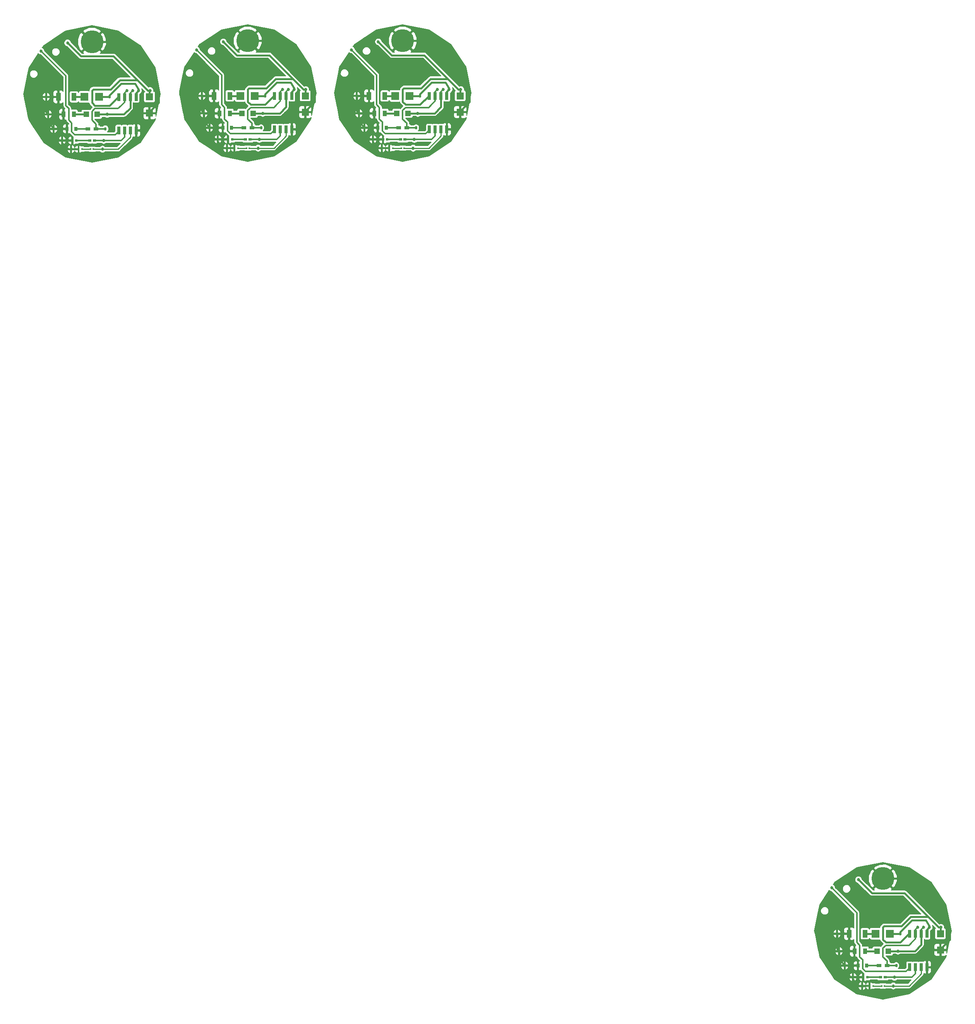
<source format=gtl>
%MOIN*%
%OFA0B0*%
%FSLAX46Y46*%
%IPPOS*%
%LPD*%
%ADD10C,0.0039370078740157488*%
%ADD11R,0.015748031496062995X0.015748031496062995*%
%ADD12R,0.027559055118110236X0.023622047244094488*%
%ADD13R,0.066929133858267723X0.0709*%
%ADD14C,0.19685039370078741*%
%ADD15R,0.062992125984251982X0.062992125984251982*%
%ADD16R,0.051181102362204731X0.0472*%
%ADD17R,0.03937007874015748X0.031400000000000004*%
%ADD18R,0.025590551181102365X0.066929133858267723*%
%ADD19O,0.02X0.030000000000000002*%
%ADD20R,0.043307086614173235X0.066929133858267723*%
%ADD21R,0.035433070866141732X0.051181102362204731*%
%ADD22R,0.027559055118110236X0.035433070866141732*%
%ADD23R,0.023622047244094488X0.023622047244094488*%
%ADD24R,0.017716535433070866X0.016929133858267716*%
%ADD25C,0.027*%
%ADD26C,0.016*%
%ADD27C,0.012000000000000002*%
%ADD28C,0.01*%
%ADD29C,0.0078740157480314977*%
%ADD40C,0.0039370078740157488*%
%ADD41R,0.015748031496062995X0.015748031496062995*%
%ADD42R,0.027559055118110236X0.023622047244094488*%
%ADD43R,0.066929133858267723X0.0709*%
%ADD44C,0.19685039370078741*%
%ADD45R,0.062992125984251982X0.062992125984251982*%
%ADD46R,0.051181102362204731X0.0472*%
%ADD47R,0.03937007874015748X0.031400000000000004*%
%ADD48R,0.025590551181102365X0.066929133858267723*%
%ADD49O,0.02X0.030000000000000002*%
%ADD50R,0.043307086614173235X0.066929133858267723*%
%ADD51R,0.035433070866141732X0.051181102362204731*%
%ADD52R,0.027559055118110236X0.035433070866141732*%
%ADD53R,0.023622047244094488X0.023622047244094488*%
%ADD54R,0.017716535433070866X0.016929133858267716*%
%ADD55C,0.027*%
%ADD56C,0.016*%
%ADD57C,0.012000000000000002*%
%ADD58C,0.01*%
%ADD59C,0.0078740157480314977*%
%ADD60C,0.0039370078740157488*%
%ADD61R,0.015748031496062995X0.015748031496062995*%
%ADD62R,0.027559055118110236X0.023622047244094488*%
%ADD63R,0.066929133858267723X0.0709*%
%ADD64C,0.19685039370078741*%
%ADD65R,0.062992125984251982X0.062992125984251982*%
%ADD66R,0.051181102362204731X0.0472*%
%ADD67R,0.03937007874015748X0.031400000000000004*%
%ADD68R,0.025590551181102365X0.066929133858267723*%
%ADD69O,0.02X0.030000000000000002*%
%ADD70R,0.043307086614173235X0.066929133858267723*%
%ADD71R,0.035433070866141732X0.051181102362204731*%
%ADD72R,0.027559055118110236X0.035433070866141732*%
%ADD73R,0.023622047244094488X0.023622047244094488*%
%ADD74R,0.017716535433070866X0.016929133858267716*%
%ADD75C,0.027*%
%ADD76C,0.016*%
%ADD77C,0.012000000000000002*%
%ADD78C,0.01*%
%ADD79C,0.0078740157480314977*%
%ADD80C,0.0039370078740157488*%
%ADD81R,0.015748031496062995X0.015748031496062995*%
%ADD82R,0.027559055118110236X0.023622047244094488*%
%ADD83R,0.066929133858267723X0.0709*%
%ADD84C,0.19685039370078741*%
%ADD85R,0.062992125984251982X0.062992125984251982*%
%ADD86R,0.051181102362204731X0.0472*%
%ADD87R,0.03937007874015748X0.031400000000000004*%
%ADD88R,0.025590551181102365X0.066929133858267723*%
%ADD89O,0.02X0.030000000000000002*%
%ADD90R,0.043307086614173235X0.066929133858267723*%
%ADD91R,0.035433070866141732X0.051181102362204731*%
%ADD92R,0.027559055118110236X0.035433070866141732*%
%ADD93R,0.023622047244094488X0.023622047244094488*%
%ADD94R,0.017716535433070866X0.016929133858267716*%
%ADD95C,0.027*%
%ADD96C,0.016*%
%ADD97C,0.012000000000000002*%
%ADD98C,0.01*%
%ADD99C,0.0078740157480314977*%
G01*
D10*
D11*
X-0007703924Y0006320522D02*
X0000484263Y0002245522D03*
X0000507885Y0002245522D03*
D12*
X0000476389Y0002320522D03*
X0000515758Y0002320522D03*
D13*
X0000556074Y0002695522D03*
X0000431074Y0002695522D03*
D14*
X0000496074Y0003170522D03*
D15*
X0000991073Y0002555522D03*
X0000991073Y0002695522D03*
D16*
X0000541074Y0002545522D03*
X0000446074Y0002545522D03*
D17*
X0000531074Y0002420522D03*
X0000461074Y0002420522D03*
D18*
X0000726074Y0002406822D03*
X0000776074Y0002406822D03*
X0000826074Y0002406822D03*
X0000876073Y0002406822D03*
X0000876073Y0002694223D03*
X0000826074Y0002694223D03*
X0000776074Y0002694223D03*
X0000726074Y0002694223D03*
D19*
X0000646074Y0002695522D03*
X0000626074Y0002545522D03*
X0000611074Y0002420522D03*
X0000596074Y0002320522D03*
X0000586074Y0002245522D03*
X0000101074Y0002695522D03*
X0000118574Y0002545522D03*
X0000166074Y0002420522D03*
X0000238574Y0002320522D03*
X0000316074Y0002245522D03*
D20*
X0000341074Y0002695522D03*
X0000206074Y0002695522D03*
D21*
X0000341074Y0002545522D03*
X0000251074Y0002545522D03*
D22*
X0000356074Y0002420522D03*
X0000281074Y0002420522D03*
D23*
X0000361822Y0002320522D03*
X0000326389Y0002320522D03*
D24*
X0000411822Y0002245522D03*
X0000380326Y0002245522D03*
D25*
X0000121074Y0002320522D03*
X0000846074Y0002295522D03*
X0000286074Y0003160521D03*
X0000996074Y0002750522D03*
X0000846074Y0002750522D03*
X0000796074Y0002750522D03*
X0000896074Y0002750522D03*
X0000056074Y0003090522D03*
D26*
X0000991073Y0002555522D02*
X0000991073Y0002565522D01*
X0000991073Y0002565522D02*
X0001071074Y0002645522D01*
X0000646074Y0003170522D02*
X0000496074Y0003170522D01*
X0001071074Y0002745522D02*
X0000646074Y0003170522D01*
X0001071074Y0002645522D02*
X0001071074Y0002745522D01*
X0000118574Y0002323022D02*
X0000118574Y0002545522D01*
X0000121074Y0002320522D02*
X0000118574Y0002323022D01*
X0000846074Y0002295522D02*
X0000876073Y0002325522D01*
X0000876073Y0002325522D02*
X0000876073Y0002406822D01*
X0000876073Y0002406822D02*
X0000932373Y0002406822D01*
X0000991073Y0002465522D02*
X0000991073Y0002555522D01*
X0000932373Y0002406822D02*
X0000991073Y0002465522D01*
X0000118574Y0002545522D02*
X0000118574Y0002548022D01*
X0000118574Y0002548022D02*
X0000101074Y0002565522D01*
X0000101074Y0002565522D02*
X0000101074Y0002695522D01*
D27*
X0000166074Y0002420522D02*
X0000166074Y0002425522D01*
X0000166074Y0002425522D02*
X0000118574Y0002473022D01*
X0000118574Y0002473022D02*
X0000118574Y0002545522D01*
X0000238574Y0002320522D02*
X0000221074Y0002320522D01*
X0000166074Y0002375522D02*
X0000166074Y0002420522D01*
X0000221074Y0002320522D02*
X0000166074Y0002375522D01*
D28*
X0000316074Y0002245522D02*
X0000296074Y0002245522D01*
X0000238574Y0002303022D02*
X0000238574Y0002320522D01*
X0000296074Y0002245522D02*
X0000238574Y0002303022D01*
X0000316074Y0002245522D02*
X0000380326Y0002245522D01*
D26*
X0000206074Y0002695522D02*
X0000101074Y0002695522D01*
X0000251074Y0002545522D02*
X0000118574Y0002545522D01*
D27*
X0000281074Y0002420522D02*
X0000166074Y0002420522D01*
X0000326389Y0002320522D02*
X0000238574Y0002320522D01*
D26*
X0000411074Y0003045522D02*
X0000401073Y0003045522D01*
X0000411074Y0003045522D02*
X0000681074Y0003045522D01*
X0000886074Y0002840522D02*
X0000681074Y0003045522D01*
X0000401073Y0003045522D02*
X0000286074Y0003160521D01*
X0000736074Y0002840522D02*
X0000886074Y0002840522D01*
X0000496074Y0002745522D02*
X0000496074Y0002750522D01*
X0000646074Y0002620522D02*
X0000521074Y0002620522D01*
X0000521074Y0002620522D02*
X0000496074Y0002645522D01*
X0000496074Y0002645522D02*
X0000496074Y0002745522D01*
X0000646074Y0002620522D02*
X0000719775Y0002694223D01*
X0000656074Y0002760521D02*
X0000736074Y0002840522D01*
X0000506074Y0002760521D02*
X0000656074Y0002760521D01*
X0000496074Y0002750522D02*
X0000506074Y0002760521D01*
X0000886074Y0002840522D02*
X0000976073Y0002750522D01*
X0000976073Y0002750522D02*
X0000996074Y0002750522D01*
X0000991073Y0002695522D02*
X0000991073Y0002745522D01*
X0000991073Y0002745522D02*
X0000996074Y0002750522D01*
X0000726074Y0002694223D02*
X0000719775Y0002694223D01*
D27*
X0000826074Y0002694223D02*
X0000826074Y0002730522D01*
X0000826074Y0002730522D02*
X0000846074Y0002750522D01*
D26*
X0000626074Y0002545522D02*
X0000771074Y0002545522D01*
X0000826074Y0002600522D02*
X0000826074Y0002694223D01*
X0000771074Y0002545522D02*
X0000826074Y0002600522D01*
X0000541074Y0002545522D02*
X0000626074Y0002545522D01*
D27*
X0000776074Y0002694223D02*
X0000776074Y0002730522D01*
X0000776074Y0002730522D02*
X0000796074Y0002750522D01*
X0000496074Y0002495522D02*
X0000496074Y0002570522D01*
X0000531074Y0002460522D02*
X0000496074Y0002495522D01*
X0000746074Y0002620522D02*
X0000776074Y0002650521D01*
X0000776074Y0002694223D02*
X0000776074Y0002650521D01*
X0000531074Y0002460522D02*
X0000531074Y0002420522D01*
X0000721074Y0002595522D02*
X0000746074Y0002620522D01*
X0000621074Y0002595522D02*
X0000721074Y0002595522D01*
X0000521074Y0002595522D02*
X0000621074Y0002595522D01*
X0000496074Y0002570522D02*
X0000521074Y0002595522D01*
X0000531074Y0002420522D02*
X0000611074Y0002420522D01*
D26*
X0000876073Y0002694223D02*
X0000876073Y0002730522D01*
X0000876073Y0002730522D02*
X0000896074Y0002750522D01*
X0000776074Y0002810522D02*
X0000746074Y0002810522D01*
X0000896074Y0002760521D02*
X0000866074Y0002810522D01*
X0000866074Y0002810522D02*
X0000776074Y0002810522D01*
X0000896074Y0002750522D02*
X0000896074Y0002760521D01*
X0000646074Y0002710521D02*
X0000646074Y0002695522D01*
X0000746074Y0002810522D02*
X0000646074Y0002710521D01*
X0000556074Y0002695522D02*
X0000646074Y0002695522D01*
D27*
X0000271074Y0002620522D02*
X0000271074Y0002875522D01*
X0000726074Y0002400522D02*
X0000696074Y0002370522D01*
X0000296074Y0002595522D02*
X0000271074Y0002620522D01*
X0000296074Y0002495522D02*
X0000296074Y0002595522D01*
X0000321074Y0002470522D02*
X0000296074Y0002495522D01*
X0000321074Y0002395522D02*
X0000321074Y0002470522D01*
X0000346074Y0002370522D02*
X0000321074Y0002395522D01*
X0000696074Y0002370522D02*
X0000346074Y0002370522D01*
X0000271074Y0002875522D02*
X0000056074Y0003090522D01*
X0000726074Y0002406822D02*
X0000726074Y0002400522D01*
X0000726074Y0002406822D02*
X0000726074Y0002425522D01*
D26*
X0000446074Y0002545522D02*
X0000341074Y0002545522D01*
D27*
X0000461074Y0002420522D02*
X0000356074Y0002420522D01*
X0000476389Y0002320522D02*
X0000361822Y0002320522D01*
D26*
X0000431074Y0002695522D02*
X0000341074Y0002695522D01*
D27*
X0000596074Y0002320522D02*
X0000746074Y0002320522D01*
X0000776074Y0002350522D02*
X0000776074Y0002406822D01*
X0000746074Y0002320522D02*
X0000776074Y0002350522D01*
X0000515758Y0002320522D02*
X0000596074Y0002320522D01*
D28*
X0000586074Y0002245522D02*
X0000721074Y0002245522D01*
X0000826074Y0002350522D02*
X0000826074Y0002406822D01*
X0000721074Y0002245522D02*
X0000826074Y0002350522D01*
X0000507885Y0002245522D02*
X0000586074Y0002245522D01*
X0000411822Y0002245522D02*
X0000484263Y0002245522D01*
D29*
G36*
X0000721318Y0003264310D02*
X0000912271Y0003136719D01*
X0001039862Y0002945766D01*
X0001084666Y0002720522D01*
X0001046507Y0002528688D01*
X0001046507Y0002543475D01*
X0001040523Y0002549459D01*
X0000997137Y0002549459D01*
X0000997137Y0002506074D01*
X0001003122Y0002500089D01*
X0001027331Y0002500089D01*
X0001036130Y0002503733D01*
X0001042863Y0002510467D01*
X0001042901Y0002510559D01*
X0001039862Y0002495278D01*
X0000912271Y0002304325D01*
X0000721318Y0002176735D01*
X0000496074Y0002131931D01*
X0000270830Y0002176735D01*
X0000184859Y0002234178D01*
X0000282815Y0002234178D01*
X0000287775Y0002221934D01*
X0000297042Y0002212519D01*
X0000305885Y0002208151D01*
X0000311074Y0002213020D01*
X0000311074Y0002239459D01*
X0000321074Y0002239459D01*
X0000321074Y0002213020D01*
X0000326264Y0002208151D01*
X0000335106Y0002212519D01*
X0000344374Y0002221934D01*
X0000348057Y0002231027D01*
X0000351175Y0002223499D01*
X0000357909Y0002216765D01*
X0000366707Y0002213121D01*
X0000369913Y0002213121D01*
X0000375897Y0002219105D01*
X0000375897Y0002241290D01*
X0000353515Y0002241290D01*
X0000347852Y0002235627D01*
X0000343932Y0002239459D01*
X0000321074Y0002239459D01*
X0000311074Y0002239459D01*
X0000288217Y0002239459D01*
X0000282815Y0002234178D01*
X0000184859Y0002234178D01*
X0000150905Y0002256866D01*
X0000282815Y0002256866D01*
X0000288217Y0002251585D01*
X0000311074Y0002251585D01*
X0000311074Y0002278024D01*
X0000321074Y0002278024D01*
X0000321074Y0002251585D01*
X0000343932Y0002251585D01*
X0000347852Y0002255418D01*
X0000353515Y0002249755D01*
X0000375897Y0002249755D01*
X0000375897Y0002271940D01*
X0000369913Y0002277924D01*
X0000366707Y0002277924D01*
X0000357909Y0002274280D01*
X0000351175Y0002267546D01*
X0000348057Y0002260018D01*
X0000344374Y0002269111D01*
X0000335106Y0002278526D01*
X0000326264Y0002282894D01*
X0000321074Y0002278024D01*
X0000311074Y0002278024D01*
X0000305885Y0002282894D01*
X0000297042Y0002278526D01*
X0000287775Y0002269111D01*
X0000282815Y0002256866D01*
X0000150905Y0002256866D01*
X0000079876Y0002304325D01*
X0000076635Y0002309178D01*
X0000205315Y0002309178D01*
X0000210275Y0002296934D01*
X0000219542Y0002287519D01*
X0000228385Y0002283151D01*
X0000233574Y0002288020D01*
X0000233574Y0002314459D01*
X0000243574Y0002314459D01*
X0000243574Y0002288020D01*
X0000248764Y0002283151D01*
X0000257606Y0002287519D01*
X0000266874Y0002296934D01*
X0000271612Y0002308633D01*
X0000290641Y0002308633D01*
X0000290641Y0002303950D01*
X0000294285Y0002295152D01*
X0000301019Y0002288419D01*
X0000309817Y0002284774D01*
X0000314500Y0002284774D01*
X0000320484Y0002290759D01*
X0000320484Y0002314617D01*
X0000296625Y0002314617D01*
X0000290641Y0002308633D01*
X0000271612Y0002308633D01*
X0000271833Y0002309178D01*
X0000266432Y0002314459D01*
X0000243574Y0002314459D01*
X0000233574Y0002314459D01*
X0000210717Y0002314459D01*
X0000205315Y0002309178D01*
X0000076635Y0002309178D01*
X0000061475Y0002331866D01*
X0000205315Y0002331866D01*
X0000210717Y0002326585D01*
X0000233574Y0002326585D01*
X0000233574Y0002353024D01*
X0000243574Y0002353024D01*
X0000243574Y0002326585D01*
X0000266432Y0002326585D01*
X0000271833Y0002331866D01*
X0000269716Y0002337095D01*
X0000290641Y0002337095D01*
X0000290641Y0002332412D01*
X0000296625Y0002326428D01*
X0000320484Y0002326428D01*
X0000320484Y0002350286D01*
X0000314500Y0002356270D01*
X0000309817Y0002356270D01*
X0000301019Y0002352626D01*
X0000294285Y0002345893D01*
X0000290641Y0002337095D01*
X0000269716Y0002337095D01*
X0000266874Y0002344111D01*
X0000257606Y0002353526D01*
X0000248764Y0002357894D01*
X0000243574Y0002353024D01*
X0000233574Y0002353024D01*
X0000228385Y0002357894D01*
X0000219542Y0002353526D01*
X0000210275Y0002344111D01*
X0000205315Y0002331866D01*
X0000061475Y0002331866D01*
X0000009817Y0002409178D01*
X0000132815Y0002409178D01*
X0000137775Y0002396934D01*
X0000147042Y0002387519D01*
X0000155885Y0002383151D01*
X0000161074Y0002388020D01*
X0000161074Y0002414459D01*
X0000171074Y0002414459D01*
X0000171074Y0002388020D01*
X0000176264Y0002383151D01*
X0000185106Y0002387519D01*
X0000194374Y0002396934D01*
X0000199049Y0002408475D01*
X0000243358Y0002408475D01*
X0000243358Y0002398044D01*
X0000247002Y0002389247D01*
X0000253736Y0002382513D01*
X0000262533Y0002378869D01*
X0000269027Y0002378869D01*
X0000275011Y0002384853D01*
X0000275011Y0002414459D01*
X0000249342Y0002414459D01*
X0000243358Y0002408475D01*
X0000199049Y0002408475D01*
X0000199333Y0002409178D01*
X0000193932Y0002414459D01*
X0000171074Y0002414459D01*
X0000161074Y0002414459D01*
X0000138217Y0002414459D01*
X0000132815Y0002409178D01*
X0000009817Y0002409178D01*
X-0000005342Y0002431866D01*
X0000132815Y0002431866D01*
X0000138217Y0002426585D01*
X0000161074Y0002426585D01*
X0000161074Y0002453024D01*
X0000171074Y0002453024D01*
X0000171074Y0002426585D01*
X0000193932Y0002426585D01*
X0000199333Y0002431866D01*
X0000194824Y0002443000D01*
X0000243358Y0002443000D01*
X0000243358Y0002432570D01*
X0000249342Y0002426585D01*
X0000275011Y0002426585D01*
X0000275011Y0002456192D01*
X0000269027Y0002462176D01*
X0000262533Y0002462176D01*
X0000253736Y0002458532D01*
X0000247002Y0002451798D01*
X0000243358Y0002443000D01*
X0000194824Y0002443000D01*
X0000194374Y0002444111D01*
X0000185106Y0002453526D01*
X0000176264Y0002457894D01*
X0000171074Y0002453024D01*
X0000161074Y0002453024D01*
X0000155885Y0002457894D01*
X0000147042Y0002453526D01*
X0000137775Y0002444111D01*
X0000132815Y0002431866D01*
X-0000005342Y0002431866D01*
X-0000047711Y0002495278D01*
X-0000055450Y0002534178D01*
X0000085315Y0002534178D01*
X0000090275Y0002521934D01*
X0000099542Y0002512519D01*
X0000108385Y0002508151D01*
X0000113574Y0002513020D01*
X0000113574Y0002539459D01*
X0000123574Y0002539459D01*
X0000123574Y0002513020D01*
X0000128763Y0002508151D01*
X0000137606Y0002512519D01*
X0000146874Y0002521934D01*
X0000151549Y0002533474D01*
X0000209421Y0002533474D01*
X0000209421Y0002515170D01*
X0000213065Y0002506373D01*
X0000219799Y0002499639D01*
X0000228596Y0002495995D01*
X0000239027Y0002495995D01*
X0000245011Y0002501979D01*
X0000245011Y0002539459D01*
X0000215405Y0002539459D01*
X0000209421Y0002533474D01*
X0000151549Y0002533474D01*
X0000151833Y0002534178D01*
X0000146432Y0002539459D01*
X0000123574Y0002539459D01*
X0000113574Y0002539459D01*
X0000090717Y0002539459D01*
X0000085315Y0002534178D01*
X-0000055450Y0002534178D01*
X-0000059963Y0002556866D01*
X0000085315Y0002556866D01*
X0000090717Y0002551585D01*
X0000113574Y0002551585D01*
X0000113574Y0002578024D01*
X0000123574Y0002578024D01*
X0000123574Y0002551585D01*
X0000146432Y0002551585D01*
X0000151833Y0002556866D01*
X0000146874Y0002569111D01*
X0000140216Y0002575874D01*
X0000209421Y0002575874D01*
X0000209421Y0002557570D01*
X0000215405Y0002551585D01*
X0000245011Y0002551585D01*
X0000245011Y0002589066D01*
X0000239027Y0002595050D01*
X0000228596Y0002595050D01*
X0000219799Y0002591406D01*
X0000213065Y0002584672D01*
X0000209421Y0002575874D01*
X0000140216Y0002575874D01*
X0000137606Y0002578526D01*
X0000128763Y0002582894D01*
X0000123574Y0002578024D01*
X0000113574Y0002578024D01*
X0000108385Y0002582894D01*
X0000099542Y0002578526D01*
X0000090275Y0002569111D01*
X0000085315Y0002556866D01*
X-0000059963Y0002556866D01*
X-0000085287Y0002684178D01*
X0000067815Y0002684178D01*
X0000072775Y0002671933D01*
X0000082042Y0002662519D01*
X0000090885Y0002658151D01*
X0000096074Y0002663020D01*
X0000096074Y0002689459D01*
X0000106074Y0002689459D01*
X0000106074Y0002663020D01*
X0000111264Y0002658151D01*
X0000120106Y0002662519D01*
X0000129373Y0002671933D01*
X0000134049Y0002683475D01*
X0000160484Y0002683475D01*
X0000160484Y0002657296D01*
X0000164128Y0002648499D01*
X0000170862Y0002641765D01*
X0000179659Y0002638121D01*
X0000194027Y0002638121D01*
X0000200011Y0002644105D01*
X0000200011Y0002689459D01*
X0000166468Y0002689459D01*
X0000160484Y0002683475D01*
X0000134049Y0002683475D01*
X0000134333Y0002684178D01*
X0000128931Y0002689459D01*
X0000106074Y0002689459D01*
X0000096074Y0002689459D01*
X0000073216Y0002689459D01*
X0000067815Y0002684178D01*
X-0000085287Y0002684178D01*
X-0000089800Y0002706866D01*
X0000067815Y0002706866D01*
X0000073216Y0002701585D01*
X0000096074Y0002701585D01*
X0000096074Y0002728024D01*
X0000106074Y0002728024D01*
X0000106074Y0002701585D01*
X0000128931Y0002701585D01*
X0000134333Y0002706866D01*
X0000129373Y0002719111D01*
X0000120106Y0002728526D01*
X0000111264Y0002732894D01*
X0000106074Y0002728024D01*
X0000096074Y0002728024D01*
X0000090885Y0002732894D01*
X0000082042Y0002728526D01*
X0000072775Y0002719111D01*
X0000067815Y0002706866D01*
X-0000089800Y0002706866D01*
X-0000092516Y0002720522D01*
X-0000089884Y0002733748D01*
X0000160484Y0002733748D01*
X0000160484Y0002707570D01*
X0000166468Y0002701585D01*
X0000200011Y0002701585D01*
X0000200011Y0002746940D01*
X0000194027Y0002752924D01*
X0000179659Y0002752924D01*
X0000170862Y0002749280D01*
X0000164128Y0002742546D01*
X0000160484Y0002733748D01*
X-0000089884Y0002733748D01*
X-0000059718Y0002885410D01*
X-0000040573Y0002885410D01*
X-0000035190Y0002872382D01*
X-0000025231Y0002862405D01*
X-0000012213Y0002857000D01*
X0000001883Y0002856988D01*
X0000014910Y0002862370D01*
X0000024887Y0002872330D01*
X0000030292Y0002885348D01*
X0000030305Y0002899444D01*
X0000024922Y0002912471D01*
X0000014963Y0002922448D01*
X0000001943Y0002927854D01*
X-0000012151Y0002927866D01*
X-0000025179Y0002922483D01*
X-0000035155Y0002912525D01*
X-0000040561Y0002899506D01*
X-0000040573Y0002885410D01*
X-0000059718Y0002885410D01*
X-0000047711Y0002945766D01*
X0000034157Y0003068293D01*
X0000038368Y0003064074D01*
X0000049838Y0003059311D01*
X0000053749Y0003059308D01*
X0000247358Y0002865699D01*
X0000247358Y0002743209D01*
X0000241287Y0002749280D01*
X0000232489Y0002752924D01*
X0000218121Y0002752924D01*
X0000212137Y0002746940D01*
X0000212137Y0002701585D01*
X0000212925Y0002701585D01*
X0000212925Y0002689459D01*
X0000212137Y0002689459D01*
X0000212137Y0002644105D01*
X0000218121Y0002638121D01*
X0000232489Y0002638121D01*
X0000241287Y0002641765D01*
X0000247358Y0002647836D01*
X0000247358Y0002620522D01*
X0000249163Y0002611446D01*
X0000254303Y0002603752D01*
X0000263064Y0002594992D01*
X0000257137Y0002589066D01*
X0000257137Y0002551585D01*
X0000257925Y0002551585D01*
X0000257925Y0002539459D01*
X0000257137Y0002539459D01*
X0000257137Y0002501979D01*
X0000263122Y0002495995D01*
X0000272358Y0002495995D01*
X0000272358Y0002495522D01*
X0000274163Y0002486446D01*
X0000279304Y0002478752D01*
X0000295880Y0002462176D01*
X0000293122Y0002462176D01*
X0000287137Y0002456192D01*
X0000287137Y0002426585D01*
X0000287925Y0002426585D01*
X0000287925Y0002414459D01*
X0000287137Y0002414459D01*
X0000287137Y0002384853D01*
X0000293122Y0002378869D01*
X0000299615Y0002378869D01*
X0000303227Y0002380365D01*
X0000304304Y0002378752D01*
X0000329304Y0002353752D01*
X0000333175Y0002351166D01*
X0000332295Y0002350286D01*
X0000332295Y0002334047D01*
X0000331948Y0002332333D01*
X0000331948Y0002308711D01*
X0000332295Y0002306867D01*
X0000332295Y0002290759D01*
X0000338279Y0002284774D01*
X0000342962Y0002284774D01*
X0000351760Y0002288419D01*
X0000353989Y0002290648D01*
X0000373633Y0002290648D01*
X0000380199Y0002291883D01*
X0000386229Y0002295763D01*
X0000386941Y0002296806D01*
X0000449218Y0002296806D01*
X0000449662Y0002296116D01*
X0000455582Y0002292071D01*
X0000462610Y0002290648D01*
X0000490169Y0002290648D01*
X0000496291Y0002291800D01*
X0000501980Y0002290648D01*
X0000529539Y0002290648D01*
X0000536104Y0002291883D01*
X0000542134Y0002295763D01*
X0000542847Y0002296806D01*
X0000575458Y0002296806D01*
X0000576476Y0002295283D01*
X0000585468Y0002289275D01*
X0000596074Y0002287165D01*
X0000606681Y0002289275D01*
X0000615673Y0002295283D01*
X0000616690Y0002296806D01*
X0000740231Y0002296806D01*
X0000711665Y0002268239D01*
X0000607359Y0002268239D01*
X0000605673Y0002270762D01*
X0000596681Y0002276770D01*
X0000586074Y0002278880D01*
X0000575468Y0002276770D01*
X0000566476Y0002270762D01*
X0000564790Y0002268239D01*
X0000525418Y0002268239D01*
X0000522787Y0002270037D01*
X0000515758Y0002271460D01*
X0000500011Y0002271460D01*
X0000495930Y0002270692D01*
X0000492137Y0002271460D01*
X0000476389Y0002271460D01*
X0000469824Y0002270225D01*
X0000466738Y0002268239D01*
X0000431204Y0002268239D01*
X0000427708Y0002270627D01*
X0000420681Y0002272051D01*
X0000404973Y0002272051D01*
X0000402744Y0002274280D01*
X0000393946Y0002277924D01*
X0000390740Y0002277924D01*
X0000384755Y0002271940D01*
X0000384755Y0002249755D01*
X0000384900Y0002249755D01*
X0000384900Y0002241290D01*
X0000384755Y0002241290D01*
X0000384755Y0002219105D01*
X0000390740Y0002213121D01*
X0000393946Y0002213121D01*
X0000402744Y0002216765D01*
X0000404973Y0002218994D01*
X0000420681Y0002218994D01*
X0000427246Y0002220230D01*
X0000431250Y0002222806D01*
X0000466730Y0002222806D01*
X0000469362Y0002221008D01*
X0000476389Y0002219585D01*
X0000492137Y0002219585D01*
X0000496219Y0002220353D01*
X0000500011Y0002219585D01*
X0000515758Y0002219585D01*
X0000522325Y0002220820D01*
X0000525411Y0002222806D01*
X0000564790Y0002222806D01*
X0000566476Y0002220283D01*
X0000575468Y0002214275D01*
X0000586074Y0002212165D01*
X0000596681Y0002214275D01*
X0000605673Y0002220283D01*
X0000607359Y0002222806D01*
X0000721074Y0002222806D01*
X0000721074Y0002222806D01*
X0000729768Y0002224535D01*
X0000737137Y0002229459D01*
X0000842137Y0002334459D01*
X0000842137Y0002334459D01*
X0000847062Y0002341829D01*
X0000847844Y0002345762D01*
X0000848791Y0002350522D01*
X0000848791Y0002350522D01*
X0000848791Y0002353993D01*
X0000849720Y0002353064D01*
X0000858517Y0002349420D01*
X0000864027Y0002349420D01*
X0000870011Y0002355404D01*
X0000870011Y0002400759D01*
X0000882137Y0002400759D01*
X0000882137Y0002355404D01*
X0000888122Y0002349420D01*
X0000893631Y0002349420D01*
X0000902429Y0002353064D01*
X0000909162Y0002359798D01*
X0000912807Y0002368596D01*
X0000912807Y0002394774D01*
X0000906822Y0002400759D01*
X0000882137Y0002400759D01*
X0000870011Y0002400759D01*
X0000869224Y0002400759D01*
X0000869224Y0002412885D01*
X0000870011Y0002412885D01*
X0000870011Y0002458239D01*
X0000882137Y0002458239D01*
X0000882137Y0002412885D01*
X0000906822Y0002412885D01*
X0000912807Y0002418869D01*
X0000912807Y0002445047D01*
X0000909162Y0002453845D01*
X0000902429Y0002460579D01*
X0000893631Y0002464223D01*
X0000888122Y0002464223D01*
X0000882137Y0002458239D01*
X0000870011Y0002458239D01*
X0000864027Y0002464223D01*
X0000858517Y0002464223D01*
X0000849720Y0002460579D01*
X0000845998Y0002456858D01*
X0000845897Y0002456927D01*
X0000838870Y0002458350D01*
X0000813279Y0002458350D01*
X0000806714Y0002457114D01*
X0000801002Y0002453439D01*
X0000795897Y0002456927D01*
X0000788869Y0002458350D01*
X0000763279Y0002458350D01*
X0000756714Y0002457114D01*
X0000751002Y0002453439D01*
X0000745897Y0002456927D01*
X0000738870Y0002458350D01*
X0000713279Y0002458350D01*
X0000706714Y0002457114D01*
X0000700683Y0002453234D01*
X0000696639Y0002447314D01*
X0000695215Y0002440286D01*
X0000695215Y0002403204D01*
X0000686251Y0002394239D01*
X0000629110Y0002394239D01*
X0000630673Y0002395283D01*
X0000636681Y0002404275D01*
X0000638791Y0002414881D01*
X0000638791Y0002426163D01*
X0000636681Y0002436770D01*
X0000630673Y0002445762D01*
X0000621681Y0002451770D01*
X0000611074Y0002453880D01*
X0000600468Y0002451770D01*
X0000591476Y0002445762D01*
X0000590458Y0002444239D01*
X0000566654Y0002444239D01*
X0000563707Y0002448818D01*
X0000557787Y0002452863D01*
X0000554791Y0002453470D01*
X0000554791Y0002460522D01*
X0000552986Y0002469598D01*
X0000552986Y0002469598D01*
X0000547844Y0002477292D01*
X0000521278Y0002503859D01*
X0000566665Y0002503859D01*
X0000573230Y0002505094D01*
X0000579260Y0002508974D01*
X0000583305Y0002514895D01*
X0000584300Y0002519806D01*
X0000607190Y0002519806D01*
X0000615468Y0002514275D01*
X0000626074Y0002512165D01*
X0000636681Y0002514275D01*
X0000644959Y0002519806D01*
X0000771074Y0002519806D01*
X0000780916Y0002521763D01*
X0000789259Y0002527338D01*
X0000805396Y0002543475D01*
X0000935640Y0002543475D01*
X0000935640Y0002519265D01*
X0000939285Y0002510467D01*
X0000946019Y0002503733D01*
X0000954817Y0002500089D01*
X0000979027Y0002500089D01*
X0000985011Y0002506074D01*
X0000985011Y0002549459D01*
X0000941625Y0002549459D01*
X0000935640Y0002543475D01*
X0000805396Y0002543475D01*
X0000844259Y0002582337D01*
X0000849833Y0002590681D01*
X0000850052Y0002591780D01*
X0000935640Y0002591780D01*
X0000935640Y0002567570D01*
X0000941625Y0002561585D01*
X0000985011Y0002561585D01*
X0000985011Y0002604971D01*
X0000997137Y0002604971D01*
X0000997137Y0002561585D01*
X0001040523Y0002561585D01*
X0001046507Y0002567570D01*
X0001046507Y0002591780D01*
X0001042863Y0002600578D01*
X0001036130Y0002607311D01*
X0001027331Y0002610955D01*
X0001003122Y0002610955D01*
X0000997137Y0002604971D01*
X0000985011Y0002604971D01*
X0000979027Y0002610955D01*
X0000954817Y0002610955D01*
X0000946019Y0002607311D01*
X0000939285Y0002600578D01*
X0000935640Y0002591780D01*
X0000850052Y0002591780D01*
X0000851791Y0002600522D01*
X0000851791Y0002647166D01*
X0000856251Y0002644118D01*
X0000863279Y0002642695D01*
X0000888870Y0002642695D01*
X0000895435Y0002643930D01*
X0000901465Y0002647810D01*
X0000905510Y0002653731D01*
X0000906933Y0002660759D01*
X0000906933Y0002721233D01*
X0000913734Y0002724043D01*
X0000922523Y0002732817D01*
X0000927285Y0002744286D01*
X0000927296Y0002756704D01*
X0000922911Y0002767317D01*
X0000948978Y0002741250D01*
X0000946983Y0002739967D01*
X0000942938Y0002734046D01*
X0000941515Y0002727018D01*
X0000941515Y0002664025D01*
X0000942749Y0002657461D01*
X0000946630Y0002651431D01*
X0000952550Y0002647386D01*
X0000959578Y0002645963D01*
X0001022570Y0002645963D01*
X0001029136Y0002647198D01*
X0001035166Y0002651078D01*
X0001039211Y0002656999D01*
X0001040634Y0002664025D01*
X0001040634Y0002727018D01*
X0001039399Y0002733584D01*
X0001035519Y0002739614D01*
X0001029598Y0002743659D01*
X0001027225Y0002744140D01*
X0001027285Y0002744286D01*
X0001027296Y0002756704D01*
X0001022554Y0002768181D01*
X0001013779Y0002776971D01*
X0001002311Y0002781733D01*
X0000989892Y0002781744D01*
X0000983756Y0002779209D01*
X0000699259Y0003063707D01*
X0000690915Y0003069281D01*
X0000681074Y0003071239D01*
X0000567949Y0003071239D01*
X0000575664Y0003082358D01*
X0000496074Y0003161948D01*
X0000416484Y0003082358D01*
X0000424200Y0003071239D01*
X0000411726Y0003071239D01*
X0000317295Y0003165670D01*
X0000317296Y0003166704D01*
X0000312554Y0003178182D01*
X0000303780Y0003186971D01*
X0000292311Y0003191732D01*
X0000279892Y0003191744D01*
X0000268415Y0003187002D01*
X0000259626Y0003178228D01*
X0000254863Y0003166759D01*
X0000254852Y0003154340D01*
X0000259595Y0003142863D01*
X0000268368Y0003134074D01*
X0000279838Y0003129311D01*
X0000280918Y0003129310D01*
X0000382890Y0003027338D01*
X0000391233Y0003021762D01*
X0000401073Y0003019806D01*
X0000670421Y0003019806D01*
X0000823989Y0002866239D01*
X0000736074Y0002866239D01*
X0000726233Y0002864281D01*
X0000717890Y0002858706D01*
X0000645422Y0002786239D01*
X0000506074Y0002786239D01*
X0000496232Y0002784280D01*
X0000487890Y0002778707D01*
X0000477889Y0002768707D01*
X0000472315Y0002760364D01*
X0000470358Y0002750522D01*
X0000470358Y0002747858D01*
X0000464539Y0002749036D01*
X0000397610Y0002749036D01*
X0000391044Y0002747801D01*
X0000385014Y0002743920D01*
X0000380969Y0002738000D01*
X0000379998Y0002733204D01*
X0000379556Y0002735552D01*
X0000375676Y0002741582D01*
X0000369756Y0002745627D01*
X0000362728Y0002747051D01*
X0000319421Y0002747051D01*
X0000312855Y0002745814D01*
X0000306826Y0002741935D01*
X0000302780Y0002736015D01*
X0000301357Y0002728987D01*
X0000301357Y0002662058D01*
X0000302592Y0002655492D01*
X0000306473Y0002649463D01*
X0000312393Y0002645416D01*
X0000319421Y0002643994D01*
X0000362728Y0002643994D01*
X0000369293Y0002645229D01*
X0000375323Y0002649110D01*
X0000379368Y0002655030D01*
X0000379952Y0002657914D01*
X0000380781Y0002653506D01*
X0000384662Y0002647477D01*
X0000390582Y0002643432D01*
X0000397610Y0002642009D01*
X0000464539Y0002642009D01*
X0000470821Y0002643191D01*
X0000472315Y0002635681D01*
X0000477889Y0002627338D01*
X0000498620Y0002606608D01*
X0000479304Y0002587292D01*
X0000478331Y0002585836D01*
X0000471665Y0002587186D01*
X0000420484Y0002587186D01*
X0000413918Y0002585951D01*
X0000407888Y0002582070D01*
X0000403842Y0002576150D01*
X0000402849Y0002571239D01*
X0000376831Y0002571239D01*
X0000375619Y0002577678D01*
X0000371739Y0002583708D01*
X0000365819Y0002587753D01*
X0000358791Y0002589177D01*
X0000323358Y0002589177D01*
X0000319791Y0002588505D01*
X0000319791Y0002595522D01*
X0000318434Y0002602338D01*
X0000317985Y0002604598D01*
X0000312844Y0002612292D01*
X0000294791Y0002630346D01*
X0000294791Y0002875522D01*
X0000292985Y0002884598D01*
X0000287844Y0002892292D01*
X0000105423Y0003074713D01*
X0000148730Y0003074713D01*
X0000154113Y0003061686D01*
X0000164072Y0003051710D01*
X0000177091Y0003046304D01*
X0000191187Y0003046292D01*
X0000204215Y0003051675D01*
X0000214191Y0003061634D01*
X0000219596Y0003074652D01*
X0000219609Y0003088748D01*
X0000214226Y0003101776D01*
X0000204267Y0003111752D01*
X0000191249Y0003117158D01*
X0000177152Y0003117170D01*
X0000164124Y0003111787D01*
X0000154148Y0003101829D01*
X0000148743Y0003088809D01*
X0000148730Y0003074713D01*
X0000105423Y0003074713D01*
X0000087293Y0003092844D01*
X0000087296Y0003096704D01*
X0000082554Y0003108181D01*
X0000073780Y0003116971D01*
X0000068224Y0003119278D01*
X0000079876Y0003136719D01*
X0000165181Y0003193717D01*
X0000373490Y0003193717D01*
X0000373945Y0003145040D01*
X0000391697Y0003102182D01*
X0000407910Y0003090931D01*
X0000487500Y0003170522D01*
X0000504649Y0003170522D01*
X0000584239Y0003090931D01*
X0000600451Y0003102182D01*
X0000618659Y0003147328D01*
X0000618204Y0003196004D01*
X0000600451Y0003238862D01*
X0000584239Y0003250112D01*
X0000504649Y0003170522D01*
X0000487500Y0003170522D01*
X0000407910Y0003250112D01*
X0000391697Y0003238862D01*
X0000373490Y0003193717D01*
X0000165181Y0003193717D01*
X0000262415Y0003258687D01*
X0000416484Y0003258687D01*
X0000496074Y0003179097D01*
X0000575664Y0003258687D01*
X0000564414Y0003274899D01*
X0000519269Y0003293107D01*
X0000470592Y0003292652D01*
X0000427734Y0003274899D01*
X0000416484Y0003258687D01*
X0000262415Y0003258687D01*
X0000270830Y0003264310D01*
X0000496074Y0003309114D01*
X0000721318Y0003264310D01*
X0000721318Y0003264310D01*
G37*
X0000721318Y0003264310D02*
X0000912271Y0003136719D01*
X0001039862Y0002945766D01*
X0001084666Y0002720522D01*
X0001046507Y0002528688D01*
X0001046507Y0002543475D01*
X0001040523Y0002549459D01*
X0000997137Y0002549459D01*
X0000997137Y0002506074D01*
X0001003122Y0002500089D01*
X0001027331Y0002500089D01*
X0001036130Y0002503733D01*
X0001042863Y0002510467D01*
X0001042901Y0002510559D01*
X0001039862Y0002495278D01*
X0000912271Y0002304325D01*
X0000721318Y0002176735D01*
X0000496074Y0002131931D01*
X0000270830Y0002176735D01*
X0000184859Y0002234178D01*
X0000282815Y0002234178D01*
X0000287775Y0002221934D01*
X0000297042Y0002212519D01*
X0000305885Y0002208151D01*
X0000311074Y0002213020D01*
X0000311074Y0002239459D01*
X0000321074Y0002239459D01*
X0000321074Y0002213020D01*
X0000326264Y0002208151D01*
X0000335106Y0002212519D01*
X0000344374Y0002221934D01*
X0000348057Y0002231027D01*
X0000351175Y0002223499D01*
X0000357909Y0002216765D01*
X0000366707Y0002213121D01*
X0000369913Y0002213121D01*
X0000375897Y0002219105D01*
X0000375897Y0002241290D01*
X0000353515Y0002241290D01*
X0000347852Y0002235627D01*
X0000343932Y0002239459D01*
X0000321074Y0002239459D01*
X0000311074Y0002239459D01*
X0000288217Y0002239459D01*
X0000282815Y0002234178D01*
X0000184859Y0002234178D01*
X0000150905Y0002256866D01*
X0000282815Y0002256866D01*
X0000288217Y0002251585D01*
X0000311074Y0002251585D01*
X0000311074Y0002278024D01*
X0000321074Y0002278024D01*
X0000321074Y0002251585D01*
X0000343932Y0002251585D01*
X0000347852Y0002255418D01*
X0000353515Y0002249755D01*
X0000375897Y0002249755D01*
X0000375897Y0002271940D01*
X0000369913Y0002277924D01*
X0000366707Y0002277924D01*
X0000357909Y0002274280D01*
X0000351175Y0002267546D01*
X0000348057Y0002260018D01*
X0000344374Y0002269111D01*
X0000335106Y0002278526D01*
X0000326264Y0002282894D01*
X0000321074Y0002278024D01*
X0000311074Y0002278024D01*
X0000305885Y0002282894D01*
X0000297042Y0002278526D01*
X0000287775Y0002269111D01*
X0000282815Y0002256866D01*
X0000150905Y0002256866D01*
X0000079876Y0002304325D01*
X0000076635Y0002309178D01*
X0000205315Y0002309178D01*
X0000210275Y0002296934D01*
X0000219542Y0002287519D01*
X0000228385Y0002283151D01*
X0000233574Y0002288020D01*
X0000233574Y0002314459D01*
X0000243574Y0002314459D01*
X0000243574Y0002288020D01*
X0000248764Y0002283151D01*
X0000257606Y0002287519D01*
X0000266874Y0002296934D01*
X0000271612Y0002308633D01*
X0000290641Y0002308633D01*
X0000290641Y0002303950D01*
X0000294285Y0002295152D01*
X0000301019Y0002288419D01*
X0000309817Y0002284774D01*
X0000314500Y0002284774D01*
X0000320484Y0002290759D01*
X0000320484Y0002314617D01*
X0000296625Y0002314617D01*
X0000290641Y0002308633D01*
X0000271612Y0002308633D01*
X0000271833Y0002309178D01*
X0000266432Y0002314459D01*
X0000243574Y0002314459D01*
X0000233574Y0002314459D01*
X0000210717Y0002314459D01*
X0000205315Y0002309178D01*
X0000076635Y0002309178D01*
X0000061475Y0002331866D01*
X0000205315Y0002331866D01*
X0000210717Y0002326585D01*
X0000233574Y0002326585D01*
X0000233574Y0002353024D01*
X0000243574Y0002353024D01*
X0000243574Y0002326585D01*
X0000266432Y0002326585D01*
X0000271833Y0002331866D01*
X0000269716Y0002337095D01*
X0000290641Y0002337095D01*
X0000290641Y0002332412D01*
X0000296625Y0002326428D01*
X0000320484Y0002326428D01*
X0000320484Y0002350286D01*
X0000314500Y0002356270D01*
X0000309817Y0002356270D01*
X0000301019Y0002352626D01*
X0000294285Y0002345893D01*
X0000290641Y0002337095D01*
X0000269716Y0002337095D01*
X0000266874Y0002344111D01*
X0000257606Y0002353526D01*
X0000248764Y0002357894D01*
X0000243574Y0002353024D01*
X0000233574Y0002353024D01*
X0000228385Y0002357894D01*
X0000219542Y0002353526D01*
X0000210275Y0002344111D01*
X0000205315Y0002331866D01*
X0000061475Y0002331866D01*
X0000009817Y0002409178D01*
X0000132815Y0002409178D01*
X0000137775Y0002396934D01*
X0000147042Y0002387519D01*
X0000155885Y0002383151D01*
X0000161074Y0002388020D01*
X0000161074Y0002414459D01*
X0000171074Y0002414459D01*
X0000171074Y0002388020D01*
X0000176264Y0002383151D01*
X0000185106Y0002387519D01*
X0000194374Y0002396934D01*
X0000199049Y0002408475D01*
X0000243358Y0002408475D01*
X0000243358Y0002398044D01*
X0000247002Y0002389247D01*
X0000253736Y0002382513D01*
X0000262533Y0002378869D01*
X0000269027Y0002378869D01*
X0000275011Y0002384853D01*
X0000275011Y0002414459D01*
X0000249342Y0002414459D01*
X0000243358Y0002408475D01*
X0000199049Y0002408475D01*
X0000199333Y0002409178D01*
X0000193932Y0002414459D01*
X0000171074Y0002414459D01*
X0000161074Y0002414459D01*
X0000138217Y0002414459D01*
X0000132815Y0002409178D01*
X0000009817Y0002409178D01*
X-0000005342Y0002431866D01*
X0000132815Y0002431866D01*
X0000138217Y0002426585D01*
X0000161074Y0002426585D01*
X0000161074Y0002453024D01*
X0000171074Y0002453024D01*
X0000171074Y0002426585D01*
X0000193932Y0002426585D01*
X0000199333Y0002431866D01*
X0000194824Y0002443000D01*
X0000243358Y0002443000D01*
X0000243358Y0002432570D01*
X0000249342Y0002426585D01*
X0000275011Y0002426585D01*
X0000275011Y0002456192D01*
X0000269027Y0002462176D01*
X0000262533Y0002462176D01*
X0000253736Y0002458532D01*
X0000247002Y0002451798D01*
X0000243358Y0002443000D01*
X0000194824Y0002443000D01*
X0000194374Y0002444111D01*
X0000185106Y0002453526D01*
X0000176264Y0002457894D01*
X0000171074Y0002453024D01*
X0000161074Y0002453024D01*
X0000155885Y0002457894D01*
X0000147042Y0002453526D01*
X0000137775Y0002444111D01*
X0000132815Y0002431866D01*
X-0000005342Y0002431866D01*
X-0000047711Y0002495278D01*
X-0000055450Y0002534178D01*
X0000085315Y0002534178D01*
X0000090275Y0002521934D01*
X0000099542Y0002512519D01*
X0000108385Y0002508151D01*
X0000113574Y0002513020D01*
X0000113574Y0002539459D01*
X0000123574Y0002539459D01*
X0000123574Y0002513020D01*
X0000128763Y0002508151D01*
X0000137606Y0002512519D01*
X0000146874Y0002521934D01*
X0000151549Y0002533474D01*
X0000209421Y0002533474D01*
X0000209421Y0002515170D01*
X0000213065Y0002506373D01*
X0000219799Y0002499639D01*
X0000228596Y0002495995D01*
X0000239027Y0002495995D01*
X0000245011Y0002501979D01*
X0000245011Y0002539459D01*
X0000215405Y0002539459D01*
X0000209421Y0002533474D01*
X0000151549Y0002533474D01*
X0000151833Y0002534178D01*
X0000146432Y0002539459D01*
X0000123574Y0002539459D01*
X0000113574Y0002539459D01*
X0000090717Y0002539459D01*
X0000085315Y0002534178D01*
X-0000055450Y0002534178D01*
X-0000059963Y0002556866D01*
X0000085315Y0002556866D01*
X0000090717Y0002551585D01*
X0000113574Y0002551585D01*
X0000113574Y0002578024D01*
X0000123574Y0002578024D01*
X0000123574Y0002551585D01*
X0000146432Y0002551585D01*
X0000151833Y0002556866D01*
X0000146874Y0002569111D01*
X0000140216Y0002575874D01*
X0000209421Y0002575874D01*
X0000209421Y0002557570D01*
X0000215405Y0002551585D01*
X0000245011Y0002551585D01*
X0000245011Y0002589066D01*
X0000239027Y0002595050D01*
X0000228596Y0002595050D01*
X0000219799Y0002591406D01*
X0000213065Y0002584672D01*
X0000209421Y0002575874D01*
X0000140216Y0002575874D01*
X0000137606Y0002578526D01*
X0000128763Y0002582894D01*
X0000123574Y0002578024D01*
X0000113574Y0002578024D01*
X0000108385Y0002582894D01*
X0000099542Y0002578526D01*
X0000090275Y0002569111D01*
X0000085315Y0002556866D01*
X-0000059963Y0002556866D01*
X-0000085287Y0002684178D01*
X0000067815Y0002684178D01*
X0000072775Y0002671933D01*
X0000082042Y0002662519D01*
X0000090885Y0002658151D01*
X0000096074Y0002663020D01*
X0000096074Y0002689459D01*
X0000106074Y0002689459D01*
X0000106074Y0002663020D01*
X0000111264Y0002658151D01*
X0000120106Y0002662519D01*
X0000129373Y0002671933D01*
X0000134049Y0002683475D01*
X0000160484Y0002683475D01*
X0000160484Y0002657296D01*
X0000164128Y0002648499D01*
X0000170862Y0002641765D01*
X0000179659Y0002638121D01*
X0000194027Y0002638121D01*
X0000200011Y0002644105D01*
X0000200011Y0002689459D01*
X0000166468Y0002689459D01*
X0000160484Y0002683475D01*
X0000134049Y0002683475D01*
X0000134333Y0002684178D01*
X0000128931Y0002689459D01*
X0000106074Y0002689459D01*
X0000096074Y0002689459D01*
X0000073216Y0002689459D01*
X0000067815Y0002684178D01*
X-0000085287Y0002684178D01*
X-0000089800Y0002706866D01*
X0000067815Y0002706866D01*
X0000073216Y0002701585D01*
X0000096074Y0002701585D01*
X0000096074Y0002728024D01*
X0000106074Y0002728024D01*
X0000106074Y0002701585D01*
X0000128931Y0002701585D01*
X0000134333Y0002706866D01*
X0000129373Y0002719111D01*
X0000120106Y0002728526D01*
X0000111264Y0002732894D01*
X0000106074Y0002728024D01*
X0000096074Y0002728024D01*
X0000090885Y0002732894D01*
X0000082042Y0002728526D01*
X0000072775Y0002719111D01*
X0000067815Y0002706866D01*
X-0000089800Y0002706866D01*
X-0000092516Y0002720522D01*
X-0000089884Y0002733748D01*
X0000160484Y0002733748D01*
X0000160484Y0002707570D01*
X0000166468Y0002701585D01*
X0000200011Y0002701585D01*
X0000200011Y0002746940D01*
X0000194027Y0002752924D01*
X0000179659Y0002752924D01*
X0000170862Y0002749280D01*
X0000164128Y0002742546D01*
X0000160484Y0002733748D01*
X-0000089884Y0002733748D01*
X-0000059718Y0002885410D01*
X-0000040573Y0002885410D01*
X-0000035190Y0002872382D01*
X-0000025231Y0002862405D01*
X-0000012213Y0002857000D01*
X0000001883Y0002856988D01*
X0000014910Y0002862370D01*
X0000024887Y0002872330D01*
X0000030292Y0002885348D01*
X0000030305Y0002899444D01*
X0000024922Y0002912471D01*
X0000014963Y0002922448D01*
X0000001943Y0002927854D01*
X-0000012151Y0002927866D01*
X-0000025179Y0002922483D01*
X-0000035155Y0002912525D01*
X-0000040561Y0002899506D01*
X-0000040573Y0002885410D01*
X-0000059718Y0002885410D01*
X-0000047711Y0002945766D01*
X0000034157Y0003068293D01*
X0000038368Y0003064074D01*
X0000049838Y0003059311D01*
X0000053749Y0003059308D01*
X0000247358Y0002865699D01*
X0000247358Y0002743209D01*
X0000241287Y0002749280D01*
X0000232489Y0002752924D01*
X0000218121Y0002752924D01*
X0000212137Y0002746940D01*
X0000212137Y0002701585D01*
X0000212925Y0002701585D01*
X0000212925Y0002689459D01*
X0000212137Y0002689459D01*
X0000212137Y0002644105D01*
X0000218121Y0002638121D01*
X0000232489Y0002638121D01*
X0000241287Y0002641765D01*
X0000247358Y0002647836D01*
X0000247358Y0002620522D01*
X0000249163Y0002611446D01*
X0000254303Y0002603752D01*
X0000263064Y0002594992D01*
X0000257137Y0002589066D01*
X0000257137Y0002551585D01*
X0000257925Y0002551585D01*
X0000257925Y0002539459D01*
X0000257137Y0002539459D01*
X0000257137Y0002501979D01*
X0000263122Y0002495995D01*
X0000272358Y0002495995D01*
X0000272358Y0002495522D01*
X0000274163Y0002486446D01*
X0000279304Y0002478752D01*
X0000295880Y0002462176D01*
X0000293122Y0002462176D01*
X0000287137Y0002456192D01*
X0000287137Y0002426585D01*
X0000287925Y0002426585D01*
X0000287925Y0002414459D01*
X0000287137Y0002414459D01*
X0000287137Y0002384853D01*
X0000293122Y0002378869D01*
X0000299615Y0002378869D01*
X0000303227Y0002380365D01*
X0000304304Y0002378752D01*
X0000329304Y0002353752D01*
X0000333175Y0002351166D01*
X0000332295Y0002350286D01*
X0000332295Y0002334047D01*
X0000331948Y0002332333D01*
X0000331948Y0002308711D01*
X0000332295Y0002306867D01*
X0000332295Y0002290759D01*
X0000338279Y0002284774D01*
X0000342962Y0002284774D01*
X0000351760Y0002288419D01*
X0000353989Y0002290648D01*
X0000373633Y0002290648D01*
X0000380199Y0002291883D01*
X0000386229Y0002295763D01*
X0000386941Y0002296806D01*
X0000449218Y0002296806D01*
X0000449662Y0002296116D01*
X0000455582Y0002292071D01*
X0000462610Y0002290648D01*
X0000490169Y0002290648D01*
X0000496291Y0002291800D01*
X0000501980Y0002290648D01*
X0000529539Y0002290648D01*
X0000536104Y0002291883D01*
X0000542134Y0002295763D01*
X0000542847Y0002296806D01*
X0000575458Y0002296806D01*
X0000576476Y0002295283D01*
X0000585468Y0002289275D01*
X0000596074Y0002287165D01*
X0000606681Y0002289275D01*
X0000615673Y0002295283D01*
X0000616690Y0002296806D01*
X0000740231Y0002296806D01*
X0000711665Y0002268239D01*
X0000607359Y0002268239D01*
X0000605673Y0002270762D01*
X0000596681Y0002276770D01*
X0000586074Y0002278880D01*
X0000575468Y0002276770D01*
X0000566476Y0002270762D01*
X0000564790Y0002268239D01*
X0000525418Y0002268239D01*
X0000522787Y0002270037D01*
X0000515758Y0002271460D01*
X0000500011Y0002271460D01*
X0000495930Y0002270692D01*
X0000492137Y0002271460D01*
X0000476389Y0002271460D01*
X0000469824Y0002270225D01*
X0000466738Y0002268239D01*
X0000431204Y0002268239D01*
X0000427708Y0002270627D01*
X0000420681Y0002272051D01*
X0000404973Y0002272051D01*
X0000402744Y0002274280D01*
X0000393946Y0002277924D01*
X0000390740Y0002277924D01*
X0000384755Y0002271940D01*
X0000384755Y0002249755D01*
X0000384900Y0002249755D01*
X0000384900Y0002241290D01*
X0000384755Y0002241290D01*
X0000384755Y0002219105D01*
X0000390740Y0002213121D01*
X0000393946Y0002213121D01*
X0000402744Y0002216765D01*
X0000404973Y0002218994D01*
X0000420681Y0002218994D01*
X0000427246Y0002220230D01*
X0000431250Y0002222806D01*
X0000466730Y0002222806D01*
X0000469362Y0002221008D01*
X0000476389Y0002219585D01*
X0000492137Y0002219585D01*
X0000496219Y0002220353D01*
X0000500011Y0002219585D01*
X0000515758Y0002219585D01*
X0000522325Y0002220820D01*
X0000525411Y0002222806D01*
X0000564790Y0002222806D01*
X0000566476Y0002220283D01*
X0000575468Y0002214275D01*
X0000586074Y0002212165D01*
X0000596681Y0002214275D01*
X0000605673Y0002220283D01*
X0000607359Y0002222806D01*
X0000721074Y0002222806D01*
X0000721074Y0002222806D01*
X0000729768Y0002224535D01*
X0000737137Y0002229459D01*
X0000842137Y0002334459D01*
X0000842137Y0002334459D01*
X0000847062Y0002341829D01*
X0000847844Y0002345762D01*
X0000848791Y0002350522D01*
X0000848791Y0002350522D01*
X0000848791Y0002353993D01*
X0000849720Y0002353064D01*
X0000858517Y0002349420D01*
X0000864027Y0002349420D01*
X0000870011Y0002355404D01*
X0000870011Y0002400759D01*
X0000882137Y0002400759D01*
X0000882137Y0002355404D01*
X0000888122Y0002349420D01*
X0000893631Y0002349420D01*
X0000902429Y0002353064D01*
X0000909162Y0002359798D01*
X0000912807Y0002368596D01*
X0000912807Y0002394774D01*
X0000906822Y0002400759D01*
X0000882137Y0002400759D01*
X0000870011Y0002400759D01*
X0000869224Y0002400759D01*
X0000869224Y0002412885D01*
X0000870011Y0002412885D01*
X0000870011Y0002458239D01*
X0000882137Y0002458239D01*
X0000882137Y0002412885D01*
X0000906822Y0002412885D01*
X0000912807Y0002418869D01*
X0000912807Y0002445047D01*
X0000909162Y0002453845D01*
X0000902429Y0002460579D01*
X0000893631Y0002464223D01*
X0000888122Y0002464223D01*
X0000882137Y0002458239D01*
X0000870011Y0002458239D01*
X0000864027Y0002464223D01*
X0000858517Y0002464223D01*
X0000849720Y0002460579D01*
X0000845998Y0002456858D01*
X0000845897Y0002456927D01*
X0000838870Y0002458350D01*
X0000813279Y0002458350D01*
X0000806714Y0002457114D01*
X0000801002Y0002453439D01*
X0000795897Y0002456927D01*
X0000788869Y0002458350D01*
X0000763279Y0002458350D01*
X0000756714Y0002457114D01*
X0000751002Y0002453439D01*
X0000745897Y0002456927D01*
X0000738870Y0002458350D01*
X0000713279Y0002458350D01*
X0000706714Y0002457114D01*
X0000700683Y0002453234D01*
X0000696639Y0002447314D01*
X0000695215Y0002440286D01*
X0000695215Y0002403204D01*
X0000686251Y0002394239D01*
X0000629110Y0002394239D01*
X0000630673Y0002395283D01*
X0000636681Y0002404275D01*
X0000638791Y0002414881D01*
X0000638791Y0002426163D01*
X0000636681Y0002436770D01*
X0000630673Y0002445762D01*
X0000621681Y0002451770D01*
X0000611074Y0002453880D01*
X0000600468Y0002451770D01*
X0000591476Y0002445762D01*
X0000590458Y0002444239D01*
X0000566654Y0002444239D01*
X0000563707Y0002448818D01*
X0000557787Y0002452863D01*
X0000554791Y0002453470D01*
X0000554791Y0002460522D01*
X0000552986Y0002469598D01*
X0000552986Y0002469598D01*
X0000547844Y0002477292D01*
X0000521278Y0002503859D01*
X0000566665Y0002503859D01*
X0000573230Y0002505094D01*
X0000579260Y0002508974D01*
X0000583305Y0002514895D01*
X0000584300Y0002519806D01*
X0000607190Y0002519806D01*
X0000615468Y0002514275D01*
X0000626074Y0002512165D01*
X0000636681Y0002514275D01*
X0000644959Y0002519806D01*
X0000771074Y0002519806D01*
X0000780916Y0002521763D01*
X0000789259Y0002527338D01*
X0000805396Y0002543475D01*
X0000935640Y0002543475D01*
X0000935640Y0002519265D01*
X0000939285Y0002510467D01*
X0000946019Y0002503733D01*
X0000954817Y0002500089D01*
X0000979027Y0002500089D01*
X0000985011Y0002506074D01*
X0000985011Y0002549459D01*
X0000941625Y0002549459D01*
X0000935640Y0002543475D01*
X0000805396Y0002543475D01*
X0000844259Y0002582337D01*
X0000849833Y0002590681D01*
X0000850052Y0002591780D01*
X0000935640Y0002591780D01*
X0000935640Y0002567570D01*
X0000941625Y0002561585D01*
X0000985011Y0002561585D01*
X0000985011Y0002604971D01*
X0000997137Y0002604971D01*
X0000997137Y0002561585D01*
X0001040523Y0002561585D01*
X0001046507Y0002567570D01*
X0001046507Y0002591780D01*
X0001042863Y0002600578D01*
X0001036130Y0002607311D01*
X0001027331Y0002610955D01*
X0001003122Y0002610955D01*
X0000997137Y0002604971D01*
X0000985011Y0002604971D01*
X0000979027Y0002610955D01*
X0000954817Y0002610955D01*
X0000946019Y0002607311D01*
X0000939285Y0002600578D01*
X0000935640Y0002591780D01*
X0000850052Y0002591780D01*
X0000851791Y0002600522D01*
X0000851791Y0002647166D01*
X0000856251Y0002644118D01*
X0000863279Y0002642695D01*
X0000888870Y0002642695D01*
X0000895435Y0002643930D01*
X0000901465Y0002647810D01*
X0000905510Y0002653731D01*
X0000906933Y0002660759D01*
X0000906933Y0002721233D01*
X0000913734Y0002724043D01*
X0000922523Y0002732817D01*
X0000927285Y0002744286D01*
X0000927296Y0002756704D01*
X0000922911Y0002767317D01*
X0000948978Y0002741250D01*
X0000946983Y0002739967D01*
X0000942938Y0002734046D01*
X0000941515Y0002727018D01*
X0000941515Y0002664025D01*
X0000942749Y0002657461D01*
X0000946630Y0002651431D01*
X0000952550Y0002647386D01*
X0000959578Y0002645963D01*
X0001022570Y0002645963D01*
X0001029136Y0002647198D01*
X0001035166Y0002651078D01*
X0001039211Y0002656999D01*
X0001040634Y0002664025D01*
X0001040634Y0002727018D01*
X0001039399Y0002733584D01*
X0001035519Y0002739614D01*
X0001029598Y0002743659D01*
X0001027225Y0002744140D01*
X0001027285Y0002744286D01*
X0001027296Y0002756704D01*
X0001022554Y0002768181D01*
X0001013779Y0002776971D01*
X0001002311Y0002781733D01*
X0000989892Y0002781744D01*
X0000983756Y0002779209D01*
X0000699259Y0003063707D01*
X0000690915Y0003069281D01*
X0000681074Y0003071239D01*
X0000567949Y0003071239D01*
X0000575664Y0003082358D01*
X0000496074Y0003161948D01*
X0000416484Y0003082358D01*
X0000424200Y0003071239D01*
X0000411726Y0003071239D01*
X0000317295Y0003165670D01*
X0000317296Y0003166704D01*
X0000312554Y0003178182D01*
X0000303780Y0003186971D01*
X0000292311Y0003191732D01*
X0000279892Y0003191744D01*
X0000268415Y0003187002D01*
X0000259626Y0003178228D01*
X0000254863Y0003166759D01*
X0000254852Y0003154340D01*
X0000259595Y0003142863D01*
X0000268368Y0003134074D01*
X0000279838Y0003129311D01*
X0000280918Y0003129310D01*
X0000382890Y0003027338D01*
X0000391233Y0003021762D01*
X0000401073Y0003019806D01*
X0000670421Y0003019806D01*
X0000823989Y0002866239D01*
X0000736074Y0002866239D01*
X0000726233Y0002864281D01*
X0000717890Y0002858706D01*
X0000645422Y0002786239D01*
X0000506074Y0002786239D01*
X0000496232Y0002784280D01*
X0000487890Y0002778707D01*
X0000477889Y0002768707D01*
X0000472315Y0002760364D01*
X0000470358Y0002750522D01*
X0000470358Y0002747858D01*
X0000464539Y0002749036D01*
X0000397610Y0002749036D01*
X0000391044Y0002747801D01*
X0000385014Y0002743920D01*
X0000380969Y0002738000D01*
X0000379998Y0002733204D01*
X0000379556Y0002735552D01*
X0000375676Y0002741582D01*
X0000369756Y0002745627D01*
X0000362728Y0002747051D01*
X0000319421Y0002747051D01*
X0000312855Y0002745814D01*
X0000306826Y0002741935D01*
X0000302780Y0002736015D01*
X0000301357Y0002728987D01*
X0000301357Y0002662058D01*
X0000302592Y0002655492D01*
X0000306473Y0002649463D01*
X0000312393Y0002645416D01*
X0000319421Y0002643994D01*
X0000362728Y0002643994D01*
X0000369293Y0002645229D01*
X0000375323Y0002649110D01*
X0000379368Y0002655030D01*
X0000379952Y0002657914D01*
X0000380781Y0002653506D01*
X0000384662Y0002647477D01*
X0000390582Y0002643432D01*
X0000397610Y0002642009D01*
X0000464539Y0002642009D01*
X0000470821Y0002643191D01*
X0000472315Y0002635681D01*
X0000477889Y0002627338D01*
X0000498620Y0002606608D01*
X0000479304Y0002587292D01*
X0000478331Y0002585836D01*
X0000471665Y0002587186D01*
X0000420484Y0002587186D01*
X0000413918Y0002585951D01*
X0000407888Y0002582070D01*
X0000403842Y0002576150D01*
X0000402849Y0002571239D01*
X0000376831Y0002571239D01*
X0000375619Y0002577678D01*
X0000371739Y0002583708D01*
X0000365819Y0002587753D01*
X0000358791Y0002589177D01*
X0000323358Y0002589177D01*
X0000319791Y0002588505D01*
X0000319791Y0002595522D01*
X0000318434Y0002602338D01*
X0000317985Y0002604598D01*
X0000312844Y0002612292D01*
X0000294791Y0002630346D01*
X0000294791Y0002875522D01*
X0000292985Y0002884598D01*
X0000287844Y0002892292D01*
X0000105423Y0003074713D01*
X0000148730Y0003074713D01*
X0000154113Y0003061686D01*
X0000164072Y0003051710D01*
X0000177091Y0003046304D01*
X0000191187Y0003046292D01*
X0000204215Y0003051675D01*
X0000214191Y0003061634D01*
X0000219596Y0003074652D01*
X0000219609Y0003088748D01*
X0000214226Y0003101776D01*
X0000204267Y0003111752D01*
X0000191249Y0003117158D01*
X0000177152Y0003117170D01*
X0000164124Y0003111787D01*
X0000154148Y0003101829D01*
X0000148743Y0003088809D01*
X0000148730Y0003074713D01*
X0000105423Y0003074713D01*
X0000087293Y0003092844D01*
X0000087296Y0003096704D01*
X0000082554Y0003108181D01*
X0000073780Y0003116971D01*
X0000068224Y0003119278D01*
X0000079876Y0003136719D01*
X0000165181Y0003193717D01*
X0000373490Y0003193717D01*
X0000373945Y0003145040D01*
X0000391697Y0003102182D01*
X0000407910Y0003090931D01*
X0000487500Y0003170522D01*
X0000504649Y0003170522D01*
X0000584239Y0003090931D01*
X0000600451Y0003102182D01*
X0000618659Y0003147328D01*
X0000618204Y0003196004D01*
X0000600451Y0003238862D01*
X0000584239Y0003250112D01*
X0000504649Y0003170522D01*
X0000487500Y0003170522D01*
X0000407910Y0003250112D01*
X0000391697Y0003238862D01*
X0000373490Y0003193717D01*
X0000165181Y0003193717D01*
X0000262415Y0003258687D01*
X0000416484Y0003258687D01*
X0000496074Y0003179097D01*
X0000575664Y0003258687D01*
X0000564414Y0003274899D01*
X0000519269Y0003293107D01*
X0000470592Y0003292652D01*
X0000427734Y0003274899D01*
X0000416484Y0003258687D01*
X0000262415Y0003258687D01*
X0000270830Y0003264310D01*
X0000496074Y0003309114D01*
X0000721318Y0003264310D01*
G04 next file*
G04 #@! TF.FileFunction,Copper,L1,Top,Signal*
G04 Gerber Fmt 4.6, Leading zero omitted, Abs format (unit mm)*
G04 Created by KiCad (PCBNEW 4.0.7) date 09/05/18 20:36:06*
G01*
G04 APERTURE LIST*
G04 APERTURE END LIST*
D40*
D41*
X-0006362672Y0006329572D02*
X0001825515Y0002254572D03*
X0001849137Y0002254572D03*
D42*
X0001817641Y0002329572D03*
X0001857011Y0002329572D03*
D43*
X0001897326Y0002704572D03*
X0001772326Y0002704572D03*
D44*
X0001837326Y0003179572D03*
D45*
X0002332326Y0002564572D03*
X0002332326Y0002704572D03*
D46*
X0001882326Y0002554572D03*
X0001787326Y0002554572D03*
D47*
X0001872326Y0002429572D03*
X0001802326Y0002429572D03*
D48*
X0002067326Y0002415871D03*
X0002117326Y0002415871D03*
X0002167326Y0002415871D03*
X0002217326Y0002415871D03*
X0002217326Y0002703273D03*
X0002167326Y0002703273D03*
X0002117326Y0002703273D03*
X0002067326Y0002703273D03*
D49*
X0001987326Y0002704572D03*
X0001967326Y0002554572D03*
X0001952326Y0002429572D03*
X0001937326Y0002329572D03*
X0001927326Y0002254572D03*
X0001442326Y0002704572D03*
X0001459826Y0002554572D03*
X0001507326Y0002429572D03*
X0001579826Y0002329572D03*
X0001657326Y0002254572D03*
D50*
X0001682326Y0002704572D03*
X0001547325Y0002704572D03*
D51*
X0001682326Y0002554572D03*
X0001592326Y0002554572D03*
D52*
X0001697326Y0002429572D03*
X0001622326Y0002429572D03*
D53*
X0001703074Y0002329572D03*
X0001667641Y0002329572D03*
D54*
X0001753074Y0002254572D03*
X0001721578Y0002254572D03*
D55*
X0001462325Y0002329572D03*
X0002187326Y0002304572D03*
X0001627326Y0003169572D03*
X0002337326Y0002759571D03*
X0002187326Y0002759571D03*
X0002137326Y0002759571D03*
X0002237326Y0002759571D03*
X0001397326Y0003099572D03*
D56*
X0002332326Y0002564572D02*
X0002332326Y0002574572D01*
X0002332326Y0002574572D02*
X0002412326Y0002654572D01*
X0001987326Y0003179572D02*
X0001837326Y0003179572D01*
X0002412326Y0002754572D02*
X0001987326Y0003179572D01*
X0002412326Y0002654572D02*
X0002412326Y0002754572D01*
X0001459826Y0002332072D02*
X0001459826Y0002554572D01*
X0001462325Y0002329572D02*
X0001459826Y0002332072D01*
X0002187326Y0002304572D02*
X0002217326Y0002334572D01*
X0002217326Y0002334572D02*
X0002217326Y0002415871D01*
X0002217326Y0002415871D02*
X0002273625Y0002415871D01*
X0002332326Y0002474572D02*
X0002332326Y0002564572D01*
X0002273625Y0002415871D02*
X0002332326Y0002474572D01*
X0001459826Y0002554572D02*
X0001459826Y0002557071D01*
X0001459826Y0002557071D02*
X0001442326Y0002574572D01*
X0001442326Y0002574572D02*
X0001442326Y0002704572D01*
D57*
X0001507326Y0002429572D02*
X0001507326Y0002434572D01*
X0001507326Y0002434572D02*
X0001459826Y0002482072D01*
X0001459826Y0002482072D02*
X0001459826Y0002554572D01*
X0001579826Y0002329572D02*
X0001562326Y0002329572D01*
X0001507326Y0002384572D02*
X0001507326Y0002429572D01*
X0001562326Y0002329572D02*
X0001507326Y0002384572D01*
D58*
X0001657326Y0002254572D02*
X0001637326Y0002254572D01*
X0001579826Y0002312072D02*
X0001579826Y0002329572D01*
X0001637326Y0002254572D02*
X0001579826Y0002312072D01*
X0001657326Y0002254572D02*
X0001721578Y0002254572D01*
D56*
X0001547325Y0002704572D02*
X0001442326Y0002704572D01*
X0001592326Y0002554572D02*
X0001459826Y0002554572D01*
D57*
X0001622326Y0002429572D02*
X0001507326Y0002429572D01*
X0001667641Y0002329572D02*
X0001579826Y0002329572D01*
D56*
X0001752326Y0003054572D02*
X0001742326Y0003054572D01*
X0001752326Y0003054572D02*
X0002022326Y0003054572D01*
X0002227326Y0002849572D02*
X0002022326Y0003054572D01*
X0001742326Y0003054572D02*
X0001627326Y0003169572D01*
X0002077325Y0002849572D02*
X0002227326Y0002849572D01*
X0001837326Y0002754572D02*
X0001837326Y0002759571D01*
X0001987326Y0002629572D02*
X0001862326Y0002629572D01*
X0001862326Y0002629572D02*
X0001837326Y0002654572D01*
X0001837326Y0002654572D02*
X0001837326Y0002754572D01*
X0001987326Y0002629572D02*
X0002061027Y0002703273D01*
X0001997326Y0002769571D02*
X0002077325Y0002849572D01*
X0001847326Y0002769571D02*
X0001997326Y0002769571D01*
X0001837326Y0002759571D02*
X0001847326Y0002769571D01*
X0002227326Y0002849572D02*
X0002317326Y0002759571D01*
X0002317326Y0002759571D02*
X0002337326Y0002759571D01*
X0002332326Y0002704572D02*
X0002332326Y0002754572D01*
X0002332326Y0002754572D02*
X0002337326Y0002759571D01*
X0002067326Y0002703273D02*
X0002061027Y0002703273D01*
D57*
X0002167326Y0002703273D02*
X0002167326Y0002739572D01*
X0002167326Y0002739572D02*
X0002187326Y0002759571D01*
D56*
X0001967326Y0002554572D02*
X0002112326Y0002554572D01*
X0002167326Y0002609572D02*
X0002167326Y0002703273D01*
X0002112326Y0002554572D02*
X0002167326Y0002609572D01*
X0001882326Y0002554572D02*
X0001967326Y0002554572D01*
D57*
X0002117326Y0002703273D02*
X0002117326Y0002739572D01*
X0002117326Y0002739572D02*
X0002137326Y0002759571D01*
X0001837326Y0002504572D02*
X0001837326Y0002579572D01*
X0001872326Y0002469572D02*
X0001837326Y0002504572D01*
X0002087326Y0002629572D02*
X0002117326Y0002659572D01*
X0002117326Y0002703273D02*
X0002117326Y0002659572D01*
X0001872326Y0002469572D02*
X0001872326Y0002429572D01*
X0002062326Y0002604572D02*
X0002087326Y0002629572D01*
X0001962326Y0002604572D02*
X0002062326Y0002604572D01*
X0001862326Y0002604572D02*
X0001962326Y0002604572D01*
X0001837326Y0002579572D02*
X0001862326Y0002604572D01*
X0001872326Y0002429572D02*
X0001952326Y0002429572D01*
D56*
X0002217326Y0002703273D02*
X0002217326Y0002739572D01*
X0002217326Y0002739572D02*
X0002237326Y0002759571D01*
X0002117326Y0002819571D02*
X0002087326Y0002819571D01*
X0002237326Y0002769571D02*
X0002207326Y0002819571D01*
X0002207326Y0002819571D02*
X0002117326Y0002819571D01*
X0002237326Y0002759571D02*
X0002237326Y0002769571D01*
X0001987326Y0002719572D02*
X0001987326Y0002704572D01*
X0002087326Y0002819571D02*
X0001987326Y0002719572D01*
X0001897326Y0002704572D02*
X0001987326Y0002704572D01*
D57*
X0001612326Y0002629572D02*
X0001612326Y0002884572D01*
X0002067326Y0002409572D02*
X0002037326Y0002379572D01*
X0001637326Y0002604572D02*
X0001612326Y0002629572D01*
X0001637326Y0002504572D02*
X0001637326Y0002604572D01*
X0001662325Y0002479572D02*
X0001637326Y0002504572D01*
X0001662325Y0002404572D02*
X0001662325Y0002479572D01*
X0001687326Y0002379572D02*
X0001662325Y0002404572D01*
X0002037326Y0002379572D02*
X0001687326Y0002379572D01*
X0001612326Y0002884572D02*
X0001397326Y0003099572D01*
X0002067326Y0002415871D02*
X0002067326Y0002409572D01*
X0002067326Y0002415871D02*
X0002067326Y0002434572D01*
D56*
X0001787326Y0002554572D02*
X0001682326Y0002554572D01*
D57*
X0001802326Y0002429572D02*
X0001697326Y0002429572D01*
X0001817641Y0002329572D02*
X0001703074Y0002329572D01*
D56*
X0001772326Y0002704572D02*
X0001682326Y0002704572D01*
D57*
X0001937326Y0002329572D02*
X0002087326Y0002329572D01*
X0002117326Y0002359572D02*
X0002117326Y0002415871D01*
X0002087326Y0002329572D02*
X0002117326Y0002359572D01*
X0001857011Y0002329572D02*
X0001937326Y0002329572D01*
D58*
X0001927326Y0002254572D02*
X0002062326Y0002254572D01*
X0002167326Y0002359572D02*
X0002167326Y0002415871D01*
X0002062326Y0002254572D02*
X0002167326Y0002359572D01*
X0001849137Y0002254572D02*
X0001927326Y0002254572D01*
X0001753074Y0002254572D02*
X0001825515Y0002254572D01*
D59*
G36*
X0002062570Y0003273359D02*
X0002253523Y0003145769D01*
X0002381113Y0002954816D01*
X0002425917Y0002729572D01*
X0002387759Y0002537738D01*
X0002387759Y0002552525D01*
X0002381775Y0002558509D01*
X0002338389Y0002558509D01*
X0002338389Y0002515123D01*
X0002344373Y0002509139D01*
X0002368583Y0002509139D01*
X0002377381Y0002512783D01*
X0002384115Y0002519517D01*
X0002384153Y0002519608D01*
X0002381113Y0002504328D01*
X0002253523Y0002313375D01*
X0002062570Y0002185785D01*
X0001837326Y0002140981D01*
X0001612082Y0002185785D01*
X0001526112Y0002243228D01*
X0001624067Y0002243228D01*
X0001629026Y0002230983D01*
X0001638294Y0002221568D01*
X0001647137Y0002217201D01*
X0001652326Y0002222070D01*
X0001652326Y0002248509D01*
X0001662325Y0002248509D01*
X0001662325Y0002222070D01*
X0001667515Y0002217201D01*
X0001676357Y0002221568D01*
X0001685626Y0002230983D01*
X0001689309Y0002240076D01*
X0001692427Y0002232548D01*
X0001699159Y0002225815D01*
X0001707958Y0002222170D01*
X0001711165Y0002222170D01*
X0001717149Y0002228155D01*
X0001717149Y0002250340D01*
X0001694767Y0002250340D01*
X0001689104Y0002244676D01*
X0001685184Y0002248509D01*
X0001662325Y0002248509D01*
X0001652326Y0002248509D01*
X0001629468Y0002248509D01*
X0001624067Y0002243228D01*
X0001526112Y0002243228D01*
X0001492157Y0002265916D01*
X0001624067Y0002265916D01*
X0001629468Y0002260635D01*
X0001652326Y0002260635D01*
X0001652326Y0002287074D01*
X0001662325Y0002287074D01*
X0001662325Y0002260635D01*
X0001685184Y0002260635D01*
X0001689104Y0002264467D01*
X0001694767Y0002258804D01*
X0001717149Y0002258804D01*
X0001717149Y0002280989D01*
X0001711165Y0002286973D01*
X0001707958Y0002286973D01*
X0001699159Y0002283329D01*
X0001692427Y0002276596D01*
X0001689309Y0002269067D01*
X0001685626Y0002278161D01*
X0001676357Y0002287575D01*
X0001667515Y0002291943D01*
X0001662325Y0002287074D01*
X0001652326Y0002287074D01*
X0001647137Y0002291943D01*
X0001638294Y0002287575D01*
X0001629026Y0002278161D01*
X0001624067Y0002265916D01*
X0001492157Y0002265916D01*
X0001421129Y0002313375D01*
X0001417887Y0002318228D01*
X0001546567Y0002318228D01*
X0001551526Y0002305983D01*
X0001560794Y0002296568D01*
X0001569637Y0002292201D01*
X0001574826Y0002297070D01*
X0001574826Y0002323509D01*
X0001584826Y0002323509D01*
X0001584826Y0002297070D01*
X0001590015Y0002292201D01*
X0001598858Y0002296568D01*
X0001608125Y0002305983D01*
X0001612864Y0002317682D01*
X0001631893Y0002317682D01*
X0001631893Y0002313000D01*
X0001635537Y0002304202D01*
X0001642271Y0002297468D01*
X0001651069Y0002293824D01*
X0001655751Y0002293824D01*
X0001661735Y0002299808D01*
X0001661735Y0002323666D01*
X0001637877Y0002323666D01*
X0001631893Y0002317682D01*
X0001612864Y0002317682D01*
X0001613084Y0002318228D01*
X0001607684Y0002323509D01*
X0001584826Y0002323509D01*
X0001574826Y0002323509D01*
X0001551968Y0002323509D01*
X0001546567Y0002318228D01*
X0001417887Y0002318228D01*
X0001402727Y0002340916D01*
X0001546567Y0002340916D01*
X0001551968Y0002335635D01*
X0001574826Y0002335635D01*
X0001574826Y0002362074D01*
X0001584826Y0002362074D01*
X0001584826Y0002335635D01*
X0001607684Y0002335635D01*
X0001613084Y0002340916D01*
X0001610968Y0002346144D01*
X0001631893Y0002346144D01*
X0001631893Y0002341462D01*
X0001637877Y0002335477D01*
X0001661735Y0002335477D01*
X0001661735Y0002359336D01*
X0001655751Y0002365320D01*
X0001651069Y0002365320D01*
X0001642271Y0002361676D01*
X0001635537Y0002354942D01*
X0001631893Y0002346144D01*
X0001610968Y0002346144D01*
X0001608125Y0002353161D01*
X0001598858Y0002362575D01*
X0001590015Y0002366943D01*
X0001584826Y0002362074D01*
X0001574826Y0002362074D01*
X0001569637Y0002366943D01*
X0001560794Y0002362575D01*
X0001551526Y0002353161D01*
X0001546567Y0002340916D01*
X0001402727Y0002340916D01*
X0001351069Y0002418228D01*
X0001474067Y0002418228D01*
X0001479026Y0002405983D01*
X0001488294Y0002396568D01*
X0001497137Y0002392201D01*
X0001502326Y0002397070D01*
X0001502326Y0002423509D01*
X0001512326Y0002423509D01*
X0001512326Y0002397070D01*
X0001517515Y0002392201D01*
X0001526358Y0002396568D01*
X0001535626Y0002405983D01*
X0001540300Y0002417525D01*
X0001584610Y0002417525D01*
X0001584610Y0002407094D01*
X0001588254Y0002398296D01*
X0001594987Y0002391563D01*
X0001603785Y0002387918D01*
X0001610279Y0002387918D01*
X0001616263Y0002393903D01*
X0001616263Y0002423509D01*
X0001590594Y0002423509D01*
X0001584610Y0002417525D01*
X0001540300Y0002417525D01*
X0001540585Y0002418228D01*
X0001535184Y0002423509D01*
X0001512326Y0002423509D01*
X0001502326Y0002423509D01*
X0001479468Y0002423509D01*
X0001474067Y0002418228D01*
X0001351069Y0002418228D01*
X0001335909Y0002440916D01*
X0001474067Y0002440916D01*
X0001479468Y0002435635D01*
X0001502326Y0002435635D01*
X0001502326Y0002462074D01*
X0001512326Y0002462074D01*
X0001512326Y0002435635D01*
X0001535184Y0002435635D01*
X0001540585Y0002440916D01*
X0001536076Y0002452050D01*
X0001584610Y0002452050D01*
X0001584610Y0002441619D01*
X0001590594Y0002435635D01*
X0001616263Y0002435635D01*
X0001616263Y0002465241D01*
X0001610279Y0002471225D01*
X0001603785Y0002471225D01*
X0001594987Y0002467581D01*
X0001588254Y0002460848D01*
X0001584610Y0002452050D01*
X0001536076Y0002452050D01*
X0001535626Y0002453161D01*
X0001526358Y0002462575D01*
X0001517515Y0002466943D01*
X0001512326Y0002462074D01*
X0001502326Y0002462074D01*
X0001497137Y0002466943D01*
X0001488294Y0002462575D01*
X0001479026Y0002453161D01*
X0001474067Y0002440916D01*
X0001335909Y0002440916D01*
X0001293538Y0002504328D01*
X0001285801Y0002543228D01*
X0001426566Y0002543228D01*
X0001431525Y0002530982D01*
X0001440794Y0002521568D01*
X0001449637Y0002517201D01*
X0001454826Y0002522070D01*
X0001454826Y0002548509D01*
X0001464826Y0002548509D01*
X0001464826Y0002522070D01*
X0001470015Y0002517201D01*
X0001478858Y0002521568D01*
X0001488126Y0002530982D01*
X0001492800Y0002542525D01*
X0001550672Y0002542525D01*
X0001550672Y0002524220D01*
X0001554317Y0002515422D01*
X0001561050Y0002508689D01*
X0001569848Y0002505044D01*
X0001580279Y0002505044D01*
X0001586263Y0002511029D01*
X0001586263Y0002548509D01*
X0001556657Y0002548509D01*
X0001550672Y0002542525D01*
X0001492800Y0002542525D01*
X0001493085Y0002543228D01*
X0001487684Y0002548509D01*
X0001464826Y0002548509D01*
X0001454826Y0002548509D01*
X0001431967Y0002548509D01*
X0001426566Y0002543228D01*
X0001285801Y0002543228D01*
X0001281288Y0002565916D01*
X0001426566Y0002565916D01*
X0001431967Y0002560635D01*
X0001454826Y0002560635D01*
X0001454826Y0002587074D01*
X0001464826Y0002587074D01*
X0001464826Y0002560635D01*
X0001487684Y0002560635D01*
X0001493085Y0002565916D01*
X0001488126Y0002578161D01*
X0001481468Y0002584924D01*
X0001550672Y0002584924D01*
X0001550672Y0002566619D01*
X0001556657Y0002560635D01*
X0001586263Y0002560635D01*
X0001586263Y0002598115D01*
X0001580279Y0002604098D01*
X0001569848Y0002604098D01*
X0001561050Y0002600455D01*
X0001554317Y0002593722D01*
X0001550672Y0002584924D01*
X0001481468Y0002584924D01*
X0001478858Y0002587575D01*
X0001470015Y0002591943D01*
X0001464826Y0002587074D01*
X0001454826Y0002587074D01*
X0001449637Y0002591943D01*
X0001440794Y0002587575D01*
X0001431525Y0002578161D01*
X0001426566Y0002565916D01*
X0001281288Y0002565916D01*
X0001255964Y0002693228D01*
X0001409067Y0002693228D01*
X0001414026Y0002680983D01*
X0001423293Y0002671568D01*
X0001432137Y0002667200D01*
X0001437325Y0002672069D01*
X0001437325Y0002698509D01*
X0001447326Y0002698509D01*
X0001447326Y0002672069D01*
X0001452515Y0002667200D01*
X0001461358Y0002671568D01*
X0001470626Y0002680983D01*
X0001475300Y0002692525D01*
X0001501735Y0002692525D01*
X0001501735Y0002666346D01*
X0001505380Y0002657548D01*
X0001512113Y0002650815D01*
X0001520911Y0002647170D01*
X0001535279Y0002647170D01*
X0001541263Y0002653155D01*
X0001541263Y0002698509D01*
X0001507720Y0002698509D01*
X0001501735Y0002692525D01*
X0001475300Y0002692525D01*
X0001475585Y0002693228D01*
X0001470184Y0002698509D01*
X0001447326Y0002698509D01*
X0001437325Y0002698509D01*
X0001414468Y0002698509D01*
X0001409067Y0002693228D01*
X0001255964Y0002693228D01*
X0001251451Y0002715916D01*
X0001409067Y0002715916D01*
X0001414468Y0002710635D01*
X0001437325Y0002710635D01*
X0001437325Y0002737073D01*
X0001447326Y0002737073D01*
X0001447326Y0002710635D01*
X0001470184Y0002710635D01*
X0001475585Y0002715916D01*
X0001470626Y0002728161D01*
X0001461358Y0002737574D01*
X0001452515Y0002741942D01*
X0001447326Y0002737073D01*
X0001437325Y0002737073D01*
X0001432137Y0002741942D01*
X0001423293Y0002737574D01*
X0001414026Y0002728161D01*
X0001409067Y0002715916D01*
X0001251451Y0002715916D01*
X0001248735Y0002729572D01*
X0001251366Y0002742798D01*
X0001501735Y0002742798D01*
X0001501735Y0002716618D01*
X0001507720Y0002710635D01*
X0001541263Y0002710635D01*
X0001541263Y0002755989D01*
X0001535279Y0002761973D01*
X0001520911Y0002761973D01*
X0001512113Y0002758329D01*
X0001505380Y0002751596D01*
X0001501735Y0002742798D01*
X0001251366Y0002742798D01*
X0001281533Y0002894458D01*
X0001300678Y0002894458D01*
X0001306061Y0002881432D01*
X0001316020Y0002871455D01*
X0001329038Y0002866050D01*
X0001343134Y0002866037D01*
X0001356162Y0002871420D01*
X0001366138Y0002881379D01*
X0001371544Y0002894397D01*
X0001371556Y0002908494D01*
X0001366172Y0002921522D01*
X0001356215Y0002931498D01*
X0001343196Y0002936904D01*
X0001329100Y0002936916D01*
X0001316071Y0002931533D01*
X0001306096Y0002921574D01*
X0001300689Y0002908556D01*
X0001300678Y0002894458D01*
X0001281533Y0002894458D01*
X0001293538Y0002954816D01*
X0001375408Y0003077342D01*
X0001379619Y0003073123D01*
X0001391089Y0003068361D01*
X0001395000Y0003068357D01*
X0001588610Y0002874748D01*
X0001588610Y0002752259D01*
X0001582539Y0002758329D01*
X0001573741Y0002761973D01*
X0001559373Y0002761973D01*
X0001553389Y0002755989D01*
X0001553389Y0002710635D01*
X0001554176Y0002710635D01*
X0001554176Y0002698509D01*
X0001553389Y0002698509D01*
X0001553389Y0002653155D01*
X0001559373Y0002647170D01*
X0001573741Y0002647170D01*
X0001582539Y0002650815D01*
X0001588610Y0002656885D01*
X0001588610Y0002629572D01*
X0001590414Y0002620496D01*
X0001595556Y0002612802D01*
X0001604315Y0002604042D01*
X0001598389Y0002598115D01*
X0001598389Y0002560635D01*
X0001599176Y0002560635D01*
X0001599176Y0002548509D01*
X0001598389Y0002548509D01*
X0001598389Y0002511029D01*
X0001604373Y0002505044D01*
X0001613610Y0002505044D01*
X0001613610Y0002504572D01*
X0001615415Y0002495496D01*
X0001620556Y0002487802D01*
X0001637132Y0002471225D01*
X0001634373Y0002471225D01*
X0001628389Y0002465241D01*
X0001628389Y0002435635D01*
X0001629176Y0002435635D01*
X0001629176Y0002423509D01*
X0001628389Y0002423509D01*
X0001628389Y0002393903D01*
X0001634373Y0002387918D01*
X0001640866Y0002387918D01*
X0001644478Y0002389414D01*
X0001645556Y0002387802D01*
X0001670556Y0002362802D01*
X0001674426Y0002360216D01*
X0001673547Y0002359336D01*
X0001673547Y0002343097D01*
X0001673199Y0002341383D01*
X0001673199Y0002317761D01*
X0001673547Y0002315916D01*
X0001673547Y0002299808D01*
X0001679531Y0002293824D01*
X0001684213Y0002293824D01*
X0001693011Y0002297468D01*
X0001695239Y0002299697D01*
X0001714885Y0002299697D01*
X0001721450Y0002300933D01*
X0001727479Y0002304813D01*
X0001728193Y0002305855D01*
X0001790469Y0002305855D01*
X0001790913Y0002305166D01*
X0001796834Y0002301120D01*
X0001803861Y0002299697D01*
X0001831421Y0002299697D01*
X0001837543Y0002300849D01*
X0001843232Y0002299697D01*
X0001870791Y0002299697D01*
X0001877356Y0002300933D01*
X0001883386Y0002304813D01*
X0001884098Y0002305855D01*
X0001916710Y0002305855D01*
X0001917727Y0002304332D01*
X0001926719Y0002298324D01*
X0001937326Y0002296214D01*
X0001947933Y0002298324D01*
X0001956925Y0002304332D01*
X0001957942Y0002305855D01*
X0002081483Y0002305855D01*
X0002052916Y0002277288D01*
X0001948610Y0002277288D01*
X0001946925Y0002279811D01*
X0001937933Y0002285820D01*
X0001927326Y0002287929D01*
X0001916718Y0002285820D01*
X0001907727Y0002279811D01*
X0001906041Y0002277288D01*
X0001866670Y0002277288D01*
X0001864039Y0002279086D01*
X0001857011Y0002280510D01*
X0001841263Y0002280510D01*
X0001837182Y0002279742D01*
X0001833389Y0002280510D01*
X0001817641Y0002280510D01*
X0001811076Y0002279274D01*
X0001807990Y0002277288D01*
X0001772456Y0002277288D01*
X0001768960Y0002279677D01*
X0001761932Y0002281100D01*
X0001746225Y0002281100D01*
X0001743996Y0002283329D01*
X0001735198Y0002286973D01*
X0001731990Y0002286973D01*
X0001726007Y0002280989D01*
X0001726007Y0002258804D01*
X0001726152Y0002258804D01*
X0001726152Y0002250340D01*
X0001726007Y0002250340D01*
X0001726007Y0002228155D01*
X0001731990Y0002222170D01*
X0001735198Y0002222170D01*
X0001743996Y0002225815D01*
X0001746225Y0002228044D01*
X0001761932Y0002228044D01*
X0001768498Y0002229279D01*
X0001772501Y0002231855D01*
X0001807982Y0002231855D01*
X0001810613Y0002230057D01*
X0001817641Y0002228634D01*
X0001833389Y0002228634D01*
X0001837470Y0002229402D01*
X0001841263Y0002228634D01*
X0001857011Y0002228634D01*
X0001863576Y0002229870D01*
X0001866662Y0002231855D01*
X0001906041Y0002231855D01*
X0001907727Y0002229332D01*
X0001916718Y0002223324D01*
X0001927326Y0002221214D01*
X0001937933Y0002223324D01*
X0001946925Y0002229332D01*
X0001948610Y0002231855D01*
X0002062326Y0002231855D01*
X0002062326Y0002231855D01*
X0002071019Y0002233585D01*
X0002078389Y0002238509D01*
X0002183389Y0002343509D01*
X0002183389Y0002343509D01*
X0002188313Y0002350879D01*
X0002189096Y0002354811D01*
X0002190043Y0002359572D01*
X0002190043Y0002359572D01*
X0002190043Y0002363043D01*
X0002190972Y0002362114D01*
X0002199769Y0002358470D01*
X0002205279Y0002358470D01*
X0002211263Y0002364454D01*
X0002211263Y0002409808D01*
X0002223389Y0002409808D01*
X0002223389Y0002364454D01*
X0002229373Y0002358470D01*
X0002234883Y0002358470D01*
X0002243681Y0002362114D01*
X0002250414Y0002368847D01*
X0002254058Y0002377645D01*
X0002254058Y0002403824D01*
X0002248074Y0002409808D01*
X0002223389Y0002409808D01*
X0002211263Y0002409808D01*
X0002210476Y0002409808D01*
X0002210476Y0002421934D01*
X0002211263Y0002421934D01*
X0002211263Y0002467288D01*
X0002223389Y0002467288D01*
X0002223389Y0002421934D01*
X0002248074Y0002421934D01*
X0002254058Y0002427918D01*
X0002254058Y0002454097D01*
X0002250414Y0002462895D01*
X0002243681Y0002469628D01*
X0002234883Y0002473273D01*
X0002229373Y0002473273D01*
X0002223389Y0002467288D01*
X0002211263Y0002467288D01*
X0002205279Y0002473273D01*
X0002199769Y0002473273D01*
X0002190972Y0002469628D01*
X0002187250Y0002465907D01*
X0002187149Y0002465976D01*
X0002180121Y0002467399D01*
X0002154531Y0002467399D01*
X0002147965Y0002466164D01*
X0002142254Y0002462488D01*
X0002137149Y0002465976D01*
X0002130121Y0002467399D01*
X0002104531Y0002467399D01*
X0002097965Y0002466164D01*
X0002092254Y0002462488D01*
X0002087149Y0002465976D01*
X0002080121Y0002467399D01*
X0002054531Y0002467399D01*
X0002047965Y0002466164D01*
X0002041936Y0002462284D01*
X0002037890Y0002456363D01*
X0002036467Y0002449336D01*
X0002036467Y0002412253D01*
X0002027502Y0002403288D01*
X0001970361Y0002403288D01*
X0001971925Y0002404332D01*
X0001977932Y0002413324D01*
X0001980043Y0002423931D01*
X0001980043Y0002435213D01*
X0001977932Y0002445819D01*
X0001971925Y0002454811D01*
X0001962933Y0002460820D01*
X0001952326Y0002462929D01*
X0001941719Y0002460820D01*
X0001932727Y0002454811D01*
X0001931710Y0002453288D01*
X0001907906Y0002453288D01*
X0001904959Y0002457867D01*
X0001899039Y0002461912D01*
X0001896043Y0002462519D01*
X0001896043Y0002469572D01*
X0001894237Y0002478648D01*
X0001894237Y0002478648D01*
X0001889096Y0002486342D01*
X0001862530Y0002512908D01*
X0001907917Y0002512908D01*
X0001914482Y0002514144D01*
X0001920512Y0002518024D01*
X0001924557Y0002523944D01*
X0001925552Y0002528855D01*
X0001948440Y0002528855D01*
X0001956719Y0002523324D01*
X0001967326Y0002521214D01*
X0001977932Y0002523324D01*
X0001986211Y0002528855D01*
X0002112326Y0002528855D01*
X0002122167Y0002530813D01*
X0002130510Y0002536388D01*
X0002146647Y0002552525D01*
X0002276893Y0002552525D01*
X0002276893Y0002528314D01*
X0002280537Y0002519517D01*
X0002287271Y0002512783D01*
X0002296069Y0002509139D01*
X0002320279Y0002509139D01*
X0002326263Y0002515123D01*
X0002326263Y0002558509D01*
X0002282877Y0002558509D01*
X0002276893Y0002552525D01*
X0002146647Y0002552525D01*
X0002185510Y0002591388D01*
X0002191085Y0002599731D01*
X0002191304Y0002600829D01*
X0002276893Y0002600829D01*
X0002276893Y0002576619D01*
X0002282877Y0002570634D01*
X0002326263Y0002570634D01*
X0002326263Y0002614021D01*
X0002338389Y0002614021D01*
X0002338389Y0002570634D01*
X0002381775Y0002570634D01*
X0002387759Y0002576619D01*
X0002387759Y0002600829D01*
X0002384115Y0002609627D01*
X0002377381Y0002616361D01*
X0002368583Y0002620005D01*
X0002344373Y0002620005D01*
X0002338389Y0002614021D01*
X0002326263Y0002614021D01*
X0002320279Y0002620005D01*
X0002296069Y0002620005D01*
X0002287271Y0002616361D01*
X0002280537Y0002609627D01*
X0002276893Y0002600829D01*
X0002191304Y0002600829D01*
X0002193043Y0002609572D01*
X0002193043Y0002656215D01*
X0002197503Y0002653167D01*
X0002204531Y0002651744D01*
X0002230121Y0002651744D01*
X0002236687Y0002652980D01*
X0002242717Y0002656859D01*
X0002246762Y0002662780D01*
X0002248185Y0002669808D01*
X0002248185Y0002730282D01*
X0002254986Y0002733092D01*
X0002263775Y0002741866D01*
X0002268537Y0002753335D01*
X0002268548Y0002765754D01*
X0002264163Y0002776365D01*
X0002290230Y0002750300D01*
X0002288235Y0002749015D01*
X0002284190Y0002743096D01*
X0002282766Y0002736068D01*
X0002282766Y0002673075D01*
X0002284002Y0002666510D01*
X0002287882Y0002660481D01*
X0002293802Y0002656435D01*
X0002300830Y0002655012D01*
X0002363822Y0002655012D01*
X0002370387Y0002656248D01*
X0002376417Y0002660128D01*
X0002380463Y0002666048D01*
X0002381886Y0002673075D01*
X0002381886Y0002736068D01*
X0002380650Y0002742633D01*
X0002376770Y0002748663D01*
X0002370850Y0002752707D01*
X0002368476Y0002753189D01*
X0002368537Y0002753335D01*
X0002368548Y0002765754D01*
X0002363806Y0002777231D01*
X0002355032Y0002786021D01*
X0002343563Y0002790783D01*
X0002331144Y0002790794D01*
X0002325008Y0002788259D01*
X0002040509Y0003072756D01*
X0002032166Y0003078331D01*
X0002022326Y0003080288D01*
X0001909200Y0003080288D01*
X0001916916Y0003091407D01*
X0001837326Y0003170997D01*
X0001757736Y0003091407D01*
X0001765452Y0003080288D01*
X0001752978Y0003080288D01*
X0001658547Y0003174718D01*
X0001658548Y0003175754D01*
X0001653806Y0003187232D01*
X0001645032Y0003196021D01*
X0001633563Y0003200783D01*
X0001621144Y0003200794D01*
X0001609666Y0003196051D01*
X0001600877Y0003187278D01*
X0001596115Y0003175808D01*
X0001596104Y0003163390D01*
X0001600847Y0003151911D01*
X0001609619Y0003143123D01*
X0001621089Y0003138361D01*
X0001622169Y0003138360D01*
X0001724142Y0003036388D01*
X0001732485Y0003030812D01*
X0001742326Y0003028855D01*
X0002011674Y0003028855D01*
X0002165241Y0002875287D01*
X0002077325Y0002875287D01*
X0002067485Y0002873331D01*
X0002059142Y0002867756D01*
X0001986673Y0002795288D01*
X0001847326Y0002795288D01*
X0001837484Y0002793331D01*
X0001829142Y0002787756D01*
X0001819142Y0002777755D01*
X0001813567Y0002769413D01*
X0001811610Y0002759571D01*
X0001811610Y0002756907D01*
X0001805790Y0002758085D01*
X0001738861Y0002758085D01*
X0001732296Y0002756850D01*
X0001726266Y0002752970D01*
X0001722221Y0002747050D01*
X0001721250Y0002742253D01*
X0001720808Y0002744602D01*
X0001716928Y0002750632D01*
X0001711007Y0002754677D01*
X0001703980Y0002756100D01*
X0001660672Y0002756100D01*
X0001654107Y0002754864D01*
X0001648077Y0002750985D01*
X0001644032Y0002745064D01*
X0001642609Y0002738035D01*
X0001642609Y0002671107D01*
X0001643844Y0002664542D01*
X0001647724Y0002658512D01*
X0001653645Y0002654467D01*
X0001660672Y0002653043D01*
X0001703980Y0002653043D01*
X0001710545Y0002654279D01*
X0001716574Y0002658159D01*
X0001720620Y0002664080D01*
X0001721203Y0002666963D01*
X0001722033Y0002662556D01*
X0001725913Y0002656527D01*
X0001731834Y0002652481D01*
X0001738861Y0002651058D01*
X0001805790Y0002651058D01*
X0001812073Y0002652240D01*
X0001813567Y0002644731D01*
X0001819142Y0002636388D01*
X0001839872Y0002615658D01*
X0001820556Y0002596342D01*
X0001819583Y0002594886D01*
X0001812917Y0002596235D01*
X0001761735Y0002596235D01*
X0001755170Y0002595000D01*
X0001749140Y0002591120D01*
X0001745095Y0002585200D01*
X0001744100Y0002580288D01*
X0001718082Y0002580288D01*
X0001716871Y0002586728D01*
X0001712991Y0002592758D01*
X0001707070Y0002596803D01*
X0001700043Y0002598226D01*
X0001664610Y0002598226D01*
X0001661043Y0002597555D01*
X0001661043Y0002604572D01*
X0001659687Y0002611388D01*
X0001659237Y0002613648D01*
X0001654096Y0002621342D01*
X0001636043Y0002639396D01*
X0001636043Y0002884572D01*
X0001634237Y0002893648D01*
X0001629096Y0002901342D01*
X0001446674Y0003083764D01*
X0001489982Y0003083764D01*
X0001495365Y0003070736D01*
X0001505324Y0003060760D01*
X0001518342Y0003055354D01*
X0001532438Y0003055342D01*
X0001545465Y0003060725D01*
X0001555442Y0003070683D01*
X0001560847Y0003083702D01*
X0001560860Y0003097798D01*
X0001555477Y0003110826D01*
X0001545519Y0003120801D01*
X0001532500Y0003126208D01*
X0001518404Y0003126220D01*
X0001505376Y0003120836D01*
X0001495400Y0003110878D01*
X0001489994Y0003097860D01*
X0001489982Y0003083764D01*
X0001446674Y0003083764D01*
X0001428545Y0003101894D01*
X0001428548Y0003105754D01*
X0001423806Y0003117232D01*
X0001415032Y0003126021D01*
X0001409475Y0003128328D01*
X0001421129Y0003145769D01*
X0001506432Y0003202766D01*
X0001714741Y0003202766D01*
X0001715197Y0003154090D01*
X0001732949Y0003111232D01*
X0001749162Y0003099982D01*
X0001828752Y0003179572D01*
X0001845900Y0003179572D01*
X0001925490Y0003099982D01*
X0001941703Y0003111232D01*
X0001959910Y0003156377D01*
X0001959455Y0003205054D01*
X0001941703Y0003247911D01*
X0001925490Y0003259162D01*
X0001845900Y0003179572D01*
X0001828752Y0003179572D01*
X0001749162Y0003259162D01*
X0001732949Y0003247911D01*
X0001714741Y0003202766D01*
X0001506432Y0003202766D01*
X0001603667Y0003267735D01*
X0001757736Y0003267735D01*
X0001837326Y0003188146D01*
X0001916916Y0003267735D01*
X0001905666Y0003283949D01*
X0001860521Y0003302156D01*
X0001811844Y0003301701D01*
X0001768986Y0003283949D01*
X0001757736Y0003267735D01*
X0001603667Y0003267735D01*
X0001612082Y0003273359D01*
X0001837326Y0003318163D01*
X0002062570Y0003273359D01*
X0002062570Y0003273359D01*
G37*
X0002062570Y0003273359D02*
X0002253523Y0003145769D01*
X0002381113Y0002954816D01*
X0002425917Y0002729572D01*
X0002387759Y0002537738D01*
X0002387759Y0002552525D01*
X0002381775Y0002558509D01*
X0002338389Y0002558509D01*
X0002338389Y0002515123D01*
X0002344373Y0002509139D01*
X0002368583Y0002509139D01*
X0002377381Y0002512783D01*
X0002384115Y0002519517D01*
X0002384153Y0002519608D01*
X0002381113Y0002504328D01*
X0002253523Y0002313375D01*
X0002062570Y0002185785D01*
X0001837326Y0002140981D01*
X0001612082Y0002185785D01*
X0001526112Y0002243228D01*
X0001624067Y0002243228D01*
X0001629026Y0002230983D01*
X0001638294Y0002221568D01*
X0001647137Y0002217201D01*
X0001652326Y0002222070D01*
X0001652326Y0002248509D01*
X0001662325Y0002248509D01*
X0001662325Y0002222070D01*
X0001667515Y0002217201D01*
X0001676357Y0002221568D01*
X0001685626Y0002230983D01*
X0001689309Y0002240076D01*
X0001692427Y0002232548D01*
X0001699159Y0002225815D01*
X0001707958Y0002222170D01*
X0001711165Y0002222170D01*
X0001717149Y0002228155D01*
X0001717149Y0002250340D01*
X0001694767Y0002250340D01*
X0001689104Y0002244676D01*
X0001685184Y0002248509D01*
X0001662325Y0002248509D01*
X0001652326Y0002248509D01*
X0001629468Y0002248509D01*
X0001624067Y0002243228D01*
X0001526112Y0002243228D01*
X0001492157Y0002265916D01*
X0001624067Y0002265916D01*
X0001629468Y0002260635D01*
X0001652326Y0002260635D01*
X0001652326Y0002287074D01*
X0001662325Y0002287074D01*
X0001662325Y0002260635D01*
X0001685184Y0002260635D01*
X0001689104Y0002264467D01*
X0001694767Y0002258804D01*
X0001717149Y0002258804D01*
X0001717149Y0002280989D01*
X0001711165Y0002286973D01*
X0001707958Y0002286973D01*
X0001699159Y0002283329D01*
X0001692427Y0002276596D01*
X0001689309Y0002269067D01*
X0001685626Y0002278161D01*
X0001676357Y0002287575D01*
X0001667515Y0002291943D01*
X0001662325Y0002287074D01*
X0001652326Y0002287074D01*
X0001647137Y0002291943D01*
X0001638294Y0002287575D01*
X0001629026Y0002278161D01*
X0001624067Y0002265916D01*
X0001492157Y0002265916D01*
X0001421129Y0002313375D01*
X0001417887Y0002318228D01*
X0001546567Y0002318228D01*
X0001551526Y0002305983D01*
X0001560794Y0002296568D01*
X0001569637Y0002292201D01*
X0001574826Y0002297070D01*
X0001574826Y0002323509D01*
X0001584826Y0002323509D01*
X0001584826Y0002297070D01*
X0001590015Y0002292201D01*
X0001598858Y0002296568D01*
X0001608125Y0002305983D01*
X0001612864Y0002317682D01*
X0001631893Y0002317682D01*
X0001631893Y0002313000D01*
X0001635537Y0002304202D01*
X0001642271Y0002297468D01*
X0001651069Y0002293824D01*
X0001655751Y0002293824D01*
X0001661735Y0002299808D01*
X0001661735Y0002323666D01*
X0001637877Y0002323666D01*
X0001631893Y0002317682D01*
X0001612864Y0002317682D01*
X0001613084Y0002318228D01*
X0001607684Y0002323509D01*
X0001584826Y0002323509D01*
X0001574826Y0002323509D01*
X0001551968Y0002323509D01*
X0001546567Y0002318228D01*
X0001417887Y0002318228D01*
X0001402727Y0002340916D01*
X0001546567Y0002340916D01*
X0001551968Y0002335635D01*
X0001574826Y0002335635D01*
X0001574826Y0002362074D01*
X0001584826Y0002362074D01*
X0001584826Y0002335635D01*
X0001607684Y0002335635D01*
X0001613084Y0002340916D01*
X0001610968Y0002346144D01*
X0001631893Y0002346144D01*
X0001631893Y0002341462D01*
X0001637877Y0002335477D01*
X0001661735Y0002335477D01*
X0001661735Y0002359336D01*
X0001655751Y0002365320D01*
X0001651069Y0002365320D01*
X0001642271Y0002361676D01*
X0001635537Y0002354942D01*
X0001631893Y0002346144D01*
X0001610968Y0002346144D01*
X0001608125Y0002353161D01*
X0001598858Y0002362575D01*
X0001590015Y0002366943D01*
X0001584826Y0002362074D01*
X0001574826Y0002362074D01*
X0001569637Y0002366943D01*
X0001560794Y0002362575D01*
X0001551526Y0002353161D01*
X0001546567Y0002340916D01*
X0001402727Y0002340916D01*
X0001351069Y0002418228D01*
X0001474067Y0002418228D01*
X0001479026Y0002405983D01*
X0001488294Y0002396568D01*
X0001497137Y0002392201D01*
X0001502326Y0002397070D01*
X0001502326Y0002423509D01*
X0001512326Y0002423509D01*
X0001512326Y0002397070D01*
X0001517515Y0002392201D01*
X0001526358Y0002396568D01*
X0001535626Y0002405983D01*
X0001540300Y0002417525D01*
X0001584610Y0002417525D01*
X0001584610Y0002407094D01*
X0001588254Y0002398296D01*
X0001594987Y0002391563D01*
X0001603785Y0002387918D01*
X0001610279Y0002387918D01*
X0001616263Y0002393903D01*
X0001616263Y0002423509D01*
X0001590594Y0002423509D01*
X0001584610Y0002417525D01*
X0001540300Y0002417525D01*
X0001540585Y0002418228D01*
X0001535184Y0002423509D01*
X0001512326Y0002423509D01*
X0001502326Y0002423509D01*
X0001479468Y0002423509D01*
X0001474067Y0002418228D01*
X0001351069Y0002418228D01*
X0001335909Y0002440916D01*
X0001474067Y0002440916D01*
X0001479468Y0002435635D01*
X0001502326Y0002435635D01*
X0001502326Y0002462074D01*
X0001512326Y0002462074D01*
X0001512326Y0002435635D01*
X0001535184Y0002435635D01*
X0001540585Y0002440916D01*
X0001536076Y0002452050D01*
X0001584610Y0002452050D01*
X0001584610Y0002441619D01*
X0001590594Y0002435635D01*
X0001616263Y0002435635D01*
X0001616263Y0002465241D01*
X0001610279Y0002471225D01*
X0001603785Y0002471225D01*
X0001594987Y0002467581D01*
X0001588254Y0002460848D01*
X0001584610Y0002452050D01*
X0001536076Y0002452050D01*
X0001535626Y0002453161D01*
X0001526358Y0002462575D01*
X0001517515Y0002466943D01*
X0001512326Y0002462074D01*
X0001502326Y0002462074D01*
X0001497137Y0002466943D01*
X0001488294Y0002462575D01*
X0001479026Y0002453161D01*
X0001474067Y0002440916D01*
X0001335909Y0002440916D01*
X0001293538Y0002504328D01*
X0001285801Y0002543228D01*
X0001426566Y0002543228D01*
X0001431525Y0002530982D01*
X0001440794Y0002521568D01*
X0001449637Y0002517201D01*
X0001454826Y0002522070D01*
X0001454826Y0002548509D01*
X0001464826Y0002548509D01*
X0001464826Y0002522070D01*
X0001470015Y0002517201D01*
X0001478858Y0002521568D01*
X0001488126Y0002530982D01*
X0001492800Y0002542525D01*
X0001550672Y0002542525D01*
X0001550672Y0002524220D01*
X0001554317Y0002515422D01*
X0001561050Y0002508689D01*
X0001569848Y0002505044D01*
X0001580279Y0002505044D01*
X0001586263Y0002511029D01*
X0001586263Y0002548509D01*
X0001556657Y0002548509D01*
X0001550672Y0002542525D01*
X0001492800Y0002542525D01*
X0001493085Y0002543228D01*
X0001487684Y0002548509D01*
X0001464826Y0002548509D01*
X0001454826Y0002548509D01*
X0001431967Y0002548509D01*
X0001426566Y0002543228D01*
X0001285801Y0002543228D01*
X0001281288Y0002565916D01*
X0001426566Y0002565916D01*
X0001431967Y0002560635D01*
X0001454826Y0002560635D01*
X0001454826Y0002587074D01*
X0001464826Y0002587074D01*
X0001464826Y0002560635D01*
X0001487684Y0002560635D01*
X0001493085Y0002565916D01*
X0001488126Y0002578161D01*
X0001481468Y0002584924D01*
X0001550672Y0002584924D01*
X0001550672Y0002566619D01*
X0001556657Y0002560635D01*
X0001586263Y0002560635D01*
X0001586263Y0002598115D01*
X0001580279Y0002604098D01*
X0001569848Y0002604098D01*
X0001561050Y0002600455D01*
X0001554317Y0002593722D01*
X0001550672Y0002584924D01*
X0001481468Y0002584924D01*
X0001478858Y0002587575D01*
X0001470015Y0002591943D01*
X0001464826Y0002587074D01*
X0001454826Y0002587074D01*
X0001449637Y0002591943D01*
X0001440794Y0002587575D01*
X0001431525Y0002578161D01*
X0001426566Y0002565916D01*
X0001281288Y0002565916D01*
X0001255964Y0002693228D01*
X0001409067Y0002693228D01*
X0001414026Y0002680983D01*
X0001423293Y0002671568D01*
X0001432137Y0002667200D01*
X0001437325Y0002672069D01*
X0001437325Y0002698509D01*
X0001447326Y0002698509D01*
X0001447326Y0002672069D01*
X0001452515Y0002667200D01*
X0001461358Y0002671568D01*
X0001470626Y0002680983D01*
X0001475300Y0002692525D01*
X0001501735Y0002692525D01*
X0001501735Y0002666346D01*
X0001505380Y0002657548D01*
X0001512113Y0002650815D01*
X0001520911Y0002647170D01*
X0001535279Y0002647170D01*
X0001541263Y0002653155D01*
X0001541263Y0002698509D01*
X0001507720Y0002698509D01*
X0001501735Y0002692525D01*
X0001475300Y0002692525D01*
X0001475585Y0002693228D01*
X0001470184Y0002698509D01*
X0001447326Y0002698509D01*
X0001437325Y0002698509D01*
X0001414468Y0002698509D01*
X0001409067Y0002693228D01*
X0001255964Y0002693228D01*
X0001251451Y0002715916D01*
X0001409067Y0002715916D01*
X0001414468Y0002710635D01*
X0001437325Y0002710635D01*
X0001437325Y0002737073D01*
X0001447326Y0002737073D01*
X0001447326Y0002710635D01*
X0001470184Y0002710635D01*
X0001475585Y0002715916D01*
X0001470626Y0002728161D01*
X0001461358Y0002737574D01*
X0001452515Y0002741942D01*
X0001447326Y0002737073D01*
X0001437325Y0002737073D01*
X0001432137Y0002741942D01*
X0001423293Y0002737574D01*
X0001414026Y0002728161D01*
X0001409067Y0002715916D01*
X0001251451Y0002715916D01*
X0001248735Y0002729572D01*
X0001251366Y0002742798D01*
X0001501735Y0002742798D01*
X0001501735Y0002716618D01*
X0001507720Y0002710635D01*
X0001541263Y0002710635D01*
X0001541263Y0002755989D01*
X0001535279Y0002761973D01*
X0001520911Y0002761973D01*
X0001512113Y0002758329D01*
X0001505380Y0002751596D01*
X0001501735Y0002742798D01*
X0001251366Y0002742798D01*
X0001281533Y0002894458D01*
X0001300678Y0002894458D01*
X0001306061Y0002881432D01*
X0001316020Y0002871455D01*
X0001329038Y0002866050D01*
X0001343134Y0002866037D01*
X0001356162Y0002871420D01*
X0001366138Y0002881379D01*
X0001371544Y0002894397D01*
X0001371556Y0002908494D01*
X0001366172Y0002921522D01*
X0001356215Y0002931498D01*
X0001343196Y0002936904D01*
X0001329100Y0002936916D01*
X0001316071Y0002931533D01*
X0001306096Y0002921574D01*
X0001300689Y0002908556D01*
X0001300678Y0002894458D01*
X0001281533Y0002894458D01*
X0001293538Y0002954816D01*
X0001375408Y0003077342D01*
X0001379619Y0003073123D01*
X0001391089Y0003068361D01*
X0001395000Y0003068357D01*
X0001588610Y0002874748D01*
X0001588610Y0002752259D01*
X0001582539Y0002758329D01*
X0001573741Y0002761973D01*
X0001559373Y0002761973D01*
X0001553389Y0002755989D01*
X0001553389Y0002710635D01*
X0001554176Y0002710635D01*
X0001554176Y0002698509D01*
X0001553389Y0002698509D01*
X0001553389Y0002653155D01*
X0001559373Y0002647170D01*
X0001573741Y0002647170D01*
X0001582539Y0002650815D01*
X0001588610Y0002656885D01*
X0001588610Y0002629572D01*
X0001590414Y0002620496D01*
X0001595556Y0002612802D01*
X0001604315Y0002604042D01*
X0001598389Y0002598115D01*
X0001598389Y0002560635D01*
X0001599176Y0002560635D01*
X0001599176Y0002548509D01*
X0001598389Y0002548509D01*
X0001598389Y0002511029D01*
X0001604373Y0002505044D01*
X0001613610Y0002505044D01*
X0001613610Y0002504572D01*
X0001615415Y0002495496D01*
X0001620556Y0002487802D01*
X0001637132Y0002471225D01*
X0001634373Y0002471225D01*
X0001628389Y0002465241D01*
X0001628389Y0002435635D01*
X0001629176Y0002435635D01*
X0001629176Y0002423509D01*
X0001628389Y0002423509D01*
X0001628389Y0002393903D01*
X0001634373Y0002387918D01*
X0001640866Y0002387918D01*
X0001644478Y0002389414D01*
X0001645556Y0002387802D01*
X0001670556Y0002362802D01*
X0001674426Y0002360216D01*
X0001673547Y0002359336D01*
X0001673547Y0002343097D01*
X0001673199Y0002341383D01*
X0001673199Y0002317761D01*
X0001673547Y0002315916D01*
X0001673547Y0002299808D01*
X0001679531Y0002293824D01*
X0001684213Y0002293824D01*
X0001693011Y0002297468D01*
X0001695239Y0002299697D01*
X0001714885Y0002299697D01*
X0001721450Y0002300933D01*
X0001727479Y0002304813D01*
X0001728193Y0002305855D01*
X0001790469Y0002305855D01*
X0001790913Y0002305166D01*
X0001796834Y0002301120D01*
X0001803861Y0002299697D01*
X0001831421Y0002299697D01*
X0001837543Y0002300849D01*
X0001843232Y0002299697D01*
X0001870791Y0002299697D01*
X0001877356Y0002300933D01*
X0001883386Y0002304813D01*
X0001884098Y0002305855D01*
X0001916710Y0002305855D01*
X0001917727Y0002304332D01*
X0001926719Y0002298324D01*
X0001937326Y0002296214D01*
X0001947933Y0002298324D01*
X0001956925Y0002304332D01*
X0001957942Y0002305855D01*
X0002081483Y0002305855D01*
X0002052916Y0002277288D01*
X0001948610Y0002277288D01*
X0001946925Y0002279811D01*
X0001937933Y0002285820D01*
X0001927326Y0002287929D01*
X0001916718Y0002285820D01*
X0001907727Y0002279811D01*
X0001906041Y0002277288D01*
X0001866670Y0002277288D01*
X0001864039Y0002279086D01*
X0001857011Y0002280510D01*
X0001841263Y0002280510D01*
X0001837182Y0002279742D01*
X0001833389Y0002280510D01*
X0001817641Y0002280510D01*
X0001811076Y0002279274D01*
X0001807990Y0002277288D01*
X0001772456Y0002277288D01*
X0001768960Y0002279677D01*
X0001761932Y0002281100D01*
X0001746225Y0002281100D01*
X0001743996Y0002283329D01*
X0001735198Y0002286973D01*
X0001731990Y0002286973D01*
X0001726007Y0002280989D01*
X0001726007Y0002258804D01*
X0001726152Y0002258804D01*
X0001726152Y0002250340D01*
X0001726007Y0002250340D01*
X0001726007Y0002228155D01*
X0001731990Y0002222170D01*
X0001735198Y0002222170D01*
X0001743996Y0002225815D01*
X0001746225Y0002228044D01*
X0001761932Y0002228044D01*
X0001768498Y0002229279D01*
X0001772501Y0002231855D01*
X0001807982Y0002231855D01*
X0001810613Y0002230057D01*
X0001817641Y0002228634D01*
X0001833389Y0002228634D01*
X0001837470Y0002229402D01*
X0001841263Y0002228634D01*
X0001857011Y0002228634D01*
X0001863576Y0002229870D01*
X0001866662Y0002231855D01*
X0001906041Y0002231855D01*
X0001907727Y0002229332D01*
X0001916718Y0002223324D01*
X0001927326Y0002221214D01*
X0001937933Y0002223324D01*
X0001946925Y0002229332D01*
X0001948610Y0002231855D01*
X0002062326Y0002231855D01*
X0002062326Y0002231855D01*
X0002071019Y0002233585D01*
X0002078389Y0002238509D01*
X0002183389Y0002343509D01*
X0002183389Y0002343509D01*
X0002188313Y0002350879D01*
X0002189096Y0002354811D01*
X0002190043Y0002359572D01*
X0002190043Y0002359572D01*
X0002190043Y0002363043D01*
X0002190972Y0002362114D01*
X0002199769Y0002358470D01*
X0002205279Y0002358470D01*
X0002211263Y0002364454D01*
X0002211263Y0002409808D01*
X0002223389Y0002409808D01*
X0002223389Y0002364454D01*
X0002229373Y0002358470D01*
X0002234883Y0002358470D01*
X0002243681Y0002362114D01*
X0002250414Y0002368847D01*
X0002254058Y0002377645D01*
X0002254058Y0002403824D01*
X0002248074Y0002409808D01*
X0002223389Y0002409808D01*
X0002211263Y0002409808D01*
X0002210476Y0002409808D01*
X0002210476Y0002421934D01*
X0002211263Y0002421934D01*
X0002211263Y0002467288D01*
X0002223389Y0002467288D01*
X0002223389Y0002421934D01*
X0002248074Y0002421934D01*
X0002254058Y0002427918D01*
X0002254058Y0002454097D01*
X0002250414Y0002462895D01*
X0002243681Y0002469628D01*
X0002234883Y0002473273D01*
X0002229373Y0002473273D01*
X0002223389Y0002467288D01*
X0002211263Y0002467288D01*
X0002205279Y0002473273D01*
X0002199769Y0002473273D01*
X0002190972Y0002469628D01*
X0002187250Y0002465907D01*
X0002187149Y0002465976D01*
X0002180121Y0002467399D01*
X0002154531Y0002467399D01*
X0002147965Y0002466164D01*
X0002142254Y0002462488D01*
X0002137149Y0002465976D01*
X0002130121Y0002467399D01*
X0002104531Y0002467399D01*
X0002097965Y0002466164D01*
X0002092254Y0002462488D01*
X0002087149Y0002465976D01*
X0002080121Y0002467399D01*
X0002054531Y0002467399D01*
X0002047965Y0002466164D01*
X0002041936Y0002462284D01*
X0002037890Y0002456363D01*
X0002036467Y0002449336D01*
X0002036467Y0002412253D01*
X0002027502Y0002403288D01*
X0001970361Y0002403288D01*
X0001971925Y0002404332D01*
X0001977932Y0002413324D01*
X0001980043Y0002423931D01*
X0001980043Y0002435213D01*
X0001977932Y0002445819D01*
X0001971925Y0002454811D01*
X0001962933Y0002460820D01*
X0001952326Y0002462929D01*
X0001941719Y0002460820D01*
X0001932727Y0002454811D01*
X0001931710Y0002453288D01*
X0001907906Y0002453288D01*
X0001904959Y0002457867D01*
X0001899039Y0002461912D01*
X0001896043Y0002462519D01*
X0001896043Y0002469572D01*
X0001894237Y0002478648D01*
X0001894237Y0002478648D01*
X0001889096Y0002486342D01*
X0001862530Y0002512908D01*
X0001907917Y0002512908D01*
X0001914482Y0002514144D01*
X0001920512Y0002518024D01*
X0001924557Y0002523944D01*
X0001925552Y0002528855D01*
X0001948440Y0002528855D01*
X0001956719Y0002523324D01*
X0001967326Y0002521214D01*
X0001977932Y0002523324D01*
X0001986211Y0002528855D01*
X0002112326Y0002528855D01*
X0002122167Y0002530813D01*
X0002130510Y0002536388D01*
X0002146647Y0002552525D01*
X0002276893Y0002552525D01*
X0002276893Y0002528314D01*
X0002280537Y0002519517D01*
X0002287271Y0002512783D01*
X0002296069Y0002509139D01*
X0002320279Y0002509139D01*
X0002326263Y0002515123D01*
X0002326263Y0002558509D01*
X0002282877Y0002558509D01*
X0002276893Y0002552525D01*
X0002146647Y0002552525D01*
X0002185510Y0002591388D01*
X0002191085Y0002599731D01*
X0002191304Y0002600829D01*
X0002276893Y0002600829D01*
X0002276893Y0002576619D01*
X0002282877Y0002570634D01*
X0002326263Y0002570634D01*
X0002326263Y0002614021D01*
X0002338389Y0002614021D01*
X0002338389Y0002570634D01*
X0002381775Y0002570634D01*
X0002387759Y0002576619D01*
X0002387759Y0002600829D01*
X0002384115Y0002609627D01*
X0002377381Y0002616361D01*
X0002368583Y0002620005D01*
X0002344373Y0002620005D01*
X0002338389Y0002614021D01*
X0002326263Y0002614021D01*
X0002320279Y0002620005D01*
X0002296069Y0002620005D01*
X0002287271Y0002616361D01*
X0002280537Y0002609627D01*
X0002276893Y0002600829D01*
X0002191304Y0002600829D01*
X0002193043Y0002609572D01*
X0002193043Y0002656215D01*
X0002197503Y0002653167D01*
X0002204531Y0002651744D01*
X0002230121Y0002651744D01*
X0002236687Y0002652980D01*
X0002242717Y0002656859D01*
X0002246762Y0002662780D01*
X0002248185Y0002669808D01*
X0002248185Y0002730282D01*
X0002254986Y0002733092D01*
X0002263775Y0002741866D01*
X0002268537Y0002753335D01*
X0002268548Y0002765754D01*
X0002264163Y0002776365D01*
X0002290230Y0002750300D01*
X0002288235Y0002749015D01*
X0002284190Y0002743096D01*
X0002282766Y0002736068D01*
X0002282766Y0002673075D01*
X0002284002Y0002666510D01*
X0002287882Y0002660481D01*
X0002293802Y0002656435D01*
X0002300830Y0002655012D01*
X0002363822Y0002655012D01*
X0002370387Y0002656248D01*
X0002376417Y0002660128D01*
X0002380463Y0002666048D01*
X0002381886Y0002673075D01*
X0002381886Y0002736068D01*
X0002380650Y0002742633D01*
X0002376770Y0002748663D01*
X0002370850Y0002752707D01*
X0002368476Y0002753189D01*
X0002368537Y0002753335D01*
X0002368548Y0002765754D01*
X0002363806Y0002777231D01*
X0002355032Y0002786021D01*
X0002343563Y0002790783D01*
X0002331144Y0002790794D01*
X0002325008Y0002788259D01*
X0002040509Y0003072756D01*
X0002032166Y0003078331D01*
X0002022326Y0003080288D01*
X0001909200Y0003080288D01*
X0001916916Y0003091407D01*
X0001837326Y0003170997D01*
X0001757736Y0003091407D01*
X0001765452Y0003080288D01*
X0001752978Y0003080288D01*
X0001658547Y0003174718D01*
X0001658548Y0003175754D01*
X0001653806Y0003187232D01*
X0001645032Y0003196021D01*
X0001633563Y0003200783D01*
X0001621144Y0003200794D01*
X0001609666Y0003196051D01*
X0001600877Y0003187278D01*
X0001596115Y0003175808D01*
X0001596104Y0003163390D01*
X0001600847Y0003151911D01*
X0001609619Y0003143123D01*
X0001621089Y0003138361D01*
X0001622169Y0003138360D01*
X0001724142Y0003036388D01*
X0001732485Y0003030812D01*
X0001742326Y0003028855D01*
X0002011674Y0003028855D01*
X0002165241Y0002875287D01*
X0002077325Y0002875287D01*
X0002067485Y0002873331D01*
X0002059142Y0002867756D01*
X0001986673Y0002795288D01*
X0001847326Y0002795288D01*
X0001837484Y0002793331D01*
X0001829142Y0002787756D01*
X0001819142Y0002777755D01*
X0001813567Y0002769413D01*
X0001811610Y0002759571D01*
X0001811610Y0002756907D01*
X0001805790Y0002758085D01*
X0001738861Y0002758085D01*
X0001732296Y0002756850D01*
X0001726266Y0002752970D01*
X0001722221Y0002747050D01*
X0001721250Y0002742253D01*
X0001720808Y0002744602D01*
X0001716928Y0002750632D01*
X0001711007Y0002754677D01*
X0001703980Y0002756100D01*
X0001660672Y0002756100D01*
X0001654107Y0002754864D01*
X0001648077Y0002750985D01*
X0001644032Y0002745064D01*
X0001642609Y0002738035D01*
X0001642609Y0002671107D01*
X0001643844Y0002664542D01*
X0001647724Y0002658512D01*
X0001653645Y0002654467D01*
X0001660672Y0002653043D01*
X0001703980Y0002653043D01*
X0001710545Y0002654279D01*
X0001716574Y0002658159D01*
X0001720620Y0002664080D01*
X0001721203Y0002666963D01*
X0001722033Y0002662556D01*
X0001725913Y0002656527D01*
X0001731834Y0002652481D01*
X0001738861Y0002651058D01*
X0001805790Y0002651058D01*
X0001812073Y0002652240D01*
X0001813567Y0002644731D01*
X0001819142Y0002636388D01*
X0001839872Y0002615658D01*
X0001820556Y0002596342D01*
X0001819583Y0002594886D01*
X0001812917Y0002596235D01*
X0001761735Y0002596235D01*
X0001755170Y0002595000D01*
X0001749140Y0002591120D01*
X0001745095Y0002585200D01*
X0001744100Y0002580288D01*
X0001718082Y0002580288D01*
X0001716871Y0002586728D01*
X0001712991Y0002592758D01*
X0001707070Y0002596803D01*
X0001700043Y0002598226D01*
X0001664610Y0002598226D01*
X0001661043Y0002597555D01*
X0001661043Y0002604572D01*
X0001659687Y0002611388D01*
X0001659237Y0002613648D01*
X0001654096Y0002621342D01*
X0001636043Y0002639396D01*
X0001636043Y0002884572D01*
X0001634237Y0002893648D01*
X0001629096Y0002901342D01*
X0001446674Y0003083764D01*
X0001489982Y0003083764D01*
X0001495365Y0003070736D01*
X0001505324Y0003060760D01*
X0001518342Y0003055354D01*
X0001532438Y0003055342D01*
X0001545465Y0003060725D01*
X0001555442Y0003070683D01*
X0001560847Y0003083702D01*
X0001560860Y0003097798D01*
X0001555477Y0003110826D01*
X0001545519Y0003120801D01*
X0001532500Y0003126208D01*
X0001518404Y0003126220D01*
X0001505376Y0003120836D01*
X0001495400Y0003110878D01*
X0001489994Y0003097860D01*
X0001489982Y0003083764D01*
X0001446674Y0003083764D01*
X0001428545Y0003101894D01*
X0001428548Y0003105754D01*
X0001423806Y0003117232D01*
X0001415032Y0003126021D01*
X0001409475Y0003128328D01*
X0001421129Y0003145769D01*
X0001506432Y0003202766D01*
X0001714741Y0003202766D01*
X0001715197Y0003154090D01*
X0001732949Y0003111232D01*
X0001749162Y0003099982D01*
X0001828752Y0003179572D01*
X0001845900Y0003179572D01*
X0001925490Y0003099982D01*
X0001941703Y0003111232D01*
X0001959910Y0003156377D01*
X0001959455Y0003205054D01*
X0001941703Y0003247911D01*
X0001925490Y0003259162D01*
X0001845900Y0003179572D01*
X0001828752Y0003179572D01*
X0001749162Y0003259162D01*
X0001732949Y0003247911D01*
X0001714741Y0003202766D01*
X0001506432Y0003202766D01*
X0001603667Y0003267735D01*
X0001757736Y0003267735D01*
X0001837326Y0003188146D01*
X0001916916Y0003267735D01*
X0001905666Y0003283949D01*
X0001860521Y0003302156D01*
X0001811844Y0003301701D01*
X0001768986Y0003283949D01*
X0001757736Y0003267735D01*
X0001603667Y0003267735D01*
X0001612082Y0003273359D01*
X0001837326Y0003318163D01*
X0002062570Y0003273359D01*
G04 next file*
G04 #@! TF.FileFunction,Copper,L1,Top,Signal*
G04 Gerber Fmt 4.6, Leading zero omitted, Abs format (unit mm)*
G04 Created by KiCad (PCBNEW 4.0.7) date 09/05/18 20:36:06*
G01*
G04 APERTURE LIST*
G04 APERTURE END LIST*
D60*
D61*
X-0005028066Y0006329572D02*
X0003160121Y0002254572D03*
X0003183743Y0002254572D03*
D62*
X0003152247Y0002329572D03*
X0003191617Y0002329572D03*
D63*
X0003231932Y0002704572D03*
X0003106932Y0002704572D03*
D64*
X0003171932Y0003179572D03*
D65*
X0003666932Y0002564572D03*
X0003666932Y0002704572D03*
D66*
X0003216932Y0002554572D03*
X0003121932Y0002554572D03*
D67*
X0003206932Y0002429572D03*
X0003136932Y0002429572D03*
D68*
X0003401932Y0002415871D03*
X0003451932Y0002415871D03*
X0003501932Y0002415871D03*
X0003551932Y0002415871D03*
X0003551932Y0002703273D03*
X0003501932Y0002703273D03*
X0003451932Y0002703273D03*
X0003401932Y0002703273D03*
D69*
X0003321932Y0002704572D03*
X0003301932Y0002554572D03*
X0003286932Y0002429572D03*
X0003271932Y0002329572D03*
X0003261932Y0002254572D03*
X0002776932Y0002704572D03*
X0002794432Y0002554572D03*
X0002841932Y0002429572D03*
X0002914432Y0002329572D03*
X0002991932Y0002254572D03*
D70*
X0003016931Y0002704572D03*
X0002881932Y0002704572D03*
D71*
X0003016931Y0002554572D03*
X0002926932Y0002554572D03*
D72*
X0003031932Y0002429572D03*
X0002956931Y0002429572D03*
D73*
X0003037680Y0002329572D03*
X0003002247Y0002329572D03*
D74*
X0003087680Y0002254572D03*
X0003056184Y0002254572D03*
D75*
X0002796932Y0002329572D03*
X0003521932Y0002304572D03*
X0002961932Y0003169572D03*
X0003671932Y0002759571D03*
X0003521932Y0002759571D03*
X0003471932Y0002759571D03*
X0003571932Y0002759571D03*
X0002731932Y0003099572D03*
D76*
X0003666932Y0002564572D02*
X0003666932Y0002574572D01*
X0003666932Y0002574572D02*
X0003746932Y0002654572D01*
X0003321932Y0003179572D02*
X0003171932Y0003179572D01*
X0003746932Y0002754572D02*
X0003321932Y0003179572D01*
X0003746932Y0002654572D02*
X0003746932Y0002754572D01*
X0002794432Y0002332072D02*
X0002794432Y0002554572D01*
X0002796932Y0002329572D02*
X0002794432Y0002332072D01*
X0003521932Y0002304572D02*
X0003551932Y0002334572D01*
X0003551932Y0002334572D02*
X0003551932Y0002415871D01*
X0003551932Y0002415871D02*
X0003608231Y0002415871D01*
X0003666932Y0002474572D02*
X0003666932Y0002564572D01*
X0003608231Y0002415871D02*
X0003666932Y0002474572D01*
X0002794432Y0002554572D02*
X0002794432Y0002557071D01*
X0002794432Y0002557071D02*
X0002776932Y0002574572D01*
X0002776932Y0002574572D02*
X0002776932Y0002704572D01*
D77*
X0002841932Y0002429572D02*
X0002841932Y0002434572D01*
X0002841932Y0002434572D02*
X0002794432Y0002482072D01*
X0002794432Y0002482072D02*
X0002794432Y0002554572D01*
X0002914432Y0002329572D02*
X0002896931Y0002329572D01*
X0002841932Y0002384572D02*
X0002841932Y0002429572D01*
X0002896931Y0002329572D02*
X0002841932Y0002384572D01*
D78*
X0002991932Y0002254572D02*
X0002971932Y0002254572D01*
X0002914432Y0002312072D02*
X0002914432Y0002329572D01*
X0002971932Y0002254572D02*
X0002914432Y0002312072D01*
X0002991932Y0002254572D02*
X0003056184Y0002254572D01*
D76*
X0002881932Y0002704572D02*
X0002776932Y0002704572D01*
X0002926932Y0002554572D02*
X0002794432Y0002554572D01*
D77*
X0002956931Y0002429572D02*
X0002841932Y0002429572D01*
X0003002247Y0002329572D02*
X0002914432Y0002329572D01*
D76*
X0003086932Y0003054572D02*
X0003076932Y0003054572D01*
X0003086932Y0003054572D02*
X0003356931Y0003054572D01*
X0003561932Y0002849572D02*
X0003356931Y0003054572D01*
X0003076932Y0003054572D02*
X0002961932Y0003169572D01*
X0003411932Y0002849572D02*
X0003561932Y0002849572D01*
X0003171932Y0002754572D02*
X0003171932Y0002759571D01*
X0003321932Y0002629572D02*
X0003196932Y0002629572D01*
X0003196932Y0002629572D02*
X0003171932Y0002654572D01*
X0003171932Y0002654572D02*
X0003171932Y0002754572D01*
X0003321932Y0002629572D02*
X0003395633Y0002703273D01*
X0003331932Y0002769571D02*
X0003411932Y0002849572D01*
X0003181932Y0002769571D02*
X0003331932Y0002769571D01*
X0003171932Y0002759571D02*
X0003181932Y0002769571D01*
X0003561932Y0002849572D02*
X0003651932Y0002759571D01*
X0003651932Y0002759571D02*
X0003671932Y0002759571D01*
X0003666932Y0002704572D02*
X0003666932Y0002754572D01*
X0003666932Y0002754572D02*
X0003671932Y0002759571D01*
X0003401932Y0002703273D02*
X0003395633Y0002703273D01*
D77*
X0003501932Y0002703273D02*
X0003501932Y0002739572D01*
X0003501932Y0002739572D02*
X0003521932Y0002759571D01*
D76*
X0003301932Y0002554572D02*
X0003446932Y0002554572D01*
X0003501932Y0002609572D02*
X0003501932Y0002703273D01*
X0003446932Y0002554572D02*
X0003501932Y0002609572D01*
X0003216932Y0002554572D02*
X0003301932Y0002554572D01*
D77*
X0003451932Y0002703273D02*
X0003451932Y0002739572D01*
X0003451932Y0002739572D02*
X0003471932Y0002759571D01*
X0003171932Y0002504572D02*
X0003171932Y0002579572D01*
X0003206932Y0002469572D02*
X0003171932Y0002504572D01*
X0003421932Y0002629572D02*
X0003451932Y0002659572D01*
X0003451932Y0002703273D02*
X0003451932Y0002659572D01*
X0003206932Y0002469572D02*
X0003206932Y0002429572D01*
X0003396932Y0002604572D02*
X0003421932Y0002629572D01*
X0003296931Y0002604572D02*
X0003396932Y0002604572D01*
X0003196932Y0002604572D02*
X0003296931Y0002604572D01*
X0003171932Y0002579572D02*
X0003196932Y0002604572D01*
X0003206932Y0002429572D02*
X0003286932Y0002429572D01*
D76*
X0003551932Y0002703273D02*
X0003551932Y0002739572D01*
X0003551932Y0002739572D02*
X0003571932Y0002759571D01*
X0003451932Y0002819571D02*
X0003421932Y0002819571D01*
X0003571932Y0002769571D02*
X0003541932Y0002819571D01*
X0003541932Y0002819571D02*
X0003451932Y0002819571D01*
X0003571932Y0002759571D02*
X0003571932Y0002769571D01*
X0003321932Y0002719572D02*
X0003321932Y0002704572D01*
X0003421932Y0002819571D02*
X0003321932Y0002719572D01*
X0003231932Y0002704572D02*
X0003321932Y0002704572D01*
D77*
X0002946932Y0002629572D02*
X0002946932Y0002884572D01*
X0003401932Y0002409572D02*
X0003371932Y0002379572D01*
X0002971932Y0002604572D02*
X0002946932Y0002629572D01*
X0002971932Y0002504572D02*
X0002971932Y0002604572D01*
X0002996932Y0002479572D02*
X0002971932Y0002504572D01*
X0002996932Y0002404572D02*
X0002996932Y0002479572D01*
X0003021932Y0002379572D02*
X0002996932Y0002404572D01*
X0003371932Y0002379572D02*
X0003021932Y0002379572D01*
X0002946932Y0002884572D02*
X0002731932Y0003099572D01*
X0003401932Y0002415871D02*
X0003401932Y0002409572D01*
X0003401932Y0002415871D02*
X0003401932Y0002434572D01*
D76*
X0003121932Y0002554572D02*
X0003016931Y0002554572D01*
D77*
X0003136932Y0002429572D02*
X0003031932Y0002429572D01*
X0003152247Y0002329572D02*
X0003037680Y0002329572D01*
D76*
X0003106932Y0002704572D02*
X0003016931Y0002704572D01*
D77*
X0003271932Y0002329572D02*
X0003421932Y0002329572D01*
X0003451932Y0002359572D02*
X0003451932Y0002415871D01*
X0003421932Y0002329572D02*
X0003451932Y0002359572D01*
X0003191617Y0002329572D02*
X0003271932Y0002329572D01*
D78*
X0003261932Y0002254572D02*
X0003396932Y0002254572D01*
X0003501932Y0002359572D02*
X0003501932Y0002415871D01*
X0003396932Y0002254572D02*
X0003501932Y0002359572D01*
X0003183743Y0002254572D02*
X0003261932Y0002254572D01*
X0003087680Y0002254572D02*
X0003160121Y0002254572D01*
D79*
G36*
X0003397177Y0003273359D02*
X0003588129Y0003145769D01*
X0003715720Y0002954816D01*
X0003760524Y0002729572D01*
X0003722365Y0002537738D01*
X0003722365Y0002552525D01*
X0003716381Y0002558509D01*
X0003672994Y0002558509D01*
X0003672994Y0002515123D01*
X0003678980Y0002509139D01*
X0003703190Y0002509139D01*
X0003711988Y0002512783D01*
X0003718720Y0002519517D01*
X0003718759Y0002519608D01*
X0003715720Y0002504328D01*
X0003588129Y0002313375D01*
X0003397177Y0002185785D01*
X0003171932Y0002140981D01*
X0002946688Y0002185785D01*
X0002860718Y0002243228D01*
X0002958673Y0002243228D01*
X0002963633Y0002230983D01*
X0002972901Y0002221568D01*
X0002981743Y0002217201D01*
X0002986932Y0002222070D01*
X0002986932Y0002248509D01*
X0002996932Y0002248509D01*
X0002996932Y0002222070D01*
X0003002121Y0002217201D01*
X0003010964Y0002221568D01*
X0003020232Y0002230983D01*
X0003023915Y0002240076D01*
X0003027033Y0002232548D01*
X0003033767Y0002225815D01*
X0003042564Y0002222170D01*
X0003045771Y0002222170D01*
X0003051754Y0002228155D01*
X0003051754Y0002250340D01*
X0003029373Y0002250340D01*
X0003023710Y0002244676D01*
X0003019790Y0002248509D01*
X0002996932Y0002248509D01*
X0002986932Y0002248509D01*
X0002964075Y0002248509D01*
X0002958673Y0002243228D01*
X0002860718Y0002243228D01*
X0002826763Y0002265916D01*
X0002958673Y0002265916D01*
X0002964075Y0002260635D01*
X0002986932Y0002260635D01*
X0002986932Y0002287074D01*
X0002996932Y0002287074D01*
X0002996932Y0002260635D01*
X0003019790Y0002260635D01*
X0003023710Y0002264467D01*
X0003029373Y0002258804D01*
X0003051754Y0002258804D01*
X0003051754Y0002280989D01*
X0003045771Y0002286973D01*
X0003042564Y0002286973D01*
X0003033767Y0002283329D01*
X0003027033Y0002276596D01*
X0003023915Y0002269067D01*
X0003020232Y0002278161D01*
X0003010964Y0002287575D01*
X0003002121Y0002291943D01*
X0002996932Y0002287074D01*
X0002986932Y0002287074D01*
X0002981743Y0002291943D01*
X0002972901Y0002287575D01*
X0002963633Y0002278161D01*
X0002958673Y0002265916D01*
X0002826763Y0002265916D01*
X0002755736Y0002313375D01*
X0002752493Y0002318228D01*
X0002881173Y0002318228D01*
X0002886133Y0002305983D01*
X0002895401Y0002296568D01*
X0002904243Y0002292201D01*
X0002909432Y0002297070D01*
X0002909432Y0002323509D01*
X0002919432Y0002323509D01*
X0002919432Y0002297070D01*
X0002924622Y0002292201D01*
X0002933464Y0002296568D01*
X0002942732Y0002305983D01*
X0002947470Y0002317682D01*
X0002966499Y0002317682D01*
X0002966499Y0002313000D01*
X0002970144Y0002304202D01*
X0002976877Y0002297468D01*
X0002985675Y0002293824D01*
X0002990358Y0002293824D01*
X0002996342Y0002299808D01*
X0002996342Y0002323666D01*
X0002972484Y0002323666D01*
X0002966499Y0002317682D01*
X0002947470Y0002317682D01*
X0002947692Y0002318228D01*
X0002942290Y0002323509D01*
X0002919432Y0002323509D01*
X0002909432Y0002323509D01*
X0002886575Y0002323509D01*
X0002881173Y0002318228D01*
X0002752493Y0002318228D01*
X0002737333Y0002340916D01*
X0002881173Y0002340916D01*
X0002886575Y0002335635D01*
X0002909432Y0002335635D01*
X0002909432Y0002362074D01*
X0002919432Y0002362074D01*
X0002919432Y0002335635D01*
X0002942290Y0002335635D01*
X0002947692Y0002340916D01*
X0002945574Y0002346144D01*
X0002966499Y0002346144D01*
X0002966499Y0002341462D01*
X0002972484Y0002335477D01*
X0002996342Y0002335477D01*
X0002996342Y0002359336D01*
X0002990358Y0002365320D01*
X0002985675Y0002365320D01*
X0002976877Y0002361676D01*
X0002970144Y0002354942D01*
X0002966499Y0002346144D01*
X0002945574Y0002346144D01*
X0002942732Y0002353161D01*
X0002933464Y0002362575D01*
X0002924622Y0002366943D01*
X0002919432Y0002362074D01*
X0002909432Y0002362074D01*
X0002904243Y0002366943D01*
X0002895401Y0002362575D01*
X0002886133Y0002353161D01*
X0002881173Y0002340916D01*
X0002737333Y0002340916D01*
X0002685675Y0002418228D01*
X0002808673Y0002418228D01*
X0002813633Y0002405983D01*
X0002822901Y0002396568D01*
X0002831743Y0002392201D01*
X0002836932Y0002397070D01*
X0002836932Y0002423509D01*
X0002846932Y0002423509D01*
X0002846932Y0002397070D01*
X0002852122Y0002392201D01*
X0002860964Y0002396568D01*
X0002870232Y0002405983D01*
X0002874907Y0002417525D01*
X0002919216Y0002417525D01*
X0002919216Y0002407094D01*
X0002922860Y0002398296D01*
X0002929594Y0002391563D01*
X0002938392Y0002387918D01*
X0002944885Y0002387918D01*
X0002950869Y0002393903D01*
X0002950869Y0002423509D01*
X0002925200Y0002423509D01*
X0002919216Y0002417525D01*
X0002874907Y0002417525D01*
X0002875192Y0002418228D01*
X0002869789Y0002423509D01*
X0002846932Y0002423509D01*
X0002836932Y0002423509D01*
X0002814075Y0002423509D01*
X0002808673Y0002418228D01*
X0002685675Y0002418228D01*
X0002670516Y0002440916D01*
X0002808673Y0002440916D01*
X0002814075Y0002435635D01*
X0002836932Y0002435635D01*
X0002836932Y0002462074D01*
X0002846932Y0002462074D01*
X0002846932Y0002435635D01*
X0002869789Y0002435635D01*
X0002875192Y0002440916D01*
X0002870682Y0002452050D01*
X0002919216Y0002452050D01*
X0002919216Y0002441619D01*
X0002925200Y0002435635D01*
X0002950869Y0002435635D01*
X0002950869Y0002465241D01*
X0002944885Y0002471225D01*
X0002938392Y0002471225D01*
X0002929594Y0002467581D01*
X0002922860Y0002460848D01*
X0002919216Y0002452050D01*
X0002870682Y0002452050D01*
X0002870232Y0002453161D01*
X0002860964Y0002462575D01*
X0002852122Y0002466943D01*
X0002846932Y0002462074D01*
X0002836932Y0002462074D01*
X0002831743Y0002466943D01*
X0002822901Y0002462575D01*
X0002813633Y0002453161D01*
X0002808673Y0002440916D01*
X0002670516Y0002440916D01*
X0002628145Y0002504328D01*
X0002620407Y0002543228D01*
X0002761173Y0002543228D01*
X0002766133Y0002530982D01*
X0002775401Y0002521568D01*
X0002784243Y0002517201D01*
X0002789432Y0002522070D01*
X0002789432Y0002548509D01*
X0002799432Y0002548509D01*
X0002799432Y0002522070D01*
X0002804621Y0002517201D01*
X0002813464Y0002521568D01*
X0002822732Y0002530982D01*
X0002827407Y0002542525D01*
X0002885279Y0002542525D01*
X0002885279Y0002524220D01*
X0002888923Y0002515422D01*
X0002895657Y0002508689D01*
X0002904455Y0002505044D01*
X0002914885Y0002505044D01*
X0002920868Y0002511029D01*
X0002920868Y0002548509D01*
X0002891262Y0002548509D01*
X0002885279Y0002542525D01*
X0002827407Y0002542525D01*
X0002827692Y0002543228D01*
X0002822290Y0002548509D01*
X0002799432Y0002548509D01*
X0002789432Y0002548509D01*
X0002766575Y0002548509D01*
X0002761173Y0002543228D01*
X0002620407Y0002543228D01*
X0002615894Y0002565916D01*
X0002761173Y0002565916D01*
X0002766575Y0002560635D01*
X0002789432Y0002560635D01*
X0002789432Y0002587074D01*
X0002799432Y0002587074D01*
X0002799432Y0002560635D01*
X0002822290Y0002560635D01*
X0002827692Y0002565916D01*
X0002822732Y0002578161D01*
X0002816075Y0002584924D01*
X0002885279Y0002584924D01*
X0002885279Y0002566619D01*
X0002891262Y0002560635D01*
X0002920868Y0002560635D01*
X0002920868Y0002598115D01*
X0002914885Y0002604098D01*
X0002904455Y0002604098D01*
X0002895657Y0002600455D01*
X0002888923Y0002593722D01*
X0002885279Y0002584924D01*
X0002816075Y0002584924D01*
X0002813464Y0002587575D01*
X0002804621Y0002591943D01*
X0002799432Y0002587074D01*
X0002789432Y0002587074D01*
X0002784243Y0002591943D01*
X0002775401Y0002587575D01*
X0002766133Y0002578161D01*
X0002761173Y0002565916D01*
X0002615894Y0002565916D01*
X0002590570Y0002693228D01*
X0002743673Y0002693228D01*
X0002748633Y0002680983D01*
X0002757901Y0002671568D01*
X0002766742Y0002667200D01*
X0002771932Y0002672069D01*
X0002771932Y0002698509D01*
X0002781931Y0002698509D01*
X0002781931Y0002672069D01*
X0002787122Y0002667200D01*
X0002795964Y0002671568D01*
X0002805232Y0002680983D01*
X0002809906Y0002692525D01*
X0002836342Y0002692525D01*
X0002836342Y0002666346D01*
X0002839986Y0002657548D01*
X0002846720Y0002650815D01*
X0002855517Y0002647170D01*
X0002869885Y0002647170D01*
X0002875869Y0002653155D01*
X0002875869Y0002698509D01*
X0002842326Y0002698509D01*
X0002836342Y0002692525D01*
X0002809906Y0002692525D01*
X0002810192Y0002693228D01*
X0002804790Y0002698509D01*
X0002781931Y0002698509D01*
X0002771932Y0002698509D01*
X0002749075Y0002698509D01*
X0002743673Y0002693228D01*
X0002590570Y0002693228D01*
X0002586057Y0002715916D01*
X0002743673Y0002715916D01*
X0002749075Y0002710635D01*
X0002771932Y0002710635D01*
X0002771932Y0002737073D01*
X0002781931Y0002737073D01*
X0002781931Y0002710635D01*
X0002804790Y0002710635D01*
X0002810192Y0002715916D01*
X0002805232Y0002728161D01*
X0002795964Y0002737574D01*
X0002787122Y0002741942D01*
X0002781931Y0002737073D01*
X0002771932Y0002737073D01*
X0002766742Y0002741942D01*
X0002757901Y0002737574D01*
X0002748633Y0002728161D01*
X0002743673Y0002715916D01*
X0002586057Y0002715916D01*
X0002583341Y0002729572D01*
X0002585972Y0002742798D01*
X0002836342Y0002742798D01*
X0002836342Y0002716618D01*
X0002842326Y0002710635D01*
X0002875869Y0002710635D01*
X0002875869Y0002755989D01*
X0002869885Y0002761973D01*
X0002855517Y0002761973D01*
X0002846720Y0002758329D01*
X0002839986Y0002751596D01*
X0002836342Y0002742798D01*
X0002585972Y0002742798D01*
X0002616139Y0002894458D01*
X0002635284Y0002894458D01*
X0002640667Y0002881432D01*
X0002650626Y0002871455D01*
X0002663645Y0002866050D01*
X0002677741Y0002866037D01*
X0002690767Y0002871420D01*
X0002700745Y0002881379D01*
X0002706150Y0002894397D01*
X0002706163Y0002908494D01*
X0002700780Y0002921522D01*
X0002690821Y0002931498D01*
X0002677802Y0002936904D01*
X0002663706Y0002936916D01*
X0002650678Y0002931533D01*
X0002640702Y0002921574D01*
X0002635297Y0002908556D01*
X0002635284Y0002894458D01*
X0002616139Y0002894458D01*
X0002628145Y0002954816D01*
X0002710015Y0003077342D01*
X0002714227Y0003073123D01*
X0002725696Y0003068361D01*
X0002729607Y0003068357D01*
X0002923216Y0002874748D01*
X0002923216Y0002752259D01*
X0002917145Y0002758329D01*
X0002908347Y0002761973D01*
X0002893980Y0002761973D01*
X0002887995Y0002755989D01*
X0002887995Y0002710635D01*
X0002888783Y0002710635D01*
X0002888783Y0002698509D01*
X0002887995Y0002698509D01*
X0002887995Y0002653155D01*
X0002893980Y0002647170D01*
X0002908347Y0002647170D01*
X0002917145Y0002650815D01*
X0002923216Y0002656885D01*
X0002923216Y0002629572D01*
X0002925021Y0002620496D01*
X0002930161Y0002612802D01*
X0002938922Y0002604042D01*
X0002932995Y0002598115D01*
X0002932995Y0002560635D01*
X0002933783Y0002560635D01*
X0002933783Y0002548509D01*
X0002932995Y0002548509D01*
X0002932995Y0002511029D01*
X0002938980Y0002505044D01*
X0002948216Y0002505044D01*
X0002948216Y0002504572D01*
X0002950021Y0002495496D01*
X0002955162Y0002487802D01*
X0002971739Y0002471225D01*
X0002968980Y0002471225D01*
X0002962995Y0002465241D01*
X0002962995Y0002435635D01*
X0002963783Y0002435635D01*
X0002963783Y0002423509D01*
X0002962995Y0002423509D01*
X0002962995Y0002393903D01*
X0002968980Y0002387918D01*
X0002975473Y0002387918D01*
X0002979085Y0002389414D01*
X0002980161Y0002387802D01*
X0003005162Y0002362802D01*
X0003009033Y0002360216D01*
X0003008153Y0002359336D01*
X0003008153Y0002343097D01*
X0003007806Y0002341383D01*
X0003007806Y0002317761D01*
X0003008153Y0002315916D01*
X0003008153Y0002299808D01*
X0003014137Y0002293824D01*
X0003018820Y0002293824D01*
X0003027618Y0002297468D01*
X0003029847Y0002299697D01*
X0003049491Y0002299697D01*
X0003056057Y0002300933D01*
X0003062087Y0002304813D01*
X0003062799Y0002305855D01*
X0003125076Y0002305855D01*
X0003125520Y0002305166D01*
X0003131440Y0002301120D01*
X0003138468Y0002299697D01*
X0003166027Y0002299697D01*
X0003172149Y0002300849D01*
X0003177838Y0002299697D01*
X0003205397Y0002299697D01*
X0003211962Y0002300933D01*
X0003217992Y0002304813D01*
X0003218705Y0002305855D01*
X0003251316Y0002305855D01*
X0003252334Y0002304332D01*
X0003261326Y0002298324D01*
X0003271932Y0002296214D01*
X0003282539Y0002298324D01*
X0003291531Y0002304332D01*
X0003292549Y0002305855D01*
X0003416090Y0002305855D01*
X0003387523Y0002277288D01*
X0003283217Y0002277288D01*
X0003281531Y0002279811D01*
X0003272538Y0002285820D01*
X0003261932Y0002287929D01*
X0003251326Y0002285820D01*
X0003242334Y0002279811D01*
X0003240648Y0002277288D01*
X0003201277Y0002277288D01*
X0003198645Y0002279086D01*
X0003191617Y0002280510D01*
X0003175869Y0002280510D01*
X0003171788Y0002279742D01*
X0003167995Y0002280510D01*
X0003152247Y0002280510D01*
X0003145682Y0002279274D01*
X0003142595Y0002277288D01*
X0003107062Y0002277288D01*
X0003103566Y0002279677D01*
X0003096539Y0002281100D01*
X0003080831Y0002281100D01*
X0003078602Y0002283329D01*
X0003069804Y0002286973D01*
X0003066598Y0002286973D01*
X0003060614Y0002280989D01*
X0003060614Y0002258804D01*
X0003060759Y0002258804D01*
X0003060759Y0002250340D01*
X0003060614Y0002250340D01*
X0003060614Y0002228155D01*
X0003066598Y0002222170D01*
X0003069804Y0002222170D01*
X0003078602Y0002225815D01*
X0003080831Y0002228044D01*
X0003096539Y0002228044D01*
X0003103104Y0002229279D01*
X0003107108Y0002231855D01*
X0003142588Y0002231855D01*
X0003145220Y0002230057D01*
X0003152247Y0002228634D01*
X0003167995Y0002228634D01*
X0003172077Y0002229402D01*
X0003175869Y0002228634D01*
X0003191617Y0002228634D01*
X0003198183Y0002229870D01*
X0003201268Y0002231855D01*
X0003240648Y0002231855D01*
X0003242334Y0002229332D01*
X0003251326Y0002223324D01*
X0003261932Y0002221214D01*
X0003272538Y0002223324D01*
X0003281531Y0002229332D01*
X0003283217Y0002231855D01*
X0003396932Y0002231855D01*
X0003396932Y0002231855D01*
X0003405626Y0002233585D01*
X0003412995Y0002238509D01*
X0003517995Y0002343509D01*
X0003517995Y0002343509D01*
X0003522920Y0002350879D01*
X0003523702Y0002354811D01*
X0003524649Y0002359572D01*
X0003524649Y0002359572D01*
X0003524649Y0002363043D01*
X0003525578Y0002362114D01*
X0003534376Y0002358470D01*
X0003539885Y0002358470D01*
X0003545869Y0002364454D01*
X0003545869Y0002409808D01*
X0003557995Y0002409808D01*
X0003557995Y0002364454D01*
X0003563979Y0002358470D01*
X0003569489Y0002358470D01*
X0003578286Y0002362114D01*
X0003585020Y0002368847D01*
X0003588665Y0002377645D01*
X0003588665Y0002403824D01*
X0003582680Y0002409808D01*
X0003557995Y0002409808D01*
X0003545869Y0002409808D01*
X0003545082Y0002409808D01*
X0003545082Y0002421934D01*
X0003545869Y0002421934D01*
X0003545869Y0002467288D01*
X0003557995Y0002467288D01*
X0003557995Y0002421934D01*
X0003582680Y0002421934D01*
X0003588665Y0002427918D01*
X0003588665Y0002454097D01*
X0003585020Y0002462895D01*
X0003578286Y0002469628D01*
X0003569489Y0002473273D01*
X0003563979Y0002473273D01*
X0003557995Y0002467288D01*
X0003545869Y0002467288D01*
X0003539885Y0002473273D01*
X0003534376Y0002473273D01*
X0003525578Y0002469628D01*
X0003521856Y0002465907D01*
X0003521755Y0002465976D01*
X0003514728Y0002467399D01*
X0003489137Y0002467399D01*
X0003482572Y0002466164D01*
X0003476860Y0002462488D01*
X0003471755Y0002465976D01*
X0003464728Y0002467399D01*
X0003439137Y0002467399D01*
X0003432572Y0002466164D01*
X0003426860Y0002462488D01*
X0003421755Y0002465976D01*
X0003414727Y0002467399D01*
X0003389137Y0002467399D01*
X0003382571Y0002466164D01*
X0003376542Y0002462284D01*
X0003372497Y0002456363D01*
X0003371074Y0002449336D01*
X0003371074Y0002412253D01*
X0003362109Y0002403288D01*
X0003304969Y0002403288D01*
X0003306531Y0002404332D01*
X0003312539Y0002413324D01*
X0003314649Y0002423931D01*
X0003314649Y0002435213D01*
X0003312539Y0002445819D01*
X0003306531Y0002454811D01*
X0003297539Y0002460820D01*
X0003286932Y0002462929D01*
X0003276326Y0002460820D01*
X0003267334Y0002454811D01*
X0003266316Y0002453288D01*
X0003242512Y0002453288D01*
X0003239566Y0002457867D01*
X0003233644Y0002461912D01*
X0003230649Y0002462519D01*
X0003230649Y0002469572D01*
X0003228843Y0002478648D01*
X0003228843Y0002478648D01*
X0003223703Y0002486342D01*
X0003197136Y0002512908D01*
X0003242523Y0002512908D01*
X0003249088Y0002514144D01*
X0003255117Y0002518024D01*
X0003259163Y0002523944D01*
X0003260158Y0002528855D01*
X0003283048Y0002528855D01*
X0003291326Y0002523324D01*
X0003301932Y0002521214D01*
X0003312539Y0002523324D01*
X0003320817Y0002528855D01*
X0003446932Y0002528855D01*
X0003456774Y0002530813D01*
X0003465117Y0002536388D01*
X0003481254Y0002552525D01*
X0003611499Y0002552525D01*
X0003611499Y0002528314D01*
X0003615144Y0002519517D01*
X0003621877Y0002512783D01*
X0003630675Y0002509139D01*
X0003654885Y0002509139D01*
X0003660869Y0002515123D01*
X0003660869Y0002558509D01*
X0003617484Y0002558509D01*
X0003611499Y0002552525D01*
X0003481254Y0002552525D01*
X0003520117Y0002591388D01*
X0003525691Y0002599731D01*
X0003525910Y0002600829D01*
X0003611499Y0002600829D01*
X0003611499Y0002576619D01*
X0003617484Y0002570634D01*
X0003660869Y0002570634D01*
X0003660869Y0002614021D01*
X0003672994Y0002614021D01*
X0003672994Y0002570634D01*
X0003716381Y0002570634D01*
X0003722365Y0002576619D01*
X0003722365Y0002600829D01*
X0003718720Y0002609627D01*
X0003711988Y0002616361D01*
X0003703190Y0002620005D01*
X0003678980Y0002620005D01*
X0003672994Y0002614021D01*
X0003660869Y0002614021D01*
X0003654885Y0002620005D01*
X0003630675Y0002620005D01*
X0003621877Y0002616361D01*
X0003615144Y0002609627D01*
X0003611499Y0002600829D01*
X0003525910Y0002600829D01*
X0003527649Y0002609572D01*
X0003527649Y0002656215D01*
X0003532109Y0002653167D01*
X0003539137Y0002651744D01*
X0003564728Y0002651744D01*
X0003571293Y0002652980D01*
X0003577323Y0002656859D01*
X0003581367Y0002662780D01*
X0003582791Y0002669808D01*
X0003582791Y0002730282D01*
X0003589592Y0002733092D01*
X0003598381Y0002741866D01*
X0003603144Y0002753335D01*
X0003603154Y0002765754D01*
X0003598770Y0002776365D01*
X0003624836Y0002750300D01*
X0003622841Y0002749015D01*
X0003618796Y0002743096D01*
X0003617372Y0002736068D01*
X0003617372Y0002673075D01*
X0003618608Y0002666510D01*
X0003622488Y0002660481D01*
X0003628409Y0002656435D01*
X0003635436Y0002655012D01*
X0003698428Y0002655012D01*
X0003704994Y0002656248D01*
X0003711024Y0002660128D01*
X0003715068Y0002666048D01*
X0003716492Y0002673075D01*
X0003716492Y0002736068D01*
X0003715257Y0002742633D01*
X0003711376Y0002748663D01*
X0003705456Y0002752707D01*
X0003703083Y0002753189D01*
X0003703144Y0002753335D01*
X0003703154Y0002765754D01*
X0003698412Y0002777231D01*
X0003689638Y0002786021D01*
X0003678169Y0002790783D01*
X0003665750Y0002790794D01*
X0003659614Y0002788259D01*
X0003375117Y0003072756D01*
X0003366774Y0003078331D01*
X0003356931Y0003080288D01*
X0003243807Y0003080288D01*
X0003251522Y0003091407D01*
X0003171932Y0003170997D01*
X0003092342Y0003091407D01*
X0003100058Y0003080288D01*
X0003087585Y0003080288D01*
X0002993153Y0003174718D01*
X0002993154Y0003175754D01*
X0002988412Y0003187232D01*
X0002979637Y0003196021D01*
X0002968169Y0003200783D01*
X0002955750Y0003200794D01*
X0002944273Y0003196051D01*
X0002935484Y0003187278D01*
X0002930721Y0003175808D01*
X0002930710Y0003163390D01*
X0002935453Y0003151911D01*
X0002944227Y0003143123D01*
X0002955696Y0003138361D01*
X0002956776Y0003138360D01*
X0003058747Y0003036388D01*
X0003067091Y0003030812D01*
X0003076932Y0003028855D01*
X0003346280Y0003028855D01*
X0003499847Y0002875287D01*
X0003411932Y0002875287D01*
X0003402091Y0002873331D01*
X0003393748Y0002867756D01*
X0003321280Y0002795288D01*
X0003181932Y0002795288D01*
X0003172091Y0002793331D01*
X0003163748Y0002787756D01*
X0003153748Y0002777755D01*
X0003148173Y0002769413D01*
X0003146216Y0002759571D01*
X0003146216Y0002756907D01*
X0003140397Y0002758085D01*
X0003073468Y0002758085D01*
X0003066902Y0002756850D01*
X0003060873Y0002752970D01*
X0003056827Y0002747050D01*
X0003055856Y0002742253D01*
X0003055413Y0002744602D01*
X0003051534Y0002750632D01*
X0003045614Y0002754677D01*
X0003038586Y0002756100D01*
X0002995279Y0002756100D01*
X0002988714Y0002754864D01*
X0002982684Y0002750985D01*
X0002978638Y0002745064D01*
X0002977215Y0002738035D01*
X0002977215Y0002671107D01*
X0002978451Y0002664542D01*
X0002982331Y0002658512D01*
X0002988251Y0002654467D01*
X0002995279Y0002653043D01*
X0003038586Y0002653043D01*
X0003045151Y0002654279D01*
X0003051181Y0002658159D01*
X0003055226Y0002664080D01*
X0003055810Y0002666963D01*
X0003056640Y0002662556D01*
X0003060520Y0002656527D01*
X0003066440Y0002652481D01*
X0003073468Y0002651058D01*
X0003140397Y0002651058D01*
X0003146680Y0002652240D01*
X0003148173Y0002644731D01*
X0003153748Y0002636388D01*
X0003174478Y0002615658D01*
X0003155162Y0002596342D01*
X0003154189Y0002594886D01*
X0003147523Y0002596235D01*
X0003096342Y0002596235D01*
X0003089777Y0002595000D01*
X0003083747Y0002591120D01*
X0003079701Y0002585200D01*
X0003078707Y0002580288D01*
X0003052689Y0002580288D01*
X0003051477Y0002586728D01*
X0003047597Y0002592758D01*
X0003041677Y0002596803D01*
X0003034649Y0002598226D01*
X0002999216Y0002598226D01*
X0002995649Y0002597555D01*
X0002995649Y0002604572D01*
X0002994293Y0002611388D01*
X0002993844Y0002613648D01*
X0002988703Y0002621342D01*
X0002970648Y0002639396D01*
X0002970648Y0002884572D01*
X0002968844Y0002893648D01*
X0002963702Y0002901342D01*
X0002781281Y0003083764D01*
X0002824587Y0003083764D01*
X0002829971Y0003070736D01*
X0002839930Y0003060760D01*
X0002852949Y0003055354D01*
X0002867045Y0003055342D01*
X0002880073Y0003060725D01*
X0002890049Y0003070683D01*
X0002895455Y0003083702D01*
X0002895467Y0003097798D01*
X0002890084Y0003110826D01*
X0002880125Y0003120801D01*
X0002867107Y0003126208D01*
X0002853009Y0003126220D01*
X0002839983Y0003120836D01*
X0002830006Y0003110878D01*
X0002824601Y0003097860D01*
X0002824587Y0003083764D01*
X0002781281Y0003083764D01*
X0002763151Y0003101894D01*
X0002763154Y0003105754D01*
X0002758412Y0003117232D01*
X0002749638Y0003126021D01*
X0002744082Y0003128328D01*
X0002755736Y0003145769D01*
X0002841039Y0003202766D01*
X0003049348Y0003202766D01*
X0003049803Y0003154090D01*
X0003067555Y0003111232D01*
X0003083768Y0003099982D01*
X0003163358Y0003179572D01*
X0003180507Y0003179572D01*
X0003260096Y0003099982D01*
X0003276309Y0003111232D01*
X0003294517Y0003156377D01*
X0003294062Y0003205054D01*
X0003276309Y0003247911D01*
X0003260096Y0003259162D01*
X0003180507Y0003179572D01*
X0003163358Y0003179572D01*
X0003083768Y0003259162D01*
X0003067555Y0003247911D01*
X0003049348Y0003202766D01*
X0002841039Y0003202766D01*
X0002938273Y0003267735D01*
X0003092342Y0003267735D01*
X0003171932Y0003188146D01*
X0003251522Y0003267735D01*
X0003240272Y0003283949D01*
X0003195127Y0003302156D01*
X0003146450Y0003301701D01*
X0003103592Y0003283949D01*
X0003092342Y0003267735D01*
X0002938273Y0003267735D01*
X0002946688Y0003273359D01*
X0003171932Y0003318163D01*
X0003397177Y0003273359D01*
X0003397177Y0003273359D01*
G37*
X0003397177Y0003273359D02*
X0003588129Y0003145769D01*
X0003715720Y0002954816D01*
X0003760524Y0002729572D01*
X0003722365Y0002537738D01*
X0003722365Y0002552525D01*
X0003716381Y0002558509D01*
X0003672994Y0002558509D01*
X0003672994Y0002515123D01*
X0003678980Y0002509139D01*
X0003703190Y0002509139D01*
X0003711988Y0002512783D01*
X0003718720Y0002519517D01*
X0003718759Y0002519608D01*
X0003715720Y0002504328D01*
X0003588129Y0002313375D01*
X0003397177Y0002185785D01*
X0003171932Y0002140981D01*
X0002946688Y0002185785D01*
X0002860718Y0002243228D01*
X0002958673Y0002243228D01*
X0002963633Y0002230983D01*
X0002972901Y0002221568D01*
X0002981743Y0002217201D01*
X0002986932Y0002222070D01*
X0002986932Y0002248509D01*
X0002996932Y0002248509D01*
X0002996932Y0002222070D01*
X0003002121Y0002217201D01*
X0003010964Y0002221568D01*
X0003020232Y0002230983D01*
X0003023915Y0002240076D01*
X0003027033Y0002232548D01*
X0003033767Y0002225815D01*
X0003042564Y0002222170D01*
X0003045771Y0002222170D01*
X0003051754Y0002228155D01*
X0003051754Y0002250340D01*
X0003029373Y0002250340D01*
X0003023710Y0002244676D01*
X0003019790Y0002248509D01*
X0002996932Y0002248509D01*
X0002986932Y0002248509D01*
X0002964075Y0002248509D01*
X0002958673Y0002243228D01*
X0002860718Y0002243228D01*
X0002826763Y0002265916D01*
X0002958673Y0002265916D01*
X0002964075Y0002260635D01*
X0002986932Y0002260635D01*
X0002986932Y0002287074D01*
X0002996932Y0002287074D01*
X0002996932Y0002260635D01*
X0003019790Y0002260635D01*
X0003023710Y0002264467D01*
X0003029373Y0002258804D01*
X0003051754Y0002258804D01*
X0003051754Y0002280989D01*
X0003045771Y0002286973D01*
X0003042564Y0002286973D01*
X0003033767Y0002283329D01*
X0003027033Y0002276596D01*
X0003023915Y0002269067D01*
X0003020232Y0002278161D01*
X0003010964Y0002287575D01*
X0003002121Y0002291943D01*
X0002996932Y0002287074D01*
X0002986932Y0002287074D01*
X0002981743Y0002291943D01*
X0002972901Y0002287575D01*
X0002963633Y0002278161D01*
X0002958673Y0002265916D01*
X0002826763Y0002265916D01*
X0002755736Y0002313375D01*
X0002752493Y0002318228D01*
X0002881173Y0002318228D01*
X0002886133Y0002305983D01*
X0002895401Y0002296568D01*
X0002904243Y0002292201D01*
X0002909432Y0002297070D01*
X0002909432Y0002323509D01*
X0002919432Y0002323509D01*
X0002919432Y0002297070D01*
X0002924622Y0002292201D01*
X0002933464Y0002296568D01*
X0002942732Y0002305983D01*
X0002947470Y0002317682D01*
X0002966499Y0002317682D01*
X0002966499Y0002313000D01*
X0002970144Y0002304202D01*
X0002976877Y0002297468D01*
X0002985675Y0002293824D01*
X0002990358Y0002293824D01*
X0002996342Y0002299808D01*
X0002996342Y0002323666D01*
X0002972484Y0002323666D01*
X0002966499Y0002317682D01*
X0002947470Y0002317682D01*
X0002947692Y0002318228D01*
X0002942290Y0002323509D01*
X0002919432Y0002323509D01*
X0002909432Y0002323509D01*
X0002886575Y0002323509D01*
X0002881173Y0002318228D01*
X0002752493Y0002318228D01*
X0002737333Y0002340916D01*
X0002881173Y0002340916D01*
X0002886575Y0002335635D01*
X0002909432Y0002335635D01*
X0002909432Y0002362074D01*
X0002919432Y0002362074D01*
X0002919432Y0002335635D01*
X0002942290Y0002335635D01*
X0002947692Y0002340916D01*
X0002945574Y0002346144D01*
X0002966499Y0002346144D01*
X0002966499Y0002341462D01*
X0002972484Y0002335477D01*
X0002996342Y0002335477D01*
X0002996342Y0002359336D01*
X0002990358Y0002365320D01*
X0002985675Y0002365320D01*
X0002976877Y0002361676D01*
X0002970144Y0002354942D01*
X0002966499Y0002346144D01*
X0002945574Y0002346144D01*
X0002942732Y0002353161D01*
X0002933464Y0002362575D01*
X0002924622Y0002366943D01*
X0002919432Y0002362074D01*
X0002909432Y0002362074D01*
X0002904243Y0002366943D01*
X0002895401Y0002362575D01*
X0002886133Y0002353161D01*
X0002881173Y0002340916D01*
X0002737333Y0002340916D01*
X0002685675Y0002418228D01*
X0002808673Y0002418228D01*
X0002813633Y0002405983D01*
X0002822901Y0002396568D01*
X0002831743Y0002392201D01*
X0002836932Y0002397070D01*
X0002836932Y0002423509D01*
X0002846932Y0002423509D01*
X0002846932Y0002397070D01*
X0002852122Y0002392201D01*
X0002860964Y0002396568D01*
X0002870232Y0002405983D01*
X0002874907Y0002417525D01*
X0002919216Y0002417525D01*
X0002919216Y0002407094D01*
X0002922860Y0002398296D01*
X0002929594Y0002391563D01*
X0002938392Y0002387918D01*
X0002944885Y0002387918D01*
X0002950869Y0002393903D01*
X0002950869Y0002423509D01*
X0002925200Y0002423509D01*
X0002919216Y0002417525D01*
X0002874907Y0002417525D01*
X0002875192Y0002418228D01*
X0002869789Y0002423509D01*
X0002846932Y0002423509D01*
X0002836932Y0002423509D01*
X0002814075Y0002423509D01*
X0002808673Y0002418228D01*
X0002685675Y0002418228D01*
X0002670516Y0002440916D01*
X0002808673Y0002440916D01*
X0002814075Y0002435635D01*
X0002836932Y0002435635D01*
X0002836932Y0002462074D01*
X0002846932Y0002462074D01*
X0002846932Y0002435635D01*
X0002869789Y0002435635D01*
X0002875192Y0002440916D01*
X0002870682Y0002452050D01*
X0002919216Y0002452050D01*
X0002919216Y0002441619D01*
X0002925200Y0002435635D01*
X0002950869Y0002435635D01*
X0002950869Y0002465241D01*
X0002944885Y0002471225D01*
X0002938392Y0002471225D01*
X0002929594Y0002467581D01*
X0002922860Y0002460848D01*
X0002919216Y0002452050D01*
X0002870682Y0002452050D01*
X0002870232Y0002453161D01*
X0002860964Y0002462575D01*
X0002852122Y0002466943D01*
X0002846932Y0002462074D01*
X0002836932Y0002462074D01*
X0002831743Y0002466943D01*
X0002822901Y0002462575D01*
X0002813633Y0002453161D01*
X0002808673Y0002440916D01*
X0002670516Y0002440916D01*
X0002628145Y0002504328D01*
X0002620407Y0002543228D01*
X0002761173Y0002543228D01*
X0002766133Y0002530982D01*
X0002775401Y0002521568D01*
X0002784243Y0002517201D01*
X0002789432Y0002522070D01*
X0002789432Y0002548509D01*
X0002799432Y0002548509D01*
X0002799432Y0002522070D01*
X0002804621Y0002517201D01*
X0002813464Y0002521568D01*
X0002822732Y0002530982D01*
X0002827407Y0002542525D01*
X0002885279Y0002542525D01*
X0002885279Y0002524220D01*
X0002888923Y0002515422D01*
X0002895657Y0002508689D01*
X0002904455Y0002505044D01*
X0002914885Y0002505044D01*
X0002920868Y0002511029D01*
X0002920868Y0002548509D01*
X0002891262Y0002548509D01*
X0002885279Y0002542525D01*
X0002827407Y0002542525D01*
X0002827692Y0002543228D01*
X0002822290Y0002548509D01*
X0002799432Y0002548509D01*
X0002789432Y0002548509D01*
X0002766575Y0002548509D01*
X0002761173Y0002543228D01*
X0002620407Y0002543228D01*
X0002615894Y0002565916D01*
X0002761173Y0002565916D01*
X0002766575Y0002560635D01*
X0002789432Y0002560635D01*
X0002789432Y0002587074D01*
X0002799432Y0002587074D01*
X0002799432Y0002560635D01*
X0002822290Y0002560635D01*
X0002827692Y0002565916D01*
X0002822732Y0002578161D01*
X0002816075Y0002584924D01*
X0002885279Y0002584924D01*
X0002885279Y0002566619D01*
X0002891262Y0002560635D01*
X0002920868Y0002560635D01*
X0002920868Y0002598115D01*
X0002914885Y0002604098D01*
X0002904455Y0002604098D01*
X0002895657Y0002600455D01*
X0002888923Y0002593722D01*
X0002885279Y0002584924D01*
X0002816075Y0002584924D01*
X0002813464Y0002587575D01*
X0002804621Y0002591943D01*
X0002799432Y0002587074D01*
X0002789432Y0002587074D01*
X0002784243Y0002591943D01*
X0002775401Y0002587575D01*
X0002766133Y0002578161D01*
X0002761173Y0002565916D01*
X0002615894Y0002565916D01*
X0002590570Y0002693228D01*
X0002743673Y0002693228D01*
X0002748633Y0002680983D01*
X0002757901Y0002671568D01*
X0002766742Y0002667200D01*
X0002771932Y0002672069D01*
X0002771932Y0002698509D01*
X0002781931Y0002698509D01*
X0002781931Y0002672069D01*
X0002787122Y0002667200D01*
X0002795964Y0002671568D01*
X0002805232Y0002680983D01*
X0002809906Y0002692525D01*
X0002836342Y0002692525D01*
X0002836342Y0002666346D01*
X0002839986Y0002657548D01*
X0002846720Y0002650815D01*
X0002855517Y0002647170D01*
X0002869885Y0002647170D01*
X0002875869Y0002653155D01*
X0002875869Y0002698509D01*
X0002842326Y0002698509D01*
X0002836342Y0002692525D01*
X0002809906Y0002692525D01*
X0002810192Y0002693228D01*
X0002804790Y0002698509D01*
X0002781931Y0002698509D01*
X0002771932Y0002698509D01*
X0002749075Y0002698509D01*
X0002743673Y0002693228D01*
X0002590570Y0002693228D01*
X0002586057Y0002715916D01*
X0002743673Y0002715916D01*
X0002749075Y0002710635D01*
X0002771932Y0002710635D01*
X0002771932Y0002737073D01*
X0002781931Y0002737073D01*
X0002781931Y0002710635D01*
X0002804790Y0002710635D01*
X0002810192Y0002715916D01*
X0002805232Y0002728161D01*
X0002795964Y0002737574D01*
X0002787122Y0002741942D01*
X0002781931Y0002737073D01*
X0002771932Y0002737073D01*
X0002766742Y0002741942D01*
X0002757901Y0002737574D01*
X0002748633Y0002728161D01*
X0002743673Y0002715916D01*
X0002586057Y0002715916D01*
X0002583341Y0002729572D01*
X0002585972Y0002742798D01*
X0002836342Y0002742798D01*
X0002836342Y0002716618D01*
X0002842326Y0002710635D01*
X0002875869Y0002710635D01*
X0002875869Y0002755989D01*
X0002869885Y0002761973D01*
X0002855517Y0002761973D01*
X0002846720Y0002758329D01*
X0002839986Y0002751596D01*
X0002836342Y0002742798D01*
X0002585972Y0002742798D01*
X0002616139Y0002894458D01*
X0002635284Y0002894458D01*
X0002640667Y0002881432D01*
X0002650626Y0002871455D01*
X0002663645Y0002866050D01*
X0002677741Y0002866037D01*
X0002690767Y0002871420D01*
X0002700745Y0002881379D01*
X0002706150Y0002894397D01*
X0002706163Y0002908494D01*
X0002700780Y0002921522D01*
X0002690821Y0002931498D01*
X0002677802Y0002936904D01*
X0002663706Y0002936916D01*
X0002650678Y0002931533D01*
X0002640702Y0002921574D01*
X0002635297Y0002908556D01*
X0002635284Y0002894458D01*
X0002616139Y0002894458D01*
X0002628145Y0002954816D01*
X0002710015Y0003077342D01*
X0002714227Y0003073123D01*
X0002725696Y0003068361D01*
X0002729607Y0003068357D01*
X0002923216Y0002874748D01*
X0002923216Y0002752259D01*
X0002917145Y0002758329D01*
X0002908347Y0002761973D01*
X0002893980Y0002761973D01*
X0002887995Y0002755989D01*
X0002887995Y0002710635D01*
X0002888783Y0002710635D01*
X0002888783Y0002698509D01*
X0002887995Y0002698509D01*
X0002887995Y0002653155D01*
X0002893980Y0002647170D01*
X0002908347Y0002647170D01*
X0002917145Y0002650815D01*
X0002923216Y0002656885D01*
X0002923216Y0002629572D01*
X0002925021Y0002620496D01*
X0002930161Y0002612802D01*
X0002938922Y0002604042D01*
X0002932995Y0002598115D01*
X0002932995Y0002560635D01*
X0002933783Y0002560635D01*
X0002933783Y0002548509D01*
X0002932995Y0002548509D01*
X0002932995Y0002511029D01*
X0002938980Y0002505044D01*
X0002948216Y0002505044D01*
X0002948216Y0002504572D01*
X0002950021Y0002495496D01*
X0002955162Y0002487802D01*
X0002971739Y0002471225D01*
X0002968980Y0002471225D01*
X0002962995Y0002465241D01*
X0002962995Y0002435635D01*
X0002963783Y0002435635D01*
X0002963783Y0002423509D01*
X0002962995Y0002423509D01*
X0002962995Y0002393903D01*
X0002968980Y0002387918D01*
X0002975473Y0002387918D01*
X0002979085Y0002389414D01*
X0002980161Y0002387802D01*
X0003005162Y0002362802D01*
X0003009033Y0002360216D01*
X0003008153Y0002359336D01*
X0003008153Y0002343097D01*
X0003007806Y0002341383D01*
X0003007806Y0002317761D01*
X0003008153Y0002315916D01*
X0003008153Y0002299808D01*
X0003014137Y0002293824D01*
X0003018820Y0002293824D01*
X0003027618Y0002297468D01*
X0003029847Y0002299697D01*
X0003049491Y0002299697D01*
X0003056057Y0002300933D01*
X0003062087Y0002304813D01*
X0003062799Y0002305855D01*
X0003125076Y0002305855D01*
X0003125520Y0002305166D01*
X0003131440Y0002301120D01*
X0003138468Y0002299697D01*
X0003166027Y0002299697D01*
X0003172149Y0002300849D01*
X0003177838Y0002299697D01*
X0003205397Y0002299697D01*
X0003211962Y0002300933D01*
X0003217992Y0002304813D01*
X0003218705Y0002305855D01*
X0003251316Y0002305855D01*
X0003252334Y0002304332D01*
X0003261326Y0002298324D01*
X0003271932Y0002296214D01*
X0003282539Y0002298324D01*
X0003291531Y0002304332D01*
X0003292549Y0002305855D01*
X0003416090Y0002305855D01*
X0003387523Y0002277288D01*
X0003283217Y0002277288D01*
X0003281531Y0002279811D01*
X0003272538Y0002285820D01*
X0003261932Y0002287929D01*
X0003251326Y0002285820D01*
X0003242334Y0002279811D01*
X0003240648Y0002277288D01*
X0003201277Y0002277288D01*
X0003198645Y0002279086D01*
X0003191617Y0002280510D01*
X0003175869Y0002280510D01*
X0003171788Y0002279742D01*
X0003167995Y0002280510D01*
X0003152247Y0002280510D01*
X0003145682Y0002279274D01*
X0003142595Y0002277288D01*
X0003107062Y0002277288D01*
X0003103566Y0002279677D01*
X0003096539Y0002281100D01*
X0003080831Y0002281100D01*
X0003078602Y0002283329D01*
X0003069804Y0002286973D01*
X0003066598Y0002286973D01*
X0003060614Y0002280989D01*
X0003060614Y0002258804D01*
X0003060759Y0002258804D01*
X0003060759Y0002250340D01*
X0003060614Y0002250340D01*
X0003060614Y0002228155D01*
X0003066598Y0002222170D01*
X0003069804Y0002222170D01*
X0003078602Y0002225815D01*
X0003080831Y0002228044D01*
X0003096539Y0002228044D01*
X0003103104Y0002229279D01*
X0003107108Y0002231855D01*
X0003142588Y0002231855D01*
X0003145220Y0002230057D01*
X0003152247Y0002228634D01*
X0003167995Y0002228634D01*
X0003172077Y0002229402D01*
X0003175869Y0002228634D01*
X0003191617Y0002228634D01*
X0003198183Y0002229870D01*
X0003201268Y0002231855D01*
X0003240648Y0002231855D01*
X0003242334Y0002229332D01*
X0003251326Y0002223324D01*
X0003261932Y0002221214D01*
X0003272538Y0002223324D01*
X0003281531Y0002229332D01*
X0003283217Y0002231855D01*
X0003396932Y0002231855D01*
X0003396932Y0002231855D01*
X0003405626Y0002233585D01*
X0003412995Y0002238509D01*
X0003517995Y0002343509D01*
X0003517995Y0002343509D01*
X0003522920Y0002350879D01*
X0003523702Y0002354811D01*
X0003524649Y0002359572D01*
X0003524649Y0002359572D01*
X0003524649Y0002363043D01*
X0003525578Y0002362114D01*
X0003534376Y0002358470D01*
X0003539885Y0002358470D01*
X0003545869Y0002364454D01*
X0003545869Y0002409808D01*
X0003557995Y0002409808D01*
X0003557995Y0002364454D01*
X0003563979Y0002358470D01*
X0003569489Y0002358470D01*
X0003578286Y0002362114D01*
X0003585020Y0002368847D01*
X0003588665Y0002377645D01*
X0003588665Y0002403824D01*
X0003582680Y0002409808D01*
X0003557995Y0002409808D01*
X0003545869Y0002409808D01*
X0003545082Y0002409808D01*
X0003545082Y0002421934D01*
X0003545869Y0002421934D01*
X0003545869Y0002467288D01*
X0003557995Y0002467288D01*
X0003557995Y0002421934D01*
X0003582680Y0002421934D01*
X0003588665Y0002427918D01*
X0003588665Y0002454097D01*
X0003585020Y0002462895D01*
X0003578286Y0002469628D01*
X0003569489Y0002473273D01*
X0003563979Y0002473273D01*
X0003557995Y0002467288D01*
X0003545869Y0002467288D01*
X0003539885Y0002473273D01*
X0003534376Y0002473273D01*
X0003525578Y0002469628D01*
X0003521856Y0002465907D01*
X0003521755Y0002465976D01*
X0003514728Y0002467399D01*
X0003489137Y0002467399D01*
X0003482572Y0002466164D01*
X0003476860Y0002462488D01*
X0003471755Y0002465976D01*
X0003464728Y0002467399D01*
X0003439137Y0002467399D01*
X0003432572Y0002466164D01*
X0003426860Y0002462488D01*
X0003421755Y0002465976D01*
X0003414727Y0002467399D01*
X0003389137Y0002467399D01*
X0003382571Y0002466164D01*
X0003376542Y0002462284D01*
X0003372497Y0002456363D01*
X0003371074Y0002449336D01*
X0003371074Y0002412253D01*
X0003362109Y0002403288D01*
X0003304969Y0002403288D01*
X0003306531Y0002404332D01*
X0003312539Y0002413324D01*
X0003314649Y0002423931D01*
X0003314649Y0002435213D01*
X0003312539Y0002445819D01*
X0003306531Y0002454811D01*
X0003297539Y0002460820D01*
X0003286932Y0002462929D01*
X0003276326Y0002460820D01*
X0003267334Y0002454811D01*
X0003266316Y0002453288D01*
X0003242512Y0002453288D01*
X0003239566Y0002457867D01*
X0003233644Y0002461912D01*
X0003230649Y0002462519D01*
X0003230649Y0002469572D01*
X0003228843Y0002478648D01*
X0003228843Y0002478648D01*
X0003223703Y0002486342D01*
X0003197136Y0002512908D01*
X0003242523Y0002512908D01*
X0003249088Y0002514144D01*
X0003255117Y0002518024D01*
X0003259163Y0002523944D01*
X0003260158Y0002528855D01*
X0003283048Y0002528855D01*
X0003291326Y0002523324D01*
X0003301932Y0002521214D01*
X0003312539Y0002523324D01*
X0003320817Y0002528855D01*
X0003446932Y0002528855D01*
X0003456774Y0002530813D01*
X0003465117Y0002536388D01*
X0003481254Y0002552525D01*
X0003611499Y0002552525D01*
X0003611499Y0002528314D01*
X0003615144Y0002519517D01*
X0003621877Y0002512783D01*
X0003630675Y0002509139D01*
X0003654885Y0002509139D01*
X0003660869Y0002515123D01*
X0003660869Y0002558509D01*
X0003617484Y0002558509D01*
X0003611499Y0002552525D01*
X0003481254Y0002552525D01*
X0003520117Y0002591388D01*
X0003525691Y0002599731D01*
X0003525910Y0002600829D01*
X0003611499Y0002600829D01*
X0003611499Y0002576619D01*
X0003617484Y0002570634D01*
X0003660869Y0002570634D01*
X0003660869Y0002614021D01*
X0003672994Y0002614021D01*
X0003672994Y0002570634D01*
X0003716381Y0002570634D01*
X0003722365Y0002576619D01*
X0003722365Y0002600829D01*
X0003718720Y0002609627D01*
X0003711988Y0002616361D01*
X0003703190Y0002620005D01*
X0003678980Y0002620005D01*
X0003672994Y0002614021D01*
X0003660869Y0002614021D01*
X0003654885Y0002620005D01*
X0003630675Y0002620005D01*
X0003621877Y0002616361D01*
X0003615144Y0002609627D01*
X0003611499Y0002600829D01*
X0003525910Y0002600829D01*
X0003527649Y0002609572D01*
X0003527649Y0002656215D01*
X0003532109Y0002653167D01*
X0003539137Y0002651744D01*
X0003564728Y0002651744D01*
X0003571293Y0002652980D01*
X0003577323Y0002656859D01*
X0003581367Y0002662780D01*
X0003582791Y0002669808D01*
X0003582791Y0002730282D01*
X0003589592Y0002733092D01*
X0003598381Y0002741866D01*
X0003603144Y0002753335D01*
X0003603154Y0002765754D01*
X0003598770Y0002776365D01*
X0003624836Y0002750300D01*
X0003622841Y0002749015D01*
X0003618796Y0002743096D01*
X0003617372Y0002736068D01*
X0003617372Y0002673075D01*
X0003618608Y0002666510D01*
X0003622488Y0002660481D01*
X0003628409Y0002656435D01*
X0003635436Y0002655012D01*
X0003698428Y0002655012D01*
X0003704994Y0002656248D01*
X0003711024Y0002660128D01*
X0003715068Y0002666048D01*
X0003716492Y0002673075D01*
X0003716492Y0002736068D01*
X0003715257Y0002742633D01*
X0003711376Y0002748663D01*
X0003705456Y0002752707D01*
X0003703083Y0002753189D01*
X0003703144Y0002753335D01*
X0003703154Y0002765754D01*
X0003698412Y0002777231D01*
X0003689638Y0002786021D01*
X0003678169Y0002790783D01*
X0003665750Y0002790794D01*
X0003659614Y0002788259D01*
X0003375117Y0003072756D01*
X0003366774Y0003078331D01*
X0003356931Y0003080288D01*
X0003243807Y0003080288D01*
X0003251522Y0003091407D01*
X0003171932Y0003170997D01*
X0003092342Y0003091407D01*
X0003100058Y0003080288D01*
X0003087585Y0003080288D01*
X0002993153Y0003174718D01*
X0002993154Y0003175754D01*
X0002988412Y0003187232D01*
X0002979637Y0003196021D01*
X0002968169Y0003200783D01*
X0002955750Y0003200794D01*
X0002944273Y0003196051D01*
X0002935484Y0003187278D01*
X0002930721Y0003175808D01*
X0002930710Y0003163390D01*
X0002935453Y0003151911D01*
X0002944227Y0003143123D01*
X0002955696Y0003138361D01*
X0002956776Y0003138360D01*
X0003058747Y0003036388D01*
X0003067091Y0003030812D01*
X0003076932Y0003028855D01*
X0003346280Y0003028855D01*
X0003499847Y0002875287D01*
X0003411932Y0002875287D01*
X0003402091Y0002873331D01*
X0003393748Y0002867756D01*
X0003321280Y0002795288D01*
X0003181932Y0002795288D01*
X0003172091Y0002793331D01*
X0003163748Y0002787756D01*
X0003153748Y0002777755D01*
X0003148173Y0002769413D01*
X0003146216Y0002759571D01*
X0003146216Y0002756907D01*
X0003140397Y0002758085D01*
X0003073468Y0002758085D01*
X0003066902Y0002756850D01*
X0003060873Y0002752970D01*
X0003056827Y0002747050D01*
X0003055856Y0002742253D01*
X0003055413Y0002744602D01*
X0003051534Y0002750632D01*
X0003045614Y0002754677D01*
X0003038586Y0002756100D01*
X0002995279Y0002756100D01*
X0002988714Y0002754864D01*
X0002982684Y0002750985D01*
X0002978638Y0002745064D01*
X0002977215Y0002738035D01*
X0002977215Y0002671107D01*
X0002978451Y0002664542D01*
X0002982331Y0002658512D01*
X0002988251Y0002654467D01*
X0002995279Y0002653043D01*
X0003038586Y0002653043D01*
X0003045151Y0002654279D01*
X0003051181Y0002658159D01*
X0003055226Y0002664080D01*
X0003055810Y0002666963D01*
X0003056640Y0002662556D01*
X0003060520Y0002656527D01*
X0003066440Y0002652481D01*
X0003073468Y0002651058D01*
X0003140397Y0002651058D01*
X0003146680Y0002652240D01*
X0003148173Y0002644731D01*
X0003153748Y0002636388D01*
X0003174478Y0002615658D01*
X0003155162Y0002596342D01*
X0003154189Y0002594886D01*
X0003147523Y0002596235D01*
X0003096342Y0002596235D01*
X0003089777Y0002595000D01*
X0003083747Y0002591120D01*
X0003079701Y0002585200D01*
X0003078707Y0002580288D01*
X0003052689Y0002580288D01*
X0003051477Y0002586728D01*
X0003047597Y0002592758D01*
X0003041677Y0002596803D01*
X0003034649Y0002598226D01*
X0002999216Y0002598226D01*
X0002995649Y0002597555D01*
X0002995649Y0002604572D01*
X0002994293Y0002611388D01*
X0002993844Y0002613648D01*
X0002988703Y0002621342D01*
X0002970648Y0002639396D01*
X0002970648Y0002884572D01*
X0002968844Y0002893648D01*
X0002963702Y0002901342D01*
X0002781281Y0003083764D01*
X0002824587Y0003083764D01*
X0002829971Y0003070736D01*
X0002839930Y0003060760D01*
X0002852949Y0003055354D01*
X0002867045Y0003055342D01*
X0002880073Y0003060725D01*
X0002890049Y0003070683D01*
X0002895455Y0003083702D01*
X0002895467Y0003097798D01*
X0002890084Y0003110826D01*
X0002880125Y0003120801D01*
X0002867107Y0003126208D01*
X0002853009Y0003126220D01*
X0002839983Y0003120836D01*
X0002830006Y0003110878D01*
X0002824601Y0003097860D01*
X0002824587Y0003083764D01*
X0002781281Y0003083764D01*
X0002763151Y0003101894D01*
X0002763154Y0003105754D01*
X0002758412Y0003117232D01*
X0002749638Y0003126021D01*
X0002744082Y0003128328D01*
X0002755736Y0003145769D01*
X0002841039Y0003202766D01*
X0003049348Y0003202766D01*
X0003049803Y0003154090D01*
X0003067555Y0003111232D01*
X0003083768Y0003099982D01*
X0003163358Y0003179572D01*
X0003180507Y0003179572D01*
X0003260096Y0003099982D01*
X0003276309Y0003111232D01*
X0003294517Y0003156377D01*
X0003294062Y0003205054D01*
X0003276309Y0003247911D01*
X0003260096Y0003259162D01*
X0003180507Y0003179572D01*
X0003163358Y0003179572D01*
X0003083768Y0003259162D01*
X0003067555Y0003247911D01*
X0003049348Y0003202766D01*
X0002841039Y0003202766D01*
X0002938273Y0003267735D01*
X0003092342Y0003267735D01*
X0003171932Y0003188146D01*
X0003251522Y0003267735D01*
X0003240272Y0003283949D01*
X0003195127Y0003302156D01*
X0003146450Y0003301701D01*
X0003103592Y0003283949D01*
X0003092342Y0003267735D01*
X0002938273Y0003267735D01*
X0002946688Y0003273359D01*
X0003171932Y0003318163D01*
X0003397177Y0003273359D01*
G04 next file*
G04 #@! TF.FileFunction,Copper,L1,Top,Signal*
G04 Gerber Fmt 4.6, Leading zero omitted, Abs format (unit mm)*
G04 Created by KiCad (PCBNEW 4.0.7) date 09/05/18 20:36:06*
G01*
G04 APERTURE LIST*
G04 APERTURE END LIST*
D80*
D81*
X-0000892900Y-0000884200D02*
X0007295287Y-0004959200D03*
X0007318909Y-0004959200D03*
D82*
X0007287413Y-0004884200D03*
X0007326783Y-0004884200D03*
D83*
X0007367098Y-0004509200D03*
X0007242098Y-0004509200D03*
D84*
X0007307098Y-0004034200D03*
D85*
X0007802098Y-0004649200D03*
X0007802098Y-0004509200D03*
D86*
X0007352098Y-0004659200D03*
X0007257098Y-0004659200D03*
D87*
X0007342098Y-0004784200D03*
X0007272098Y-0004784200D03*
D88*
X0007537098Y-0004797901D03*
X0007587098Y-0004797901D03*
X0007637098Y-0004797901D03*
X0007687098Y-0004797901D03*
X0007687098Y-0004510499D03*
X0007637098Y-0004510499D03*
X0007587098Y-0004510499D03*
X0007537098Y-0004510499D03*
D89*
X0007457098Y-0004509200D03*
X0007437098Y-0004659200D03*
X0007422098Y-0004784200D03*
X0007407098Y-0004884200D03*
X0007397098Y-0004959200D03*
X0006912098Y-0004509200D03*
X0006929598Y-0004659200D03*
X0006977098Y-0004784200D03*
X0007049598Y-0004884200D03*
X0007127098Y-0004959200D03*
D90*
X0007152098Y-0004509200D03*
X0007017098Y-0004509200D03*
D91*
X0007152098Y-0004659200D03*
X0007062098Y-0004659200D03*
D92*
X0007167098Y-0004784200D03*
X0007092098Y-0004784200D03*
D93*
X0007172846Y-0004884200D03*
X0007137413Y-0004884200D03*
D94*
X0007222845Y-0004959200D03*
X0007191349Y-0004959200D03*
D95*
X0006932098Y-0004884200D03*
X0007657098Y-0004909200D03*
X0007097098Y-0004044200D03*
X0007807098Y-0004454200D03*
X0007657098Y-0004454200D03*
X0007607097Y-0004454200D03*
X0007707098Y-0004454200D03*
X0006867098Y-0004114200D03*
D96*
X0007802098Y-0004649200D02*
X0007802098Y-0004639200D01*
X0007802098Y-0004639200D02*
X0007882098Y-0004559200D01*
X0007457098Y-0004034200D02*
X0007307098Y-0004034200D01*
X0007882098Y-0004459200D02*
X0007457098Y-0004034200D01*
X0007882098Y-0004559200D02*
X0007882098Y-0004459200D01*
X0006929598Y-0004881700D02*
X0006929598Y-0004659200D01*
X0006932098Y-0004884200D02*
X0006929598Y-0004881700D01*
X0007657098Y-0004909200D02*
X0007687098Y-0004879200D01*
X0007687098Y-0004879200D02*
X0007687098Y-0004797901D01*
X0007687098Y-0004797901D02*
X0007743397Y-0004797901D01*
X0007802098Y-0004739200D02*
X0007802098Y-0004649200D01*
X0007743397Y-0004797901D02*
X0007802098Y-0004739200D01*
X0006929598Y-0004659200D02*
X0006929598Y-0004656700D01*
X0006929598Y-0004656700D02*
X0006912098Y-0004639200D01*
X0006912098Y-0004639200D02*
X0006912098Y-0004509200D01*
D97*
X0006977098Y-0004784200D02*
X0006977098Y-0004779200D01*
X0006977098Y-0004779200D02*
X0006929598Y-0004731700D01*
X0006929598Y-0004731700D02*
X0006929598Y-0004659200D01*
X0007049598Y-0004884200D02*
X0007032098Y-0004884200D01*
X0006977098Y-0004829200D02*
X0006977098Y-0004784200D01*
X0007032098Y-0004884200D02*
X0006977098Y-0004829200D01*
D98*
X0007127098Y-0004959200D02*
X0007107098Y-0004959200D01*
X0007049598Y-0004901700D02*
X0007049598Y-0004884200D01*
X0007107098Y-0004959200D02*
X0007049598Y-0004901700D01*
X0007127098Y-0004959200D02*
X0007191349Y-0004959200D01*
D96*
X0007017098Y-0004509200D02*
X0006912098Y-0004509200D01*
X0007062098Y-0004659200D02*
X0006929598Y-0004659200D01*
D97*
X0007092098Y-0004784200D02*
X0006977098Y-0004784200D01*
X0007137413Y-0004884200D02*
X0007049598Y-0004884200D01*
D96*
X0007222098Y-0004159200D02*
X0007212097Y-0004159200D01*
X0007222098Y-0004159200D02*
X0007492098Y-0004159200D01*
X0007697098Y-0004364200D02*
X0007492098Y-0004159200D01*
X0007212097Y-0004159200D02*
X0007097098Y-0004044200D01*
X0007547098Y-0004364200D02*
X0007697098Y-0004364200D01*
X0007307098Y-0004459200D02*
X0007307098Y-0004454200D01*
X0007457098Y-0004584200D02*
X0007332097Y-0004584200D01*
X0007332097Y-0004584200D02*
X0007307098Y-0004559200D01*
X0007307098Y-0004559200D02*
X0007307098Y-0004459200D01*
X0007457098Y-0004584200D02*
X0007530799Y-0004510499D01*
X0007467098Y-0004444200D02*
X0007547098Y-0004364200D01*
X0007317098Y-0004444200D02*
X0007467098Y-0004444200D01*
X0007307098Y-0004454200D02*
X0007317098Y-0004444200D01*
X0007697098Y-0004364200D02*
X0007787098Y-0004454200D01*
X0007787098Y-0004454200D02*
X0007807098Y-0004454200D01*
X0007802098Y-0004509200D02*
X0007802098Y-0004459200D01*
X0007802098Y-0004459200D02*
X0007807098Y-0004454200D01*
X0007537098Y-0004510499D02*
X0007530799Y-0004510499D01*
D97*
X0007637098Y-0004510499D02*
X0007637098Y-0004474200D01*
X0007637098Y-0004474200D02*
X0007657098Y-0004454200D01*
D96*
X0007437098Y-0004659200D02*
X0007582098Y-0004659200D01*
X0007637098Y-0004604200D02*
X0007637098Y-0004510499D01*
X0007582098Y-0004659200D02*
X0007637098Y-0004604200D01*
X0007352098Y-0004659200D02*
X0007437098Y-0004659200D01*
D97*
X0007587098Y-0004510499D02*
X0007587098Y-0004474200D01*
X0007587098Y-0004474200D02*
X0007607097Y-0004454200D01*
X0007307098Y-0004709200D02*
X0007307098Y-0004634200D01*
X0007342098Y-0004744200D02*
X0007307098Y-0004709200D01*
X0007557098Y-0004584200D02*
X0007587098Y-0004554200D01*
X0007587098Y-0004510499D02*
X0007587098Y-0004554200D01*
X0007342098Y-0004744200D02*
X0007342098Y-0004784200D01*
X0007532098Y-0004609200D02*
X0007557098Y-0004584200D01*
X0007432097Y-0004609200D02*
X0007532098Y-0004609200D01*
X0007332097Y-0004609200D02*
X0007432097Y-0004609200D01*
X0007307098Y-0004634200D02*
X0007332097Y-0004609200D01*
X0007342098Y-0004784200D02*
X0007422098Y-0004784200D01*
D96*
X0007687098Y-0004510499D02*
X0007687098Y-0004474200D01*
X0007687098Y-0004474200D02*
X0007707098Y-0004454200D01*
X0007587098Y-0004394200D02*
X0007557098Y-0004394200D01*
X0007707098Y-0004444200D02*
X0007677098Y-0004394200D01*
X0007677098Y-0004394200D02*
X0007587098Y-0004394200D01*
X0007707098Y-0004454200D02*
X0007707098Y-0004444200D01*
X0007457098Y-0004494200D02*
X0007457098Y-0004509200D01*
X0007557098Y-0004394200D02*
X0007457098Y-0004494200D01*
X0007367098Y-0004509200D02*
X0007457098Y-0004509200D01*
D97*
X0007082098Y-0004584200D02*
X0007082098Y-0004329200D01*
X0007537098Y-0004804200D02*
X0007507098Y-0004834200D01*
X0007107098Y-0004609200D02*
X0007082098Y-0004584200D01*
X0007107098Y-0004709200D02*
X0007107098Y-0004609200D01*
X0007132098Y-0004734200D02*
X0007107098Y-0004709200D01*
X0007132098Y-0004809200D02*
X0007132098Y-0004734200D01*
X0007157098Y-0004834200D02*
X0007132098Y-0004809200D01*
X0007507098Y-0004834200D02*
X0007157098Y-0004834200D01*
X0007082098Y-0004329200D02*
X0006867098Y-0004114200D01*
X0007537098Y-0004797901D02*
X0007537098Y-0004804200D01*
X0007537098Y-0004797901D02*
X0007537098Y-0004779200D01*
D96*
X0007257098Y-0004659200D02*
X0007152098Y-0004659200D01*
D97*
X0007272098Y-0004784200D02*
X0007167098Y-0004784200D01*
X0007287413Y-0004884200D02*
X0007172846Y-0004884200D01*
D96*
X0007242098Y-0004509200D02*
X0007152098Y-0004509200D01*
D97*
X0007407098Y-0004884200D02*
X0007557098Y-0004884200D01*
X0007587098Y-0004854200D02*
X0007587098Y-0004797901D01*
X0007557098Y-0004884200D02*
X0007587098Y-0004854200D01*
X0007326783Y-0004884200D02*
X0007407098Y-0004884200D01*
D98*
X0007397098Y-0004959200D02*
X0007532098Y-0004959200D01*
X0007637098Y-0004854200D02*
X0007637098Y-0004797901D01*
X0007532098Y-0004959200D02*
X0007637098Y-0004854200D01*
X0007318909Y-0004959200D02*
X0007397098Y-0004959200D01*
X0007222845Y-0004959200D02*
X0007295287Y-0004959200D01*
D99*
G36*
X0007532341Y-0003940412D02*
X0007723295Y-0004068003D01*
X0007850885Y-0004258956D01*
X0007895689Y-0004484200D01*
X0007857531Y-0004676034D01*
X0007857531Y-0004661247D01*
X0007851547Y-0004655263D01*
X0007808161Y-0004655263D01*
X0007808161Y-0004698649D01*
X0007814145Y-0004704633D01*
X0007838355Y-0004704633D01*
X0007847153Y-0004700989D01*
X0007853887Y-0004694255D01*
X0007853924Y-0004694164D01*
X0007850885Y-0004709444D01*
X0007723295Y-0004900397D01*
X0007532341Y-0005027987D01*
X0007307098Y-0005072791D01*
X0007081854Y-0005027987D01*
X0006995884Y-0004970544D01*
X0007093838Y-0004970544D01*
X0007098798Y-0004982789D01*
X0007108066Y-0004992204D01*
X0007116909Y-0004996571D01*
X0007122098Y-0004991702D01*
X0007122098Y-0004965263D01*
X0007132098Y-0004965263D01*
X0007132098Y-0004991702D01*
X0007137287Y-0004996571D01*
X0007146129Y-0004992204D01*
X0007155398Y-0004982789D01*
X0007159081Y-0004973696D01*
X0007162199Y-0004981224D01*
X0007168932Y-0004987957D01*
X0007177730Y-0004991602D01*
X0007180937Y-0004991602D01*
X0007186921Y-0004985617D01*
X0007186921Y-0004963432D01*
X0007164539Y-0004963432D01*
X0007158876Y-0004969096D01*
X0007154956Y-0004965263D01*
X0007132098Y-0004965263D01*
X0007122098Y-0004965263D01*
X0007099240Y-0004965263D01*
X0007093838Y-0004970544D01*
X0006995884Y-0004970544D01*
X0006961929Y-0004947856D01*
X0007093838Y-0004947856D01*
X0007099240Y-0004953137D01*
X0007122098Y-0004953137D01*
X0007122098Y-0004926698D01*
X0007132098Y-0004926698D01*
X0007132098Y-0004953137D01*
X0007154956Y-0004953137D01*
X0007158876Y-0004949305D01*
X0007164539Y-0004954968D01*
X0007186921Y-0004954968D01*
X0007186921Y-0004932783D01*
X0007180937Y-0004926799D01*
X0007177730Y-0004926799D01*
X0007168932Y-0004930443D01*
X0007162199Y-0004937176D01*
X0007159081Y-0004944704D01*
X0007155398Y-0004935611D01*
X0007146129Y-0004926196D01*
X0007137287Y-0004921829D01*
X0007132098Y-0004926698D01*
X0007122098Y-0004926698D01*
X0007116909Y-0004921829D01*
X0007108066Y-0004926196D01*
X0007098798Y-0004935611D01*
X0007093838Y-0004947856D01*
X0006961929Y-0004947856D01*
X0006890901Y-0004900397D01*
X0006887659Y-0004895544D01*
X0007016339Y-0004895544D01*
X0007021298Y-0004907789D01*
X0007030565Y-0004917204D01*
X0007039409Y-0004921571D01*
X0007044598Y-0004916702D01*
X0007044598Y-0004890263D01*
X0007054598Y-0004890263D01*
X0007054598Y-0004916702D01*
X0007059787Y-0004921571D01*
X0007068630Y-0004917204D01*
X0007077898Y-0004907789D01*
X0007082636Y-0004896090D01*
X0007101665Y-0004896090D01*
X0007101665Y-0004900772D01*
X0007105309Y-0004909570D01*
X0007112043Y-0004916304D01*
X0007120840Y-0004919948D01*
X0007125523Y-0004919948D01*
X0007131506Y-0004913964D01*
X0007131506Y-0004890106D01*
X0007107649Y-0004890106D01*
X0007101665Y-0004896090D01*
X0007082636Y-0004896090D01*
X0007082857Y-0004895544D01*
X0007077456Y-0004890263D01*
X0007054598Y-0004890263D01*
X0007044598Y-0004890263D01*
X0007021740Y-0004890263D01*
X0007016339Y-0004895544D01*
X0006887659Y-0004895544D01*
X0006872499Y-0004872856D01*
X0007016339Y-0004872856D01*
X0007021740Y-0004878137D01*
X0007044598Y-0004878137D01*
X0007044598Y-0004851698D01*
X0007054598Y-0004851698D01*
X0007054598Y-0004878137D01*
X0007077456Y-0004878137D01*
X0007082857Y-0004872856D01*
X0007080739Y-0004867628D01*
X0007101665Y-0004867628D01*
X0007101665Y-0004872310D01*
X0007107649Y-0004878295D01*
X0007131506Y-0004878295D01*
X0007131506Y-0004854436D01*
X0007125523Y-0004848452D01*
X0007120840Y-0004848452D01*
X0007112043Y-0004852096D01*
X0007105309Y-0004858830D01*
X0007101665Y-0004867628D01*
X0007080739Y-0004867628D01*
X0007077898Y-0004860611D01*
X0007068630Y-0004851196D01*
X0007059787Y-0004846829D01*
X0007054598Y-0004851698D01*
X0007044598Y-0004851698D01*
X0007039409Y-0004846829D01*
X0007030565Y-0004851196D01*
X0007021298Y-0004860611D01*
X0007016339Y-0004872856D01*
X0006872499Y-0004872856D01*
X0006820840Y-0004795544D01*
X0006943839Y-0004795544D01*
X0006948798Y-0004807789D01*
X0006958066Y-0004817204D01*
X0006966909Y-0004821571D01*
X0006972098Y-0004816702D01*
X0006972098Y-0004790263D01*
X0006982098Y-0004790263D01*
X0006982098Y-0004816702D01*
X0006987287Y-0004821571D01*
X0006996130Y-0004817204D01*
X0007005398Y-0004807789D01*
X0007010072Y-0004796247D01*
X0007054381Y-0004796247D01*
X0007054381Y-0004806678D01*
X0007058026Y-0004815476D01*
X0007064759Y-0004822209D01*
X0007073557Y-0004825854D01*
X0007080051Y-0004825854D01*
X0007086035Y-0004819869D01*
X0007086035Y-0004790263D01*
X0007060366Y-0004790263D01*
X0007054381Y-0004796247D01*
X0007010072Y-0004796247D01*
X0007010357Y-0004795544D01*
X0007004955Y-0004790263D01*
X0006982098Y-0004790263D01*
X0006972098Y-0004790263D01*
X0006949239Y-0004790263D01*
X0006943839Y-0004795544D01*
X0006820840Y-0004795544D01*
X0006805681Y-0004772856D01*
X0006943839Y-0004772856D01*
X0006949239Y-0004778137D01*
X0006972098Y-0004778137D01*
X0006972098Y-0004751698D01*
X0006982098Y-0004751698D01*
X0006982098Y-0004778137D01*
X0007004955Y-0004778137D01*
X0007010357Y-0004772856D01*
X0007005848Y-0004761722D01*
X0007054381Y-0004761722D01*
X0007054381Y-0004772153D01*
X0007060366Y-0004778137D01*
X0007086035Y-0004778137D01*
X0007086035Y-0004748531D01*
X0007080051Y-0004742547D01*
X0007073557Y-0004742547D01*
X0007064759Y-0004746191D01*
X0007058026Y-0004752924D01*
X0007054381Y-0004761722D01*
X0007005848Y-0004761722D01*
X0007005398Y-0004760611D01*
X0006996130Y-0004751196D01*
X0006987287Y-0004746829D01*
X0006982098Y-0004751698D01*
X0006972098Y-0004751698D01*
X0006966909Y-0004746829D01*
X0006958066Y-0004751196D01*
X0006948798Y-0004760611D01*
X0006943839Y-0004772856D01*
X0006805681Y-0004772856D01*
X0006763311Y-0004709444D01*
X0006755573Y-0004670544D01*
X0006896339Y-0004670544D01*
X0006901298Y-0004682789D01*
X0006910566Y-0004692204D01*
X0006919409Y-0004696571D01*
X0006924598Y-0004691702D01*
X0006924598Y-0004665263D01*
X0006934598Y-0004665263D01*
X0006934598Y-0004691702D01*
X0006939787Y-0004696571D01*
X0006948630Y-0004692204D01*
X0006957898Y-0004682789D01*
X0006962572Y-0004671247D01*
X0007020444Y-0004671247D01*
X0007020444Y-0004689552D01*
X0007024089Y-0004698350D01*
X0007030822Y-0004705083D01*
X0007039620Y-0004708728D01*
X0007050051Y-0004708728D01*
X0007056035Y-0004702743D01*
X0007056035Y-0004665263D01*
X0007026429Y-0004665263D01*
X0007020444Y-0004671247D01*
X0006962572Y-0004671247D01*
X0006962857Y-0004670544D01*
X0006957456Y-0004665263D01*
X0006934598Y-0004665263D01*
X0006924598Y-0004665263D01*
X0006901740Y-0004665263D01*
X0006896339Y-0004670544D01*
X0006755573Y-0004670544D01*
X0006751060Y-0004647856D01*
X0006896339Y-0004647856D01*
X0006901740Y-0004653137D01*
X0006924598Y-0004653137D01*
X0006924598Y-0004626698D01*
X0006934598Y-0004626698D01*
X0006934598Y-0004653137D01*
X0006957456Y-0004653137D01*
X0006962857Y-0004647856D01*
X0006957898Y-0004635611D01*
X0006951240Y-0004628848D01*
X0007020444Y-0004628848D01*
X0007020444Y-0004647153D01*
X0007026429Y-0004653137D01*
X0007056035Y-0004653137D01*
X0007056035Y-0004615657D01*
X0007050051Y-0004609673D01*
X0007039620Y-0004609673D01*
X0007030822Y-0004613317D01*
X0007024089Y-0004620050D01*
X0007020444Y-0004628848D01*
X0006951240Y-0004628848D01*
X0006948630Y-0004626196D01*
X0006939787Y-0004621829D01*
X0006934598Y-0004626698D01*
X0006924598Y-0004626698D01*
X0006919409Y-0004621829D01*
X0006910566Y-0004626196D01*
X0006901298Y-0004635611D01*
X0006896339Y-0004647856D01*
X0006751060Y-0004647856D01*
X0006725736Y-0004520544D01*
X0006878839Y-0004520544D01*
X0006883798Y-0004532789D01*
X0006893065Y-0004542204D01*
X0006901909Y-0004546571D01*
X0006907098Y-0004541702D01*
X0006907098Y-0004515263D01*
X0006917098Y-0004515263D01*
X0006917098Y-0004541702D01*
X0006922287Y-0004546571D01*
X0006931130Y-0004542204D01*
X0006940398Y-0004532789D01*
X0006945072Y-0004521247D01*
X0006971507Y-0004521247D01*
X0006971507Y-0004547426D01*
X0006975152Y-0004556224D01*
X0006981885Y-0004562957D01*
X0006990683Y-0004566602D01*
X0007005051Y-0004566602D01*
X0007011035Y-0004560617D01*
X0007011035Y-0004515263D01*
X0006977492Y-0004515263D01*
X0006971507Y-0004521247D01*
X0006945072Y-0004521247D01*
X0006945357Y-0004520544D01*
X0006939955Y-0004515263D01*
X0006917098Y-0004515263D01*
X0006907098Y-0004515263D01*
X0006884240Y-0004515263D01*
X0006878839Y-0004520544D01*
X0006725736Y-0004520544D01*
X0006721223Y-0004497856D01*
X0006878839Y-0004497856D01*
X0006884240Y-0004503137D01*
X0006907098Y-0004503137D01*
X0006907098Y-0004476698D01*
X0006917098Y-0004476698D01*
X0006917098Y-0004503137D01*
X0006939955Y-0004503137D01*
X0006945357Y-0004497856D01*
X0006940398Y-0004485611D01*
X0006931130Y-0004476196D01*
X0006922287Y-0004471829D01*
X0006917098Y-0004476698D01*
X0006907098Y-0004476698D01*
X0006901909Y-0004471829D01*
X0006893065Y-0004476196D01*
X0006883798Y-0004485611D01*
X0006878839Y-0004497856D01*
X0006721223Y-0004497856D01*
X0006718507Y-0004484200D01*
X0006721137Y-0004470974D01*
X0006971507Y-0004470974D01*
X0006971507Y-0004497153D01*
X0006977492Y-0004503137D01*
X0007011035Y-0004503137D01*
X0007011035Y-0004457783D01*
X0007005051Y-0004451799D01*
X0006990683Y-0004451799D01*
X0006981885Y-0004455443D01*
X0006975152Y-0004462176D01*
X0006971507Y-0004470974D01*
X0006721137Y-0004470974D01*
X0006751305Y-0004319312D01*
X0006770450Y-0004319312D01*
X0006775833Y-0004332340D01*
X0006785792Y-0004342316D01*
X0006798810Y-0004347722D01*
X0006812906Y-0004347735D01*
X0006825934Y-0004342352D01*
X0006835910Y-0004332393D01*
X0006841316Y-0004319374D01*
X0006841328Y-0004305278D01*
X0006835945Y-0004292250D01*
X0006825986Y-0004282274D01*
X0006812968Y-0004276868D01*
X0006798872Y-0004276856D01*
X0006785844Y-0004282239D01*
X0006775868Y-0004292198D01*
X0006770462Y-0004305216D01*
X0006770450Y-0004319312D01*
X0006751305Y-0004319312D01*
X0006763311Y-0004258956D01*
X0006845180Y-0004136428D01*
X0006849392Y-0004140649D01*
X0006860861Y-0004145411D01*
X0006864772Y-0004145415D01*
X0007058381Y-0004339024D01*
X0007058381Y-0004461513D01*
X0007052311Y-0004455443D01*
X0007043513Y-0004451799D01*
X0007029145Y-0004451799D01*
X0007023161Y-0004457783D01*
X0007023161Y-0004503137D01*
X0007023948Y-0004503137D01*
X0007023948Y-0004515263D01*
X0007023161Y-0004515263D01*
X0007023161Y-0004560617D01*
X0007029145Y-0004566602D01*
X0007043513Y-0004566602D01*
X0007052311Y-0004562957D01*
X0007058381Y-0004556887D01*
X0007058381Y-0004584200D01*
X0007060187Y-0004593276D01*
X0007065327Y-0004600970D01*
X0007074088Y-0004609730D01*
X0007068161Y-0004615657D01*
X0007068161Y-0004653137D01*
X0007068948Y-0004653137D01*
X0007068948Y-0004665263D01*
X0007068161Y-0004665263D01*
X0007068161Y-0004702743D01*
X0007074145Y-0004708728D01*
X0007083380Y-0004708728D01*
X0007083380Y-0004709200D01*
X0007085187Y-0004718276D01*
X0007090328Y-0004725970D01*
X0007106904Y-0004742547D01*
X0007104145Y-0004742547D01*
X0007098161Y-0004748531D01*
X0007098161Y-0004778137D01*
X0007098948Y-0004778137D01*
X0007098948Y-0004790263D01*
X0007098161Y-0004790263D01*
X0007098161Y-0004819869D01*
X0007104145Y-0004825854D01*
X0007110639Y-0004825854D01*
X0007114249Y-0004824358D01*
X0007115328Y-0004825970D01*
X0007140328Y-0004850970D01*
X0007144198Y-0004853556D01*
X0007143318Y-0004854436D01*
X0007143318Y-0004870675D01*
X0007142971Y-0004872389D01*
X0007142971Y-0004896011D01*
X0007143318Y-0004897856D01*
X0007143318Y-0004913964D01*
X0007149303Y-0004919948D01*
X0007153985Y-0004919948D01*
X0007162783Y-0004916304D01*
X0007165012Y-0004914075D01*
X0007184657Y-0004914075D01*
X0007191222Y-0004912839D01*
X0007197252Y-0004908959D01*
X0007197965Y-0004907917D01*
X0007260241Y-0004907917D01*
X0007260685Y-0004908606D01*
X0007266606Y-0004912652D01*
X0007273633Y-0004914075D01*
X0007301192Y-0004914075D01*
X0007307315Y-0004912923D01*
X0007313003Y-0004914075D01*
X0007340562Y-0004914075D01*
X0007347128Y-0004912839D01*
X0007353158Y-0004908959D01*
X0007353869Y-0004907917D01*
X0007386482Y-0004907917D01*
X0007387499Y-0004909440D01*
X0007396491Y-0004915448D01*
X0007407098Y-0004917558D01*
X0007417705Y-0004915448D01*
X0007426696Y-0004909440D01*
X0007427713Y-0004907917D01*
X0007551255Y-0004907917D01*
X0007522688Y-0004936484D01*
X0007418382Y-0004936484D01*
X0007416696Y-0004933961D01*
X0007407705Y-0004927952D01*
X0007397098Y-0004925843D01*
X0007386491Y-0004927952D01*
X0007377499Y-0004933961D01*
X0007375814Y-0004936484D01*
X0007336442Y-0004936484D01*
X0007333811Y-0004934686D01*
X0007326783Y-0004933262D01*
X0007311035Y-0004933262D01*
X0007306953Y-0004934030D01*
X0007303161Y-0004933262D01*
X0007287413Y-0004933262D01*
X0007280848Y-0004934498D01*
X0007277761Y-0004936484D01*
X0007242228Y-0004936484D01*
X0007238731Y-0004934095D01*
X0007231703Y-0004932672D01*
X0007215997Y-0004932672D01*
X0007213767Y-0004930443D01*
X0007204970Y-0004926799D01*
X0007201763Y-0004926799D01*
X0007195779Y-0004932783D01*
X0007195779Y-0004954968D01*
X0007195924Y-0004954968D01*
X0007195924Y-0004963432D01*
X0007195779Y-0004963432D01*
X0007195779Y-0004985617D01*
X0007201763Y-0004991602D01*
X0007204970Y-0004991602D01*
X0007213767Y-0004987957D01*
X0007215997Y-0004985728D01*
X0007231703Y-0004985728D01*
X0007238270Y-0004984493D01*
X0007242273Y-0004981917D01*
X0007277754Y-0004981917D01*
X0007280385Y-0004983715D01*
X0007287413Y-0004985138D01*
X0007303161Y-0004985138D01*
X0007307242Y-0004984370D01*
X0007311035Y-0004985138D01*
X0007326783Y-0004985138D01*
X0007333348Y-0004983902D01*
X0007336434Y-0004981917D01*
X0007375814Y-0004981917D01*
X0007377499Y-0004984440D01*
X0007386491Y-0004990448D01*
X0007397098Y-0004992558D01*
X0007407705Y-0004990448D01*
X0007416696Y-0004984440D01*
X0007418382Y-0004981917D01*
X0007532098Y-0004981917D01*
X0007532098Y-0004981917D01*
X0007540791Y-0004980187D01*
X0007548161Y-0004975263D01*
X0007653160Y-0004870263D01*
X0007653160Y-0004870263D01*
X0007658085Y-0004862893D01*
X0007658868Y-0004858961D01*
X0007659814Y-0004854200D01*
X0007659814Y-0004854200D01*
X0007659814Y-0004850729D01*
X0007660743Y-0004851658D01*
X0007669541Y-0004855302D01*
X0007675051Y-0004855302D01*
X0007681034Y-0004849318D01*
X0007681034Y-0004803964D01*
X0007693161Y-0004803964D01*
X0007693161Y-0004849318D01*
X0007699145Y-0004855302D01*
X0007704655Y-0004855302D01*
X0007713452Y-0004851658D01*
X0007720186Y-0004844925D01*
X0007723830Y-0004836127D01*
X0007723830Y-0004809948D01*
X0007717846Y-0004803964D01*
X0007693161Y-0004803964D01*
X0007681034Y-0004803964D01*
X0007680248Y-0004803964D01*
X0007680248Y-0004791838D01*
X0007681034Y-0004791838D01*
X0007681034Y-0004746484D01*
X0007693161Y-0004746484D01*
X0007693161Y-0004791838D01*
X0007717846Y-0004791838D01*
X0007723830Y-0004785854D01*
X0007723830Y-0004759675D01*
X0007720186Y-0004750877D01*
X0007713452Y-0004744143D01*
X0007704655Y-0004740499D01*
X0007699145Y-0004740499D01*
X0007693161Y-0004746484D01*
X0007681034Y-0004746484D01*
X0007675051Y-0004740499D01*
X0007669541Y-0004740499D01*
X0007660743Y-0004744143D01*
X0007657022Y-0004747865D01*
X0007656921Y-0004747796D01*
X0007649893Y-0004746373D01*
X0007624303Y-0004746373D01*
X0007617737Y-0004747608D01*
X0007612025Y-0004751284D01*
X0007606921Y-0004747796D01*
X0007599893Y-0004746373D01*
X0007574303Y-0004746373D01*
X0007567737Y-0004747608D01*
X0007562025Y-0004751284D01*
X0007556921Y-0004747796D01*
X0007549893Y-0004746373D01*
X0007524302Y-0004746373D01*
X0007517737Y-0004747608D01*
X0007511706Y-0004751488D01*
X0007507662Y-0004757409D01*
X0007506239Y-0004764436D01*
X0007506239Y-0004801519D01*
X0007497274Y-0004810484D01*
X0007440134Y-0004810484D01*
X0007441695Y-0004809440D01*
X0007447705Y-0004800448D01*
X0007449813Y-0004789841D01*
X0007449813Y-0004778559D01*
X0007447705Y-0004767952D01*
X0007441695Y-0004758961D01*
X0007432705Y-0004752952D01*
X0007422098Y-0004750843D01*
X0007411491Y-0004752952D01*
X0007402499Y-0004758961D01*
X0007401482Y-0004760484D01*
X0007377677Y-0004760484D01*
X0007374731Y-0004755905D01*
X0007368811Y-0004751860D01*
X0007365814Y-0004751253D01*
X0007365814Y-0004744200D01*
X0007364009Y-0004735124D01*
X0007364009Y-0004735124D01*
X0007358867Y-0004727430D01*
X0007332302Y-0004700864D01*
X0007377687Y-0004700864D01*
X0007384254Y-0004699628D01*
X0007390284Y-0004695748D01*
X0007394329Y-0004689828D01*
X0007395323Y-0004684917D01*
X0007418213Y-0004684917D01*
X0007426491Y-0004690448D01*
X0007437098Y-0004692558D01*
X0007447705Y-0004690448D01*
X0007455983Y-0004684917D01*
X0007582098Y-0004684917D01*
X0007591939Y-0004682959D01*
X0007600282Y-0004677384D01*
X0007616418Y-0004661247D01*
X0007746665Y-0004661247D01*
X0007746665Y-0004685458D01*
X0007750309Y-0004694255D01*
X0007757043Y-0004700989D01*
X0007765841Y-0004704633D01*
X0007790051Y-0004704633D01*
X0007796035Y-0004698649D01*
X0007796035Y-0004655263D01*
X0007752649Y-0004655263D01*
X0007746665Y-0004661247D01*
X0007616418Y-0004661247D01*
X0007655282Y-0004622384D01*
X0007660857Y-0004614041D01*
X0007661075Y-0004612943D01*
X0007746665Y-0004612943D01*
X0007746665Y-0004637153D01*
X0007752649Y-0004643137D01*
X0007796035Y-0004643137D01*
X0007796035Y-0004599751D01*
X0007808161Y-0004599751D01*
X0007808161Y-0004643137D01*
X0007851547Y-0004643137D01*
X0007857531Y-0004637153D01*
X0007857531Y-0004612943D01*
X0007853887Y-0004604145D01*
X0007847153Y-0004597411D01*
X0007838355Y-0004593767D01*
X0007814145Y-0004593767D01*
X0007808161Y-0004599751D01*
X0007796035Y-0004599751D01*
X0007790051Y-0004593767D01*
X0007765841Y-0004593767D01*
X0007757043Y-0004597411D01*
X0007750309Y-0004604145D01*
X0007746665Y-0004612943D01*
X0007661075Y-0004612943D01*
X0007662813Y-0004604200D01*
X0007662813Y-0004557557D01*
X0007667275Y-0004560604D01*
X0007674303Y-0004562027D01*
X0007699892Y-0004562027D01*
X0007706459Y-0004560792D01*
X0007712488Y-0004556912D01*
X0007716534Y-0004550992D01*
X0007717957Y-0004543964D01*
X0007717957Y-0004483490D01*
X0007724757Y-0004480680D01*
X0007733547Y-0004471906D01*
X0007738309Y-0004460437D01*
X0007738320Y-0004448018D01*
X0007733935Y-0004437406D01*
X0007760001Y-0004463472D01*
X0007758007Y-0004464756D01*
X0007753961Y-0004470676D01*
X0007752538Y-0004477704D01*
X0007752538Y-0004540696D01*
X0007753774Y-0004547261D01*
X0007757654Y-0004553291D01*
X0007763574Y-0004557337D01*
X0007770602Y-0004558760D01*
X0007833594Y-0004558760D01*
X0007840159Y-0004557524D01*
X0007846189Y-0004553644D01*
X0007850234Y-0004547724D01*
X0007851658Y-0004540696D01*
X0007851658Y-0004477704D01*
X0007850422Y-0004471139D01*
X0007846542Y-0004465109D01*
X0007840622Y-0004461064D01*
X0007838248Y-0004460583D01*
X0007838309Y-0004460437D01*
X0007838319Y-0004448018D01*
X0007833577Y-0004436540D01*
X0007824804Y-0004427751D01*
X0007813335Y-0004422989D01*
X0007800916Y-0004422978D01*
X0007794780Y-0004425513D01*
X0007510282Y-0004141015D01*
X0007501939Y-0004135441D01*
X0007492098Y-0004133484D01*
X0007378972Y-0004133484D01*
X0007386688Y-0004122364D01*
X0007307098Y-0004042773D01*
X0007227508Y-0004122364D01*
X0007235223Y-0004133484D01*
X0007222750Y-0004133484D01*
X0007128319Y-0004039052D01*
X0007128320Y-0004038018D01*
X0007123577Y-0004026540D01*
X0007114804Y-0004017750D01*
X0007103335Y-0004012989D01*
X0007090916Y-0004012978D01*
X0007079438Y-0004017721D01*
X0007070648Y-0004026493D01*
X0007065887Y-0004037963D01*
X0007065875Y-0004050382D01*
X0007070618Y-0004061860D01*
X0007079392Y-0004070649D01*
X0007090861Y-0004075411D01*
X0007091941Y-0004075412D01*
X0007193914Y-0004177384D01*
X0007202257Y-0004182959D01*
X0007212097Y-0004184917D01*
X0007481445Y-0004184917D01*
X0007635013Y-0004338484D01*
X0007547098Y-0004338484D01*
X0007537257Y-0004340441D01*
X0007528914Y-0004346016D01*
X0007456446Y-0004418484D01*
X0007317098Y-0004418484D01*
X0007307257Y-0004420441D01*
X0007298914Y-0004426016D01*
X0007288914Y-0004436016D01*
X0007283339Y-0004444359D01*
X0007281381Y-0004454200D01*
X0007281381Y-0004456865D01*
X0007275562Y-0004455686D01*
X0007208633Y-0004455686D01*
X0007202068Y-0004456922D01*
X0007196038Y-0004460802D01*
X0007191993Y-0004466722D01*
X0007191022Y-0004471519D01*
X0007190580Y-0004469170D01*
X0007186700Y-0004463140D01*
X0007180779Y-0004459095D01*
X0007173751Y-0004457672D01*
X0007130444Y-0004457672D01*
X0007123879Y-0004458907D01*
X0007117849Y-0004462787D01*
X0007113804Y-0004468708D01*
X0007112381Y-0004475736D01*
X0007112381Y-0004542665D01*
X0007113616Y-0004549230D01*
X0007117496Y-0004555260D01*
X0007123417Y-0004559305D01*
X0007130444Y-0004560728D01*
X0007173751Y-0004560728D01*
X0007180317Y-0004559493D01*
X0007186347Y-0004555613D01*
X0007190392Y-0004549692D01*
X0007190975Y-0004546809D01*
X0007191805Y-0004551215D01*
X0007195685Y-0004557245D01*
X0007201606Y-0004561291D01*
X0007208633Y-0004562714D01*
X0007275562Y-0004562714D01*
X0007281845Y-0004561532D01*
X0007283339Y-0004569041D01*
X0007288914Y-0004577384D01*
X0007309643Y-0004598114D01*
X0007290328Y-0004617430D01*
X0007289355Y-0004618886D01*
X0007282688Y-0004617536D01*
X0007231507Y-0004617536D01*
X0007224942Y-0004618772D01*
X0007218912Y-0004622652D01*
X0007214867Y-0004628572D01*
X0007213872Y-0004633484D01*
X0007187854Y-0004633484D01*
X0007186642Y-0004627044D01*
X0007182762Y-0004621014D01*
X0007176842Y-0004616969D01*
X0007169814Y-0004615546D01*
X0007134381Y-0004615546D01*
X0007130814Y-0004616217D01*
X0007130814Y-0004609200D01*
X0007129459Y-0004602384D01*
X0007129009Y-0004600124D01*
X0007123868Y-0004592430D01*
X0007105814Y-0004574376D01*
X0007105814Y-0004329200D01*
X0007104009Y-0004320124D01*
X0007098868Y-0004312430D01*
X0006916446Y-0004130008D01*
X0006959754Y-0004130008D01*
X0006965137Y-0004143036D01*
X0006975096Y-0004153012D01*
X0006988114Y-0004158418D01*
X0007002210Y-0004158430D01*
X0007015238Y-0004153047D01*
X0007025214Y-0004143089D01*
X0007030620Y-0004130070D01*
X0007030632Y-0004115973D01*
X0007025249Y-0004102946D01*
X0007015291Y-0004092970D01*
X0007002272Y-0004087564D01*
X0006988176Y-0004087551D01*
X0006975148Y-0004092935D01*
X0006965172Y-0004102894D01*
X0006959766Y-0004115912D01*
X0006959754Y-0004130008D01*
X0006916446Y-0004130008D01*
X0006898317Y-0004111878D01*
X0006898320Y-0004108018D01*
X0006893577Y-0004096540D01*
X0006884804Y-0004087751D01*
X0006879247Y-0004085444D01*
X0006890901Y-0004068003D01*
X0006976204Y-0004011005D01*
X0007184513Y-0004011005D01*
X0007184969Y-0004059681D01*
X0007202720Y-0004102540D01*
X0007218934Y-0004113790D01*
X0007298524Y-0004034200D01*
X0007315672Y-0004034200D01*
X0007395262Y-0004113790D01*
X0007411475Y-0004102540D01*
X0007429682Y-0004057394D01*
X0007429227Y-0004008718D01*
X0007411475Y-0003965860D01*
X0007395262Y-0003954609D01*
X0007315672Y-0004034200D01*
X0007298524Y-0004034200D01*
X0007218934Y-0003954609D01*
X0007202720Y-0003965860D01*
X0007184513Y-0004011005D01*
X0006976204Y-0004011005D01*
X0007073438Y-0003946036D01*
X0007227508Y-0003946036D01*
X0007307098Y-0004025626D01*
X0007386688Y-0003946036D01*
X0007375438Y-0003929823D01*
X0007330293Y-0003911616D01*
X0007281616Y-0003912071D01*
X0007238758Y-0003929823D01*
X0007227508Y-0003946036D01*
X0007073438Y-0003946036D01*
X0007081854Y-0003940412D01*
X0007307098Y-0003895609D01*
X0007532341Y-0003940412D01*
X0007532341Y-0003940412D01*
G37*
X0007532341Y-0003940412D02*
X0007723295Y-0004068003D01*
X0007850885Y-0004258956D01*
X0007895689Y-0004484200D01*
X0007857531Y-0004676034D01*
X0007857531Y-0004661247D01*
X0007851547Y-0004655263D01*
X0007808161Y-0004655263D01*
X0007808161Y-0004698649D01*
X0007814145Y-0004704633D01*
X0007838355Y-0004704633D01*
X0007847153Y-0004700989D01*
X0007853887Y-0004694255D01*
X0007853924Y-0004694164D01*
X0007850885Y-0004709444D01*
X0007723295Y-0004900397D01*
X0007532341Y-0005027987D01*
X0007307098Y-0005072791D01*
X0007081854Y-0005027987D01*
X0006995884Y-0004970544D01*
X0007093838Y-0004970544D01*
X0007098798Y-0004982789D01*
X0007108066Y-0004992204D01*
X0007116909Y-0004996571D01*
X0007122098Y-0004991702D01*
X0007122098Y-0004965263D01*
X0007132098Y-0004965263D01*
X0007132098Y-0004991702D01*
X0007137287Y-0004996571D01*
X0007146129Y-0004992204D01*
X0007155398Y-0004982789D01*
X0007159081Y-0004973696D01*
X0007162199Y-0004981224D01*
X0007168932Y-0004987957D01*
X0007177730Y-0004991602D01*
X0007180937Y-0004991602D01*
X0007186921Y-0004985617D01*
X0007186921Y-0004963432D01*
X0007164539Y-0004963432D01*
X0007158876Y-0004969096D01*
X0007154956Y-0004965263D01*
X0007132098Y-0004965263D01*
X0007122098Y-0004965263D01*
X0007099240Y-0004965263D01*
X0007093838Y-0004970544D01*
X0006995884Y-0004970544D01*
X0006961929Y-0004947856D01*
X0007093838Y-0004947856D01*
X0007099240Y-0004953137D01*
X0007122098Y-0004953137D01*
X0007122098Y-0004926698D01*
X0007132098Y-0004926698D01*
X0007132098Y-0004953137D01*
X0007154956Y-0004953137D01*
X0007158876Y-0004949305D01*
X0007164539Y-0004954968D01*
X0007186921Y-0004954968D01*
X0007186921Y-0004932783D01*
X0007180937Y-0004926799D01*
X0007177730Y-0004926799D01*
X0007168932Y-0004930443D01*
X0007162199Y-0004937176D01*
X0007159081Y-0004944704D01*
X0007155398Y-0004935611D01*
X0007146129Y-0004926196D01*
X0007137287Y-0004921829D01*
X0007132098Y-0004926698D01*
X0007122098Y-0004926698D01*
X0007116909Y-0004921829D01*
X0007108066Y-0004926196D01*
X0007098798Y-0004935611D01*
X0007093838Y-0004947856D01*
X0006961929Y-0004947856D01*
X0006890901Y-0004900397D01*
X0006887659Y-0004895544D01*
X0007016339Y-0004895544D01*
X0007021298Y-0004907789D01*
X0007030565Y-0004917204D01*
X0007039409Y-0004921571D01*
X0007044598Y-0004916702D01*
X0007044598Y-0004890263D01*
X0007054598Y-0004890263D01*
X0007054598Y-0004916702D01*
X0007059787Y-0004921571D01*
X0007068630Y-0004917204D01*
X0007077898Y-0004907789D01*
X0007082636Y-0004896090D01*
X0007101665Y-0004896090D01*
X0007101665Y-0004900772D01*
X0007105309Y-0004909570D01*
X0007112043Y-0004916304D01*
X0007120840Y-0004919948D01*
X0007125523Y-0004919948D01*
X0007131506Y-0004913964D01*
X0007131506Y-0004890106D01*
X0007107649Y-0004890106D01*
X0007101665Y-0004896090D01*
X0007082636Y-0004896090D01*
X0007082857Y-0004895544D01*
X0007077456Y-0004890263D01*
X0007054598Y-0004890263D01*
X0007044598Y-0004890263D01*
X0007021740Y-0004890263D01*
X0007016339Y-0004895544D01*
X0006887659Y-0004895544D01*
X0006872499Y-0004872856D01*
X0007016339Y-0004872856D01*
X0007021740Y-0004878137D01*
X0007044598Y-0004878137D01*
X0007044598Y-0004851698D01*
X0007054598Y-0004851698D01*
X0007054598Y-0004878137D01*
X0007077456Y-0004878137D01*
X0007082857Y-0004872856D01*
X0007080739Y-0004867628D01*
X0007101665Y-0004867628D01*
X0007101665Y-0004872310D01*
X0007107649Y-0004878295D01*
X0007131506Y-0004878295D01*
X0007131506Y-0004854436D01*
X0007125523Y-0004848452D01*
X0007120840Y-0004848452D01*
X0007112043Y-0004852096D01*
X0007105309Y-0004858830D01*
X0007101665Y-0004867628D01*
X0007080739Y-0004867628D01*
X0007077898Y-0004860611D01*
X0007068630Y-0004851196D01*
X0007059787Y-0004846829D01*
X0007054598Y-0004851698D01*
X0007044598Y-0004851698D01*
X0007039409Y-0004846829D01*
X0007030565Y-0004851196D01*
X0007021298Y-0004860611D01*
X0007016339Y-0004872856D01*
X0006872499Y-0004872856D01*
X0006820840Y-0004795544D01*
X0006943839Y-0004795544D01*
X0006948798Y-0004807789D01*
X0006958066Y-0004817204D01*
X0006966909Y-0004821571D01*
X0006972098Y-0004816702D01*
X0006972098Y-0004790263D01*
X0006982098Y-0004790263D01*
X0006982098Y-0004816702D01*
X0006987287Y-0004821571D01*
X0006996130Y-0004817204D01*
X0007005398Y-0004807789D01*
X0007010072Y-0004796247D01*
X0007054381Y-0004796247D01*
X0007054381Y-0004806678D01*
X0007058026Y-0004815476D01*
X0007064759Y-0004822209D01*
X0007073557Y-0004825854D01*
X0007080051Y-0004825854D01*
X0007086035Y-0004819869D01*
X0007086035Y-0004790263D01*
X0007060366Y-0004790263D01*
X0007054381Y-0004796247D01*
X0007010072Y-0004796247D01*
X0007010357Y-0004795544D01*
X0007004955Y-0004790263D01*
X0006982098Y-0004790263D01*
X0006972098Y-0004790263D01*
X0006949239Y-0004790263D01*
X0006943839Y-0004795544D01*
X0006820840Y-0004795544D01*
X0006805681Y-0004772856D01*
X0006943839Y-0004772856D01*
X0006949239Y-0004778137D01*
X0006972098Y-0004778137D01*
X0006972098Y-0004751698D01*
X0006982098Y-0004751698D01*
X0006982098Y-0004778137D01*
X0007004955Y-0004778137D01*
X0007010357Y-0004772856D01*
X0007005848Y-0004761722D01*
X0007054381Y-0004761722D01*
X0007054381Y-0004772153D01*
X0007060366Y-0004778137D01*
X0007086035Y-0004778137D01*
X0007086035Y-0004748531D01*
X0007080051Y-0004742547D01*
X0007073557Y-0004742547D01*
X0007064759Y-0004746191D01*
X0007058026Y-0004752924D01*
X0007054381Y-0004761722D01*
X0007005848Y-0004761722D01*
X0007005398Y-0004760611D01*
X0006996130Y-0004751196D01*
X0006987287Y-0004746829D01*
X0006982098Y-0004751698D01*
X0006972098Y-0004751698D01*
X0006966909Y-0004746829D01*
X0006958066Y-0004751196D01*
X0006948798Y-0004760611D01*
X0006943839Y-0004772856D01*
X0006805681Y-0004772856D01*
X0006763311Y-0004709444D01*
X0006755573Y-0004670544D01*
X0006896339Y-0004670544D01*
X0006901298Y-0004682789D01*
X0006910566Y-0004692204D01*
X0006919409Y-0004696571D01*
X0006924598Y-0004691702D01*
X0006924598Y-0004665263D01*
X0006934598Y-0004665263D01*
X0006934598Y-0004691702D01*
X0006939787Y-0004696571D01*
X0006948630Y-0004692204D01*
X0006957898Y-0004682789D01*
X0006962572Y-0004671247D01*
X0007020444Y-0004671247D01*
X0007020444Y-0004689552D01*
X0007024089Y-0004698350D01*
X0007030822Y-0004705083D01*
X0007039620Y-0004708728D01*
X0007050051Y-0004708728D01*
X0007056035Y-0004702743D01*
X0007056035Y-0004665263D01*
X0007026429Y-0004665263D01*
X0007020444Y-0004671247D01*
X0006962572Y-0004671247D01*
X0006962857Y-0004670544D01*
X0006957456Y-0004665263D01*
X0006934598Y-0004665263D01*
X0006924598Y-0004665263D01*
X0006901740Y-0004665263D01*
X0006896339Y-0004670544D01*
X0006755573Y-0004670544D01*
X0006751060Y-0004647856D01*
X0006896339Y-0004647856D01*
X0006901740Y-0004653137D01*
X0006924598Y-0004653137D01*
X0006924598Y-0004626698D01*
X0006934598Y-0004626698D01*
X0006934598Y-0004653137D01*
X0006957456Y-0004653137D01*
X0006962857Y-0004647856D01*
X0006957898Y-0004635611D01*
X0006951240Y-0004628848D01*
X0007020444Y-0004628848D01*
X0007020444Y-0004647153D01*
X0007026429Y-0004653137D01*
X0007056035Y-0004653137D01*
X0007056035Y-0004615657D01*
X0007050051Y-0004609673D01*
X0007039620Y-0004609673D01*
X0007030822Y-0004613317D01*
X0007024089Y-0004620050D01*
X0007020444Y-0004628848D01*
X0006951240Y-0004628848D01*
X0006948630Y-0004626196D01*
X0006939787Y-0004621829D01*
X0006934598Y-0004626698D01*
X0006924598Y-0004626698D01*
X0006919409Y-0004621829D01*
X0006910566Y-0004626196D01*
X0006901298Y-0004635611D01*
X0006896339Y-0004647856D01*
X0006751060Y-0004647856D01*
X0006725736Y-0004520544D01*
X0006878839Y-0004520544D01*
X0006883798Y-0004532789D01*
X0006893065Y-0004542204D01*
X0006901909Y-0004546571D01*
X0006907098Y-0004541702D01*
X0006907098Y-0004515263D01*
X0006917098Y-0004515263D01*
X0006917098Y-0004541702D01*
X0006922287Y-0004546571D01*
X0006931130Y-0004542204D01*
X0006940398Y-0004532789D01*
X0006945072Y-0004521247D01*
X0006971507Y-0004521247D01*
X0006971507Y-0004547426D01*
X0006975152Y-0004556224D01*
X0006981885Y-0004562957D01*
X0006990683Y-0004566602D01*
X0007005051Y-0004566602D01*
X0007011035Y-0004560617D01*
X0007011035Y-0004515263D01*
X0006977492Y-0004515263D01*
X0006971507Y-0004521247D01*
X0006945072Y-0004521247D01*
X0006945357Y-0004520544D01*
X0006939955Y-0004515263D01*
X0006917098Y-0004515263D01*
X0006907098Y-0004515263D01*
X0006884240Y-0004515263D01*
X0006878839Y-0004520544D01*
X0006725736Y-0004520544D01*
X0006721223Y-0004497856D01*
X0006878839Y-0004497856D01*
X0006884240Y-0004503137D01*
X0006907098Y-0004503137D01*
X0006907098Y-0004476698D01*
X0006917098Y-0004476698D01*
X0006917098Y-0004503137D01*
X0006939955Y-0004503137D01*
X0006945357Y-0004497856D01*
X0006940398Y-0004485611D01*
X0006931130Y-0004476196D01*
X0006922287Y-0004471829D01*
X0006917098Y-0004476698D01*
X0006907098Y-0004476698D01*
X0006901909Y-0004471829D01*
X0006893065Y-0004476196D01*
X0006883798Y-0004485611D01*
X0006878839Y-0004497856D01*
X0006721223Y-0004497856D01*
X0006718507Y-0004484200D01*
X0006721137Y-0004470974D01*
X0006971507Y-0004470974D01*
X0006971507Y-0004497153D01*
X0006977492Y-0004503137D01*
X0007011035Y-0004503137D01*
X0007011035Y-0004457783D01*
X0007005051Y-0004451799D01*
X0006990683Y-0004451799D01*
X0006981885Y-0004455443D01*
X0006975152Y-0004462176D01*
X0006971507Y-0004470974D01*
X0006721137Y-0004470974D01*
X0006751305Y-0004319312D01*
X0006770450Y-0004319312D01*
X0006775833Y-0004332340D01*
X0006785792Y-0004342316D01*
X0006798810Y-0004347722D01*
X0006812906Y-0004347735D01*
X0006825934Y-0004342352D01*
X0006835910Y-0004332393D01*
X0006841316Y-0004319374D01*
X0006841328Y-0004305278D01*
X0006835945Y-0004292250D01*
X0006825986Y-0004282274D01*
X0006812968Y-0004276868D01*
X0006798872Y-0004276856D01*
X0006785844Y-0004282239D01*
X0006775868Y-0004292198D01*
X0006770462Y-0004305216D01*
X0006770450Y-0004319312D01*
X0006751305Y-0004319312D01*
X0006763311Y-0004258956D01*
X0006845180Y-0004136428D01*
X0006849392Y-0004140649D01*
X0006860861Y-0004145411D01*
X0006864772Y-0004145415D01*
X0007058381Y-0004339024D01*
X0007058381Y-0004461513D01*
X0007052311Y-0004455443D01*
X0007043513Y-0004451799D01*
X0007029145Y-0004451799D01*
X0007023161Y-0004457783D01*
X0007023161Y-0004503137D01*
X0007023948Y-0004503137D01*
X0007023948Y-0004515263D01*
X0007023161Y-0004515263D01*
X0007023161Y-0004560617D01*
X0007029145Y-0004566602D01*
X0007043513Y-0004566602D01*
X0007052311Y-0004562957D01*
X0007058381Y-0004556887D01*
X0007058381Y-0004584200D01*
X0007060187Y-0004593276D01*
X0007065327Y-0004600970D01*
X0007074088Y-0004609730D01*
X0007068161Y-0004615657D01*
X0007068161Y-0004653137D01*
X0007068948Y-0004653137D01*
X0007068948Y-0004665263D01*
X0007068161Y-0004665263D01*
X0007068161Y-0004702743D01*
X0007074145Y-0004708728D01*
X0007083380Y-0004708728D01*
X0007083380Y-0004709200D01*
X0007085187Y-0004718276D01*
X0007090328Y-0004725970D01*
X0007106904Y-0004742547D01*
X0007104145Y-0004742547D01*
X0007098161Y-0004748531D01*
X0007098161Y-0004778137D01*
X0007098948Y-0004778137D01*
X0007098948Y-0004790263D01*
X0007098161Y-0004790263D01*
X0007098161Y-0004819869D01*
X0007104145Y-0004825854D01*
X0007110639Y-0004825854D01*
X0007114249Y-0004824358D01*
X0007115328Y-0004825970D01*
X0007140328Y-0004850970D01*
X0007144198Y-0004853556D01*
X0007143318Y-0004854436D01*
X0007143318Y-0004870675D01*
X0007142971Y-0004872389D01*
X0007142971Y-0004896011D01*
X0007143318Y-0004897856D01*
X0007143318Y-0004913964D01*
X0007149303Y-0004919948D01*
X0007153985Y-0004919948D01*
X0007162783Y-0004916304D01*
X0007165012Y-0004914075D01*
X0007184657Y-0004914075D01*
X0007191222Y-0004912839D01*
X0007197252Y-0004908959D01*
X0007197965Y-0004907917D01*
X0007260241Y-0004907917D01*
X0007260685Y-0004908606D01*
X0007266606Y-0004912652D01*
X0007273633Y-0004914075D01*
X0007301192Y-0004914075D01*
X0007307315Y-0004912923D01*
X0007313003Y-0004914075D01*
X0007340562Y-0004914075D01*
X0007347128Y-0004912839D01*
X0007353158Y-0004908959D01*
X0007353869Y-0004907917D01*
X0007386482Y-0004907917D01*
X0007387499Y-0004909440D01*
X0007396491Y-0004915448D01*
X0007407098Y-0004917558D01*
X0007417705Y-0004915448D01*
X0007426696Y-0004909440D01*
X0007427713Y-0004907917D01*
X0007551255Y-0004907917D01*
X0007522688Y-0004936484D01*
X0007418382Y-0004936484D01*
X0007416696Y-0004933961D01*
X0007407705Y-0004927952D01*
X0007397098Y-0004925843D01*
X0007386491Y-0004927952D01*
X0007377499Y-0004933961D01*
X0007375814Y-0004936484D01*
X0007336442Y-0004936484D01*
X0007333811Y-0004934686D01*
X0007326783Y-0004933262D01*
X0007311035Y-0004933262D01*
X0007306953Y-0004934030D01*
X0007303161Y-0004933262D01*
X0007287413Y-0004933262D01*
X0007280848Y-0004934498D01*
X0007277761Y-0004936484D01*
X0007242228Y-0004936484D01*
X0007238731Y-0004934095D01*
X0007231703Y-0004932672D01*
X0007215997Y-0004932672D01*
X0007213767Y-0004930443D01*
X0007204970Y-0004926799D01*
X0007201763Y-0004926799D01*
X0007195779Y-0004932783D01*
X0007195779Y-0004954968D01*
X0007195924Y-0004954968D01*
X0007195924Y-0004963432D01*
X0007195779Y-0004963432D01*
X0007195779Y-0004985617D01*
X0007201763Y-0004991602D01*
X0007204970Y-0004991602D01*
X0007213767Y-0004987957D01*
X0007215997Y-0004985728D01*
X0007231703Y-0004985728D01*
X0007238270Y-0004984493D01*
X0007242273Y-0004981917D01*
X0007277754Y-0004981917D01*
X0007280385Y-0004983715D01*
X0007287413Y-0004985138D01*
X0007303161Y-0004985138D01*
X0007307242Y-0004984370D01*
X0007311035Y-0004985138D01*
X0007326783Y-0004985138D01*
X0007333348Y-0004983902D01*
X0007336434Y-0004981917D01*
X0007375814Y-0004981917D01*
X0007377499Y-0004984440D01*
X0007386491Y-0004990448D01*
X0007397098Y-0004992558D01*
X0007407705Y-0004990448D01*
X0007416696Y-0004984440D01*
X0007418382Y-0004981917D01*
X0007532098Y-0004981917D01*
X0007532098Y-0004981917D01*
X0007540791Y-0004980187D01*
X0007548161Y-0004975263D01*
X0007653160Y-0004870263D01*
X0007653160Y-0004870263D01*
X0007658085Y-0004862893D01*
X0007658868Y-0004858961D01*
X0007659814Y-0004854200D01*
X0007659814Y-0004854200D01*
X0007659814Y-0004850729D01*
X0007660743Y-0004851658D01*
X0007669541Y-0004855302D01*
X0007675051Y-0004855302D01*
X0007681034Y-0004849318D01*
X0007681034Y-0004803964D01*
X0007693161Y-0004803964D01*
X0007693161Y-0004849318D01*
X0007699145Y-0004855302D01*
X0007704655Y-0004855302D01*
X0007713452Y-0004851658D01*
X0007720186Y-0004844925D01*
X0007723830Y-0004836127D01*
X0007723830Y-0004809948D01*
X0007717846Y-0004803964D01*
X0007693161Y-0004803964D01*
X0007681034Y-0004803964D01*
X0007680248Y-0004803964D01*
X0007680248Y-0004791838D01*
X0007681034Y-0004791838D01*
X0007681034Y-0004746484D01*
X0007693161Y-0004746484D01*
X0007693161Y-0004791838D01*
X0007717846Y-0004791838D01*
X0007723830Y-0004785854D01*
X0007723830Y-0004759675D01*
X0007720186Y-0004750877D01*
X0007713452Y-0004744143D01*
X0007704655Y-0004740499D01*
X0007699145Y-0004740499D01*
X0007693161Y-0004746484D01*
X0007681034Y-0004746484D01*
X0007675051Y-0004740499D01*
X0007669541Y-0004740499D01*
X0007660743Y-0004744143D01*
X0007657022Y-0004747865D01*
X0007656921Y-0004747796D01*
X0007649893Y-0004746373D01*
X0007624303Y-0004746373D01*
X0007617737Y-0004747608D01*
X0007612025Y-0004751284D01*
X0007606921Y-0004747796D01*

... [7788 chars truncated]
</source>
